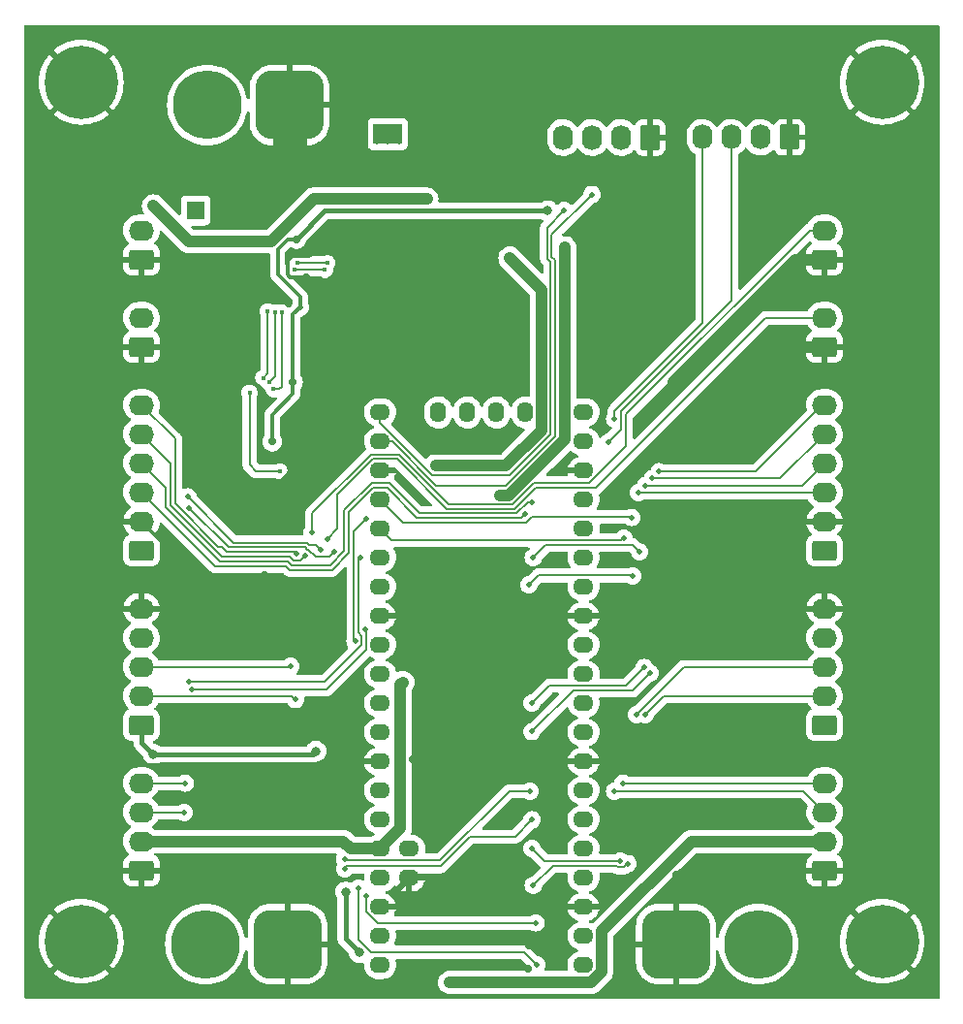
<source format=gbr>
%TF.GenerationSoftware,KiCad,Pcbnew,7.0.9-7.0.9~ubuntu22.04.1*%
%TF.CreationDate,2023-12-20T07:42:30+01:00*%
%TF.ProjectId,RobotMotorController,526f626f-744d-46f7-946f-72436f6e7472,rev?*%
%TF.SameCoordinates,Original*%
%TF.FileFunction,Copper,L2,Bot*%
%TF.FilePolarity,Positive*%
%FSLAX46Y46*%
G04 Gerber Fmt 4.6, Leading zero omitted, Abs format (unit mm)*
G04 Created by KiCad (PCBNEW 7.0.9-7.0.9~ubuntu22.04.1) date 2023-12-20 07:42:30*
%MOMM*%
%LPD*%
G01*
G04 APERTURE LIST*
G04 Aperture macros list*
%AMRoundRect*
0 Rectangle with rounded corners*
0 $1 Rounding radius*
0 $2 $3 $4 $5 $6 $7 $8 $9 X,Y pos of 4 corners*
0 Add a 4 corners polygon primitive as box body*
4,1,4,$2,$3,$4,$5,$6,$7,$8,$9,$2,$3,0*
0 Add four circle primitives for the rounded corners*
1,1,$1+$1,$2,$3*
1,1,$1+$1,$4,$5*
1,1,$1+$1,$6,$7*
1,1,$1+$1,$8,$9*
0 Add four rect primitives between the rounded corners*
20,1,$1+$1,$2,$3,$4,$5,0*
20,1,$1+$1,$4,$5,$6,$7,0*
20,1,$1+$1,$6,$7,$8,$9,0*
20,1,$1+$1,$8,$9,$2,$3,0*%
G04 Aperture macros list end*
%TA.AperFunction,ComponentPad*%
%ADD10O,1.800000X1.400000*%
%TD*%
%TA.AperFunction,ComponentPad*%
%ADD11O,1.400000X1.800000*%
%TD*%
%TA.AperFunction,ComponentPad*%
%ADD12C,0.800000*%
%TD*%
%TA.AperFunction,ComponentPad*%
%ADD13C,6.400000*%
%TD*%
%TA.AperFunction,ComponentPad*%
%ADD14RoundRect,0.250000X0.845000X-0.620000X0.845000X0.620000X-0.845000X0.620000X-0.845000X-0.620000X0*%
%TD*%
%TA.AperFunction,ComponentPad*%
%ADD15O,2.190000X1.740000*%
%TD*%
%TA.AperFunction,ComponentPad*%
%ADD16C,0.500000*%
%TD*%
%TA.AperFunction,SMDPad,CuDef*%
%ADD17R,2.500000X1.800000*%
%TD*%
%TA.AperFunction,ComponentPad*%
%ADD18R,1.600000X1.600000*%
%TD*%
%TA.AperFunction,ComponentPad*%
%ADD19C,1.600000*%
%TD*%
%TA.AperFunction,ComponentPad*%
%ADD20RoundRect,1.500000X1.500000X1.500000X-1.500000X1.500000X-1.500000X-1.500000X1.500000X-1.500000X0*%
%TD*%
%TA.AperFunction,ComponentPad*%
%ADD21C,6.000000*%
%TD*%
%TA.AperFunction,ComponentPad*%
%ADD22RoundRect,1.500000X-1.500000X-1.500000X1.500000X-1.500000X1.500000X1.500000X-1.500000X1.500000X0*%
%TD*%
%TA.AperFunction,ComponentPad*%
%ADD23RoundRect,0.250000X0.620000X0.845000X-0.620000X0.845000X-0.620000X-0.845000X0.620000X-0.845000X0*%
%TD*%
%TA.AperFunction,ComponentPad*%
%ADD24O,1.740000X2.190000*%
%TD*%
%TA.AperFunction,ViaPad*%
%ADD25C,0.500000*%
%TD*%
%TA.AperFunction,ViaPad*%
%ADD26C,0.400000*%
%TD*%
%TA.AperFunction,ViaPad*%
%ADD27C,0.800000*%
%TD*%
%TA.AperFunction,ViaPad*%
%ADD28C,0.700000*%
%TD*%
%TA.AperFunction,ViaPad*%
%ADD29C,1.500000*%
%TD*%
%TA.AperFunction,ViaPad*%
%ADD30C,1.000000*%
%TD*%
%TA.AperFunction,Conductor*%
%ADD31C,0.200000*%
%TD*%
%TA.AperFunction,Conductor*%
%ADD32C,1.000000*%
%TD*%
%TA.AperFunction,Conductor*%
%ADD33C,0.400000*%
%TD*%
%TA.AperFunction,Conductor*%
%ADD34C,0.300000*%
%TD*%
%TA.AperFunction,Conductor*%
%ADD35C,3.000000*%
%TD*%
%TA.AperFunction,Conductor*%
%ADD36C,0.600000*%
%TD*%
G04 APERTURE END LIST*
D10*
%TO.P,U1,1,GP0*%
%TO.N,E1_CHA*%
X8890000Y-2085000D03*
%TO.P,U1,2,GP1*%
%TO.N,E1_CHB*%
X8890000Y455000D03*
%TO.P,U1,3,GND*%
%TO.N,GND*%
X8890000Y2995000D03*
%TO.P,U1,4,GP2*%
%TO.N,E2_CHA*%
X8890000Y5535000D03*
%TO.P,U1,5,GP3*%
%TO.N,E2_CHB*%
X8890000Y8075000D03*
%TO.P,U1,6,GP4*%
%TO.N,MOT1_P*%
X8890000Y10615000D03*
%TO.P,U1,7,GP5*%
%TO.N,MOT1_N*%
X8890000Y13155000D03*
%TO.P,U1,8,GND*%
%TO.N,GND*%
X8890000Y15695000D03*
%TO.P,U1,9,GP6*%
%TO.N,MOT2_P*%
X8890000Y18235000D03*
%TO.P,U1,10,GP7*%
%TO.N,MOT2_N*%
X8890000Y20775000D03*
%TO.P,U1,11,GP8*%
%TO.N,UART1_TX*%
X8890000Y23315000D03*
%TO.P,U1,12,GP9*%
%TO.N,UART1_RX*%
X8890000Y25855000D03*
%TO.P,U1,13,GND*%
%TO.N,GND*%
X8890000Y28395000D03*
%TO.P,U1,14,GP10*%
%TO.N,MOT2_AUX*%
X8890000Y30935000D03*
%TO.P,U1,15,GP11*%
%TO.N,MOT2_EN*%
X8890000Y33475000D03*
%TO.P,U1,16,GP12*%
%TO.N,MOT1_AUX*%
X8890000Y36015000D03*
%TO.P,U1,17,GP13*%
%TO.N,MOT1_EN*%
X8890000Y38555000D03*
%TO.P,U1,18,GND*%
%TO.N,GND*%
X8890000Y41095000D03*
%TO.P,U1,19,GP14*%
%TO.N,unconnected-(U1-GP14-Pad19)*%
X8890000Y43635000D03*
%TO.P,U1,20,GP15*%
%TO.N,unconnected-(U1-GP15-Pad20)*%
X8890000Y46175000D03*
%TO.P,U1,21,GP16*%
%TO.N,UART0_TX*%
X-8890000Y46175000D03*
%TO.P,U1,22,GP17*%
%TO.N,UART0_RX*%
X-8890000Y43635000D03*
%TO.P,U1,23,GND*%
%TO.N,GND*%
X-8890000Y41095000D03*
%TO.P,U1,24,GP18*%
%TO.N,I2C1-SDA*%
X-8890000Y38555000D03*
%TO.P,U1,25,GP19*%
%TO.N,I2C1-SCL*%
X-8890000Y36015000D03*
%TO.P,U1,26,GP20*%
%TO.N,I2C0-SDA*%
X-8890000Y33475000D03*
%TO.P,U1,27,GP21*%
%TO.N,I2C0-SCL*%
X-8890000Y30935000D03*
%TO.P,U1,28,GND*%
%TO.N,GND*%
X-8890000Y28395000D03*
%TO.P,U1,29,GP22*%
%TO.N,I2C0-ALERT*%
X-8890000Y25855000D03*
%TO.P,U1,30,RUN*%
%TO.N,unconnected-(U1-RUN-Pad30)*%
X-8890000Y23315000D03*
%TO.P,U1,31,GP26*%
%TO.N,ADC_M1_CURRENT*%
X-8890000Y20775000D03*
%TO.P,U1,32,GP27*%
%TO.N,ADC_M2_CURRENT*%
X-8890000Y18235000D03*
%TO.P,U1,33,GND*%
%TO.N,GND*%
X-8890000Y15695000D03*
%TO.P,U1,34,GP28*%
%TO.N,ADC_M1_VOLTAGE*%
X-8890000Y13155000D03*
%TO.P,U1,35,GP29*%
%TO.N,ADC_M2_VOLTAGE*%
X-8890000Y10615000D03*
%TO.P,U1,36,3V3*%
%TO.N,+3V3*%
X-8890000Y8075000D03*
%TO.P,U1,37,GP23*%
%TO.N,unconnected-(U1-GP23-Pad37)*%
X-8890000Y5535000D03*
%TO.P,U1,38,GND*%
%TO.N,GND*%
X-8890000Y2995000D03*
%TO.P,U1,39,VIN*%
%TO.N,Net-(JP5-A)*%
X-8890000Y455000D03*
%TO.P,U1,40,VOUT*%
%TO.N,unconnected-(U1-VOUT-Pad40)*%
X-8890000Y-2085000D03*
D11*
%TO.P,U1,41,3V3*%
%TO.N,unconnected-(U1-3V3-Pad41)*%
X3810000Y46175000D03*
%TO.P,U1,42,SWDIO*%
%TO.N,unconnected-(U1-SWDIO-Pad42)*%
X1270000Y46175000D03*
%TO.P,U1,43,SWCLK*%
%TO.N,unconnected-(U1-SWCLK-Pad43)*%
X-1270000Y46175000D03*
%TO.P,U1,44,GND*%
%TO.N,unconnected-(U1-GND-Pad44)*%
X-3810000Y46175000D03*
D10*
%TO.P,U1,45,GND*%
%TO.N,GND*%
X-6350000Y5535000D03*
%TO.P,U1,46,VREF*%
%TO.N,unconnected-(U1-VREF-Pad46)*%
X-6350000Y8075000D03*
%TD*%
D12*
%TO.P,H1,1,1*%
%TO.N,GND*%
X32600000Y75000000D03*
X33302944Y76697056D03*
X33302944Y73302944D03*
X35000000Y77400000D03*
D13*
X35000000Y75000000D03*
D12*
X35000000Y72600000D03*
X36697056Y76697056D03*
X36697056Y73302944D03*
X37400000Y75000000D03*
%TD*%
%TO.P,H3,1,1*%
%TO.N,GND*%
X32600000Y0D03*
X33302944Y1697056D03*
X33302944Y-1697056D03*
X35000000Y2400000D03*
D13*
X35000000Y0D03*
D12*
X35000000Y-2400000D03*
X36697056Y1697056D03*
X36697056Y-1697056D03*
X37400000Y0D03*
%TD*%
D14*
%TO.P,M2,1,Pin_1*%
%TO.N,+5V*%
X29950000Y34110000D03*
D15*
%TO.P,M2,2,Pin_2*%
%TO.N,GND*%
X29950000Y36650000D03*
%TO.P,M2,3,Pin_3*%
%TO.N,AUX2*%
X29950000Y39190000D03*
%TO.P,M2,4,Pin_4*%
%TO.N,EN2*%
X29950000Y41730000D03*
%TO.P,M2,5,Pin_5*%
%TO.N,PWMB2*%
X29950000Y44270000D03*
%TO.P,M2,6,Pin_6*%
%TO.N,PWMA2*%
X29950000Y46810000D03*
%TD*%
D14*
%TO.P,J5,1,Pin_1*%
%TO.N,GND*%
X-29740000Y6170000D03*
D15*
%TO.P,J5,2,Pin_2*%
%TO.N,+3V3*%
X-29740000Y8710000D03*
%TO.P,J5,3,Pin_3*%
%TO.N,I2C0-SCL*%
X-29740000Y11250000D03*
%TO.P,J5,4,Pin_4*%
%TO.N,I2C0-SDA*%
X-29740000Y13790000D03*
%TD*%
D14*
%TO.P,P2,1,Pin_1*%
%TO.N,GND*%
X29950000Y51890000D03*
D15*
%TO.P,P2,2,Pin_2*%
%TO.N,/Analog/I2*%
X29950000Y54430000D03*
%TD*%
D14*
%TO.P,P1,1,Pin_1*%
%TO.N,GND*%
X-29740000Y51890000D03*
D15*
%TO.P,P1,2,Pin_2*%
%TO.N,/Analog/I1*%
X-29740000Y54430000D03*
%TD*%
D14*
%TO.P,E2,1,Pin_1*%
%TO.N,+5V*%
X29950000Y18870000D03*
D15*
%TO.P,E2,2,Pin_2*%
%TO.N,E2_CHA_OUT*%
X29950000Y21410000D03*
%TO.P,E2,3,Pin_3*%
%TO.N,E2_CHB_OUT*%
X29950000Y23950000D03*
%TO.P,E2,4,Pin_4*%
%TO.N,unconnected-(E2-Pin_4-Pad4)*%
X29950000Y26490000D03*
%TO.P,E2,5,Pin_5*%
%TO.N,GND*%
X29950000Y29030000D03*
%TD*%
D16*
%TO.P,U10,9,ILIM*%
%TO.N,Net-(R43-Pad1)*%
X-7205000Y71125000D03*
X-8205000Y71125000D03*
X-9205000Y71125000D03*
D17*
X-8205000Y70475000D03*
D16*
X-7205000Y69825000D03*
X-8205000Y69825000D03*
X-9205000Y69825000D03*
%TD*%
D18*
%TO.P,C20,1*%
%TO.N,Vdrive*%
X-25002651Y63800000D03*
D19*
%TO.P,C20,2*%
%TO.N,GND*%
X-20002651Y63800000D03*
%TD*%
D20*
%TO.P,J10,1,-*%
%TO.N,GND*%
X-16966000Y-254000D03*
D21*
%TO.P,J10,2,+*%
%TO.N,/PowerOut/Vout2*%
X-24166000Y-254000D03*
%TD*%
D14*
%TO.P,J3,1,Pin_1*%
%TO.N,GND*%
X29970000Y6170000D03*
D15*
%TO.P,J3,2,Pin_2*%
%TO.N,+3V3*%
X29970000Y8710000D03*
%TO.P,J3,3,Pin_3*%
%TO.N,I2C1-SCL*%
X29970000Y11250000D03*
%TO.P,J3,4,Pin_4*%
%TO.N,I2C1-SDA*%
X29970000Y13790000D03*
%TD*%
D14*
%TO.P,M1,1,Pin_1*%
%TO.N,+5V*%
X-29740000Y34110000D03*
D15*
%TO.P,M1,2,Pin_2*%
%TO.N,GND*%
X-29740000Y36650000D03*
%TO.P,M1,3,Pin_3*%
%TO.N,AUX1*%
X-29740000Y39190000D03*
%TO.P,M1,4,Pin_4*%
%TO.N,EN1*%
X-29740000Y41730000D03*
%TO.P,M1,5,Pin_5*%
%TO.N,PWMB1*%
X-29740000Y44270000D03*
%TO.P,M1,6,Pin_6*%
%TO.N,PWMA1*%
X-29740000Y46810000D03*
%TD*%
D14*
%TO.P,P3,1,Pin_1*%
%TO.N,GND*%
X-29740000Y59510000D03*
D15*
%TO.P,P3,2,Pin_2*%
%TO.N,/Analog/V1*%
X-29740000Y62050000D03*
%TD*%
D22*
%TO.P,J8,1,-*%
%TO.N,GND*%
X16966000Y-254000D03*
D21*
%TO.P,J8,2,+*%
%TO.N,/PowerOut/Vout1*%
X24166000Y-254000D03*
%TD*%
D23*
%TO.P,J4,1,Pin_1*%
%TO.N,GND*%
X26902000Y70198000D03*
D24*
%TO.P,J4,2,Pin_2*%
%TO.N,+3V3*%
X24362000Y70198000D03*
%TO.P,J4,3,Pin_3*%
%TO.N,UART1_RX*%
X21822000Y70198000D03*
%TO.P,J4,4,Pin_4*%
%TO.N,UART1_TX*%
X19282000Y70198000D03*
%TD*%
D12*
%TO.P,H2,1,1*%
%TO.N,GND*%
X-37400000Y75000000D03*
X-36697056Y76697056D03*
X-36697056Y73302944D03*
X-35000000Y77400000D03*
D13*
X-35000000Y75000000D03*
D12*
X-35000000Y72600000D03*
X-33302944Y76697056D03*
X-33302944Y73302944D03*
X-32600000Y75000000D03*
%TD*%
D14*
%TO.P,E1,1,Pin_1*%
%TO.N,+5V*%
X-29740000Y18870000D03*
D15*
%TO.P,E1,2,Pin_2*%
%TO.N,E1_CHA_OUT*%
X-29740000Y21410000D03*
%TO.P,E1,3,Pin_3*%
%TO.N,E1_CHB_OUT*%
X-29740000Y23950000D03*
%TO.P,E1,4,Pin_4*%
%TO.N,unconnected-(E1-Pin_4-Pad4)*%
X-29740000Y26490000D03*
%TO.P,E1,5,Pin_5*%
%TO.N,GND*%
X-29740000Y29030000D03*
%TD*%
D14*
%TO.P,P4,1,Pin_1*%
%TO.N,GND*%
X29950000Y59510000D03*
D15*
%TO.P,P4,2,Pin_2*%
%TO.N,/Analog/V2*%
X29950000Y62050000D03*
%TD*%
D23*
%TO.P,J9,1,Pin_1*%
%TO.N,GND*%
X14710000Y70178000D03*
D24*
%TO.P,J9,2,Pin_2*%
%TO.N,+3V3*%
X12170000Y70178000D03*
%TO.P,J9,3,Pin_3*%
%TO.N,UART0_RX*%
X9630000Y70178000D03*
%TO.P,J9,4,Pin_4*%
%TO.N,UART0_TX*%
X7090000Y70178000D03*
%TD*%
D20*
%TO.P,J1,1,-*%
%TO.N,GND*%
X-16800000Y73000000D03*
D21*
%TO.P,J1,2,+*%
%TO.N,Vdrive*%
X-24000000Y73000000D03*
%TD*%
D12*
%TO.P,H4,1,1*%
%TO.N,GND*%
X-37400000Y0D03*
X-36697056Y1697056D03*
X-36697056Y-1697056D03*
X-35000000Y2400000D03*
D13*
X-35000000Y0D03*
D12*
X-35000000Y-2400000D03*
X-33302944Y1697056D03*
X-33302944Y-1697056D03*
X-32600000Y0D03*
%TD*%
D25*
%TO.N,I2C0-SCL*%
X-10200000Y27200000D03*
X-26000000Y11250000D03*
D26*
X-18200000Y48200000D03*
X-17500000Y54900000D03*
D25*
X-25300000Y22000000D03*
D27*
%TO.N,+5V*%
X-11900000Y4300000D03*
X-28700000Y16300000D03*
X-28700000Y64200000D03*
X2449998Y59650002D03*
X-10700000Y-999998D03*
X-14500000Y16600000D03*
X-4000000Y41500000D03*
X-4800000Y64800000D03*
D28*
%TO.N,+3V3*%
X-16200000Y61300000D03*
X-16500000Y48800000D03*
D27*
X7249997Y60550003D03*
X-6900004Y22599998D03*
X1622777Y38950000D03*
X5770444Y63782526D03*
D28*
X-18323320Y43616381D03*
D27*
X-2799998Y-3600000D03*
D25*
X-15862531Y55370911D03*
%TO.N,AUX1*%
X3821090Y37345801D03*
%TO.N,PWMA1*%
X-11975735Y6324265D03*
X-16170824Y33800000D03*
X4400000Y10600000D03*
%TO.N,PWMB1*%
X4200000Y13100000D03*
X-12001470Y7198530D03*
X-15447673Y33635706D03*
%TO.N,EN1*%
X4406746Y38350554D03*
%TO.N,AUX2*%
X13700000Y39190000D03*
X13200000Y31900000D03*
X4100000Y31100000D03*
%TO.N,PWMA2*%
X4400000Y18300000D03*
X14700000Y23400000D03*
X15505592Y41000000D03*
%TO.N,PWMB2*%
X14200000Y23900000D03*
X14905586Y40400000D03*
X4400000Y20800000D03*
%TO.N,EN2*%
X13800000Y33978051D03*
X14300000Y39800000D03*
X4500000Y33500000D03*
D26*
%TO.N,I2C0-SDA*%
X-16400000Y58650000D03*
X-18100000Y54900000D03*
D25*
X-25599440Y22634785D03*
X-25900000Y13800000D03*
D26*
X-18600000Y48800000D03*
X-13700000Y58600000D03*
D25*
X-10600000Y33500000D03*
D28*
%TO.N,GND*%
X-19000000Y29200000D03*
D29*
X-9900000Y61300000D03*
D28*
X-15365826Y57950500D03*
D26*
X-11400000Y69000000D03*
D29*
X-5550013Y48950005D03*
D26*
X-2650000Y76700000D03*
X-10110000Y75000000D03*
D28*
X10800000Y60200000D03*
D29*
X-19000000Y39100000D03*
D28*
X-900000Y5600000D03*
D29*
X-9900000Y58800000D03*
D28*
X-3680000Y15580000D03*
X-31700000Y16300000D03*
X-11600000Y60000000D03*
D26*
X-2650000Y77500000D03*
D28*
X18500000Y29200000D03*
D26*
X-11400000Y70500000D03*
X-11400000Y73600000D03*
D28*
X4100000Y3300002D03*
X-29999993Y57400007D03*
D27*
X32000000Y31500000D03*
D28*
X-14400000Y48799996D03*
D26*
X-2650000Y77100000D03*
D28*
X-4100000Y12100000D03*
D26*
X-11400000Y72000000D03*
D28*
X-19400000Y56200000D03*
X-14800000Y60500000D03*
D26*
X-11400000Y67800000D03*
D28*
X-19000000Y15300000D03*
X4100004Y-400000D03*
D26*
X-10900000Y73600000D03*
D28*
X4099992Y6500000D03*
D26*
X-4100000Y75400000D03*
D28*
X-19000000Y32000000D03*
D30*
X-5300000Y75400000D03*
D26*
X-11400000Y68400000D03*
D29*
X-3300000Y48950000D03*
X-19000000Y37499996D03*
D28*
X-900000Y6499992D03*
X16965972Y5800000D03*
D26*
X-11400000Y69700000D03*
X-10110000Y74600000D03*
D27*
X16766726Y48833274D03*
D28*
X10200000Y48900000D03*
D27*
X18500000Y43700000D03*
D26*
X-11400000Y71300000D03*
D27*
X18600000Y31500000D03*
D28*
X4016999Y-2385000D03*
X-16965998Y6965998D03*
X-400000Y12000000D03*
X-6000000Y15900000D03*
D27*
X31644000Y16256000D03*
D28*
X-7442500Y4442500D03*
D26*
X-11400000Y72900000D03*
D27*
X16965970Y15765970D03*
D28*
X-27300000Y66100000D03*
D30*
X-12600000Y75400000D03*
D28*
X-2600000Y23368000D03*
D26*
X-4500000Y75400000D03*
D28*
X18500000Y36800004D03*
D25*
%TO.N,/Analog/I1*%
X-25579892Y37835583D03*
X-12900000Y34000000D03*
%TO.N,/Analog/I2*%
X-13499996Y35100000D03*
%TO.N,/Analog/V1*%
X-25700000Y38800000D03*
X-14100000Y34200000D03*
%TO.N,/Analog/V2*%
X-14829563Y35699998D03*
%TO.N,E1_CHA_OUT*%
X-10800002Y4600000D03*
X4805798Y-2068298D03*
X-16275002Y21100000D03*
%TO.N,E1_CHB_OUT*%
X4750004Y1600545D03*
X-16700000Y24000000D03*
X-10066426Y3952611D03*
%TO.N,E2_CHA_OUT*%
X14300000Y19800000D03*
X4500000Y4900000D03*
X12763606Y6778798D03*
%TO.N,E2_CHB_OUT*%
X4400000Y8099998D03*
X13500000Y19800000D03*
X12100000Y7000000D03*
%TO.N,UART1_TX*%
X11600000Y45600000D03*
%TO.N,UART1_RX*%
X11100000Y43600000D03*
%TO.N,UART0_TX*%
X7200000Y63800000D03*
%TO.N,UART0_RX*%
X9630000Y65200000D03*
D26*
%TO.N,Net-(U5-VBUS)*%
X-20300000Y47883000D03*
X-17670111Y41036532D03*
D25*
%TO.N,I2C1-SDA*%
X12300000Y13800000D03*
X13100000Y37000000D03*
%TO.N,I2C1-SCL*%
X12400000Y35200000D03*
X11600000Y13100000D03*
D26*
%TO.N,I2C0-ALERT*%
X-13500000Y59200000D03*
X-18700000Y55000000D03*
D25*
X-11074265Y26174265D03*
X-10065241Y36913695D03*
D26*
X-16100000Y59200000D03*
X-19100000Y49200000D03*
%TD*%
D31*
%TO.N,I2C0-SCL*%
X-10090000Y27090000D02*
X-10200000Y27200000D01*
X-29740000Y11250000D02*
X-26000000Y11250000D01*
X-10090000Y25440786D02*
X-10090000Y27090000D01*
X-13530786Y22000000D02*
X-10090000Y25440786D01*
X-17500000Y48428580D02*
X-17728580Y48200000D01*
X-25300000Y22000000D02*
X-13530786Y22000000D01*
X-17728580Y48200000D02*
X-18200000Y48200000D01*
X-17500000Y54900000D02*
X-17500000Y48428580D01*
D32*
%TO.N,+5V*%
X-4800000Y64800000D02*
X-14700000Y64800000D01*
X-4000000Y41500000D02*
X2100000Y41500000D01*
D33*
X-10700000Y-999998D02*
X-11900000Y200002D01*
X-11900000Y200002D02*
X-11900000Y4300000D01*
X-28700000Y16300000D02*
X-14800000Y16300000D01*
D32*
X-18400000Y61100000D02*
X-25600000Y61100000D01*
D33*
X-29740000Y18870000D02*
X-29740000Y17340000D01*
D32*
X5210000Y56890000D02*
X2449998Y59650002D01*
D33*
X-14800000Y16300000D02*
X-14500000Y16600000D01*
D32*
X-25600000Y61100000D02*
X-28700000Y64200000D01*
X5210000Y44610000D02*
X5210000Y56890000D01*
X-14700000Y64800000D02*
X-18400000Y61100000D01*
X2100000Y41500000D02*
X5210000Y44610000D01*
D33*
X-29740000Y17340000D02*
X-28700000Y16300000D01*
D34*
%TO.N,+3V3*%
X-17847919Y60449999D02*
X-16997918Y61300000D01*
D32*
X-12098726Y8710000D02*
X-29740000Y8710000D01*
X9554899Y-3600000D02*
X-2799998Y-3600000D01*
D34*
X-16500000Y54733442D02*
X-15862531Y55370911D01*
D32*
X-8890000Y8075000D02*
X-11463726Y8075000D01*
D34*
X-18323320Y45976680D02*
X-16500000Y47800000D01*
D32*
X-7100000Y22400002D02*
X-6900004Y22599998D01*
X10490000Y879637D02*
X10490000Y-2664899D01*
D33*
X5770444Y63782526D02*
X-13717474Y63782526D01*
D34*
X-18323320Y43616381D02*
X-18323320Y45976680D01*
X-15862531Y55370911D02*
X-15862531Y56262531D01*
X-17847919Y58247919D02*
X-17847919Y60449999D01*
D33*
X-13717474Y63782526D02*
X-16200000Y61300000D01*
D32*
X2378426Y38950000D02*
X7249997Y43821571D01*
X7249997Y43821571D02*
X7249997Y60550003D01*
X10490000Y-2664899D02*
X9554899Y-3600000D01*
X-7100000Y9865000D02*
X-7100000Y22400002D01*
X1622777Y38950000D02*
X2378426Y38950000D01*
X18320363Y8710000D02*
X10490000Y879637D01*
X-8890000Y8075000D02*
X-7100000Y9865000D01*
X29970000Y8710000D02*
X18320363Y8710000D01*
D34*
X-16500000Y48800000D02*
X-16500000Y54733442D01*
X-15862531Y56262531D02*
X-17847919Y58247919D01*
X-16997918Y61300000D02*
X-16200000Y61300000D01*
D32*
X-11463726Y8075000D02*
X-12098726Y8710000D01*
D34*
X-16500000Y47800000D02*
X-16500000Y48800000D01*
D31*
%TO.N,AUX1*%
X-11600000Y33900000D02*
X-11600000Y37459214D01*
X-11600000Y37459214D02*
X-9504214Y39555000D01*
X-16750723Y32400000D02*
X-13100000Y32400000D01*
X-5670786Y36950000D02*
X3425289Y36950000D01*
X-8275786Y39555000D02*
X-5670786Y36950000D01*
X-29740000Y39190000D02*
X-23286881Y32736881D01*
X-9504214Y39555000D02*
X-8275786Y39555000D01*
X-17087605Y32736881D02*
X-16750723Y32400000D01*
X3425289Y36950000D02*
X3821090Y37345801D01*
X-13100000Y32400000D02*
X-11600000Y33900000D01*
X-23286881Y32736881D02*
X-17087605Y32736881D01*
%TO.N,PWMA1*%
X-22745404Y34435410D02*
X-22309994Y34000000D01*
X-23028248Y34435410D02*
X-22745404Y34435410D01*
X4400000Y10600000D02*
X2900000Y9100000D01*
X-26800000Y38207162D02*
X-23028248Y34435410D01*
X-11765000Y6535000D02*
X-11975735Y6324265D01*
X-26800000Y43870000D02*
X-26800000Y38207162D01*
X2900000Y9100000D02*
X-1034314Y9100000D01*
X-1034314Y9100000D02*
X-3599314Y6535000D01*
X-16370824Y34000000D02*
X-16170824Y33800000D01*
X-3599314Y6535000D02*
X-11765000Y6535000D01*
X-22309994Y34000000D02*
X-16370824Y34000000D01*
X-29740000Y46810000D02*
X-26800000Y43870000D01*
%TO.N,PWMB1*%
X-15883379Y33200000D02*
X-15447673Y33635706D01*
X-11877940Y7075000D02*
X-12001470Y7198530D01*
X-27200000Y38041476D02*
X-22709995Y33551471D01*
X2400000Y13100000D02*
X-3625000Y7075000D01*
X-22709995Y33551471D02*
X-16770824Y33551471D01*
X-16419353Y33200000D02*
X-15883379Y33200000D01*
X-3625000Y7075000D02*
X-11877940Y7075000D01*
X-16770824Y33551471D02*
X-16419353Y33200000D01*
X-29740000Y44270000D02*
X-27200000Y41730000D01*
X4200000Y13100000D02*
X2400000Y13100000D01*
X-27200000Y41730000D02*
X-27200000Y38041476D01*
%TO.N,EN1*%
X3041169Y37350000D02*
X4041723Y38350554D01*
X-22861091Y33136881D02*
X-16921920Y33136881D01*
X-16585038Y32800000D02*
X-13265686Y32800000D01*
X-9624899Y40000000D02*
X-8100000Y40000000D01*
X-13265686Y32800000D02*
X-12020103Y34045583D01*
X-12020103Y34045583D02*
X-12020103Y37604796D01*
X-8100000Y40000000D02*
X-5450000Y37350000D01*
X-27600000Y39590000D02*
X-27600000Y37875790D01*
X4041723Y38350554D02*
X4406746Y38350554D01*
X-27600000Y37875790D02*
X-22861091Y33136881D01*
X-5450000Y37350000D02*
X3041169Y37350000D01*
X-12020103Y37604796D02*
X-9624899Y40000000D01*
X-29740000Y41730000D02*
X-27600000Y39590000D01*
X-16921920Y33136881D02*
X-16585038Y32800000D01*
%TO.N,AUX2*%
X13165000Y31935000D02*
X13200000Y31900000D01*
X29950000Y39190000D02*
X13700000Y39190000D01*
X4935000Y31935000D02*
X13165000Y31935000D01*
X4100000Y31100000D02*
X4935000Y31935000D01*
%TO.N,PWMA2*%
X4400000Y18300000D02*
X8000000Y21900000D01*
X29950000Y46810000D02*
X29725000Y46810000D01*
X13200000Y21900000D02*
X14700000Y23400000D01*
X8000000Y21900000D02*
X13200000Y21900000D01*
X29725000Y46810000D02*
X23915000Y41000000D01*
X23915000Y41000000D02*
X15505592Y41000000D01*
%TO.N,PWMB2*%
X26080000Y40400000D02*
X14905586Y40400000D01*
X4400000Y20800000D02*
X5900000Y22300000D01*
X12600000Y22300000D02*
X14200000Y23900000D01*
X5900000Y22300000D02*
X12600000Y22300000D01*
X29950000Y44270000D02*
X26080000Y40400000D01*
%TO.N,EN2*%
X13178051Y34600000D02*
X13800000Y33978051D01*
X5600000Y34600000D02*
X13178051Y34600000D01*
X4500000Y33500000D02*
X5600000Y34600000D01*
X29950000Y41730000D02*
X28020000Y39800000D01*
X28020000Y39800000D02*
X14300000Y39800000D01*
%TO.N,I2C0-SDA*%
X-10800000Y26951471D02*
X-10800000Y33300000D01*
X-13765215Y22634785D02*
X-10490000Y25910000D01*
X-10490000Y25910000D02*
X-10490000Y26641471D01*
X-10800000Y33300000D02*
X-10600000Y33500000D01*
X-18100000Y49300000D02*
X-18600000Y48800000D01*
X-18100000Y54900000D02*
X-18100000Y49300000D01*
X-25599440Y22634785D02*
X-13765215Y22634785D01*
X-29740000Y13790000D02*
X-25910000Y13790000D01*
X-25910000Y13790000D02*
X-25900000Y13800000D01*
X-13750000Y58650000D02*
X-16400000Y58650000D01*
X-13700000Y58600000D02*
X-13750000Y58650000D01*
X-10490000Y26641471D02*
X-10800000Y26951471D01*
D35*
%TO.N,GND*%
X-9900000Y58800000D02*
X-9900000Y61300000D01*
D34*
X-17000000Y59400000D02*
X-16600000Y59800000D01*
X-19100000Y15400000D02*
X-19000000Y15300000D01*
X31644000Y16256000D02*
X17456000Y16256000D01*
D33*
X-5680000Y15580000D02*
X-6000000Y15900000D01*
D35*
X-12600000Y49600000D02*
X-12600000Y56100000D01*
D33*
X-4100000Y12100000D02*
X-500000Y12100000D01*
D35*
X-20002651Y63800000D02*
X-18351325Y65451325D01*
D34*
X29950000Y29030000D02*
X18670000Y29030000D01*
D33*
X-3680000Y15580000D02*
X-5680000Y15580000D01*
D34*
X-11600000Y60000000D02*
X-12100000Y60500000D01*
X-29800000Y15400000D02*
X-27200000Y15400000D01*
D35*
X-12599999Y49600001D02*
X-11999998Y49000000D01*
D34*
X17335972Y6170000D02*
X16965972Y5800000D01*
D32*
X-14400000Y48799996D02*
X-13400004Y48799996D01*
D33*
X-8890000Y28395000D02*
X-4095000Y28395000D01*
D35*
X-11999998Y49000000D02*
X-5600008Y49000000D01*
D32*
X29950000Y51890000D02*
X26690000Y51890000D01*
D36*
X10800000Y49500000D02*
X10200000Y48900000D01*
D35*
X-18351325Y65451325D02*
X-16800000Y67002651D01*
X-18448930Y37499996D02*
X-15720111Y40228815D01*
D33*
X-4095000Y28395000D02*
X-2600000Y26900000D01*
D34*
X-17000000Y58201477D02*
X-17000000Y59400000D01*
D33*
X-500000Y12100000D02*
X-400000Y12000000D01*
D34*
X29970000Y6170000D02*
X17335972Y6170000D01*
D36*
X10800000Y60200000D02*
X10800000Y49500000D01*
D34*
X-30700000Y16300000D02*
X-29800000Y15400000D01*
X32000000Y31500000D02*
X18600000Y31500000D01*
X-16600000Y59800000D02*
X-15100000Y59800000D01*
D35*
X-19000000Y37499996D02*
X-18448930Y37499996D01*
D34*
X-29740000Y36650000D02*
X-25090000Y32000000D01*
D35*
X-15720111Y40228815D02*
X-15720111Y40525473D01*
D34*
X-17761996Y6170000D02*
X-16965998Y6965998D01*
X17456000Y16256000D02*
X16965970Y15765970D01*
X-25090000Y32000000D02*
X-19000000Y32000000D01*
X-15365826Y57950500D02*
X-16749023Y57950500D01*
X29950000Y36650000D02*
X18650004Y36650000D01*
X-19170000Y29030000D02*
X-19000000Y29200000D01*
X18670000Y29030000D02*
X18500000Y29200000D01*
D33*
X-16800000Y69000000D02*
X-11400000Y69000000D01*
D35*
X-15720111Y40525473D02*
X-12599999Y43645585D01*
D32*
X-11000000Y75400000D02*
X-12600000Y75400000D01*
D35*
X-16800000Y69000000D02*
X-16800000Y73000000D01*
D34*
X-31700000Y16300000D02*
X-30700000Y16300000D01*
D35*
X-12600000Y56100000D02*
X-9900000Y58800000D01*
D32*
X29950000Y59510000D02*
X27443452Y59510000D01*
D36*
X-7442500Y4442500D02*
X-6285000Y5600000D01*
D34*
X-16749023Y57950500D02*
X-17000000Y58201477D01*
D36*
X-29999993Y57400007D02*
X-20600007Y57400007D01*
D35*
X-12599999Y43645585D02*
X-12599999Y49600001D01*
X-16800000Y67002651D02*
X-16800000Y69000000D01*
D34*
X18650004Y36650000D02*
X18500000Y36800004D01*
X-29740000Y6170000D02*
X-17761996Y6170000D01*
D36*
X-899992Y6500000D02*
X-900000Y6499992D01*
X-20600007Y57400007D02*
X-19400000Y56200000D01*
D32*
X26690000Y51890000D02*
X18500000Y43700000D01*
D34*
X-27200000Y15400000D02*
X-19100000Y15400000D01*
X-15100000Y59800000D02*
X-14800000Y60100000D01*
D32*
X27443452Y59510000D02*
X16766726Y48833274D01*
D33*
X-27300000Y66100000D02*
X-19000000Y66100000D01*
D34*
X-29740000Y29030000D02*
X-19170000Y29030000D01*
X-14800000Y60100000D02*
X-14800000Y60500000D01*
D32*
X-5300000Y75400000D02*
X-11000000Y75400000D01*
D33*
X-19000000Y66100000D02*
X-18351325Y65451325D01*
D34*
X-12100000Y60500000D02*
X-14800000Y60500000D01*
D33*
X-2600000Y26900000D02*
X-2600000Y23368000D01*
D35*
X-5600008Y49000000D02*
X-5550013Y48950005D01*
D36*
X4099992Y6500000D02*
X-899992Y6500000D01*
D32*
X-13400004Y48799996D02*
X-12599999Y49600001D01*
D36*
X-6285000Y5600000D02*
X-900000Y5600000D01*
D31*
%TO.N,/Analog/I1*%
X-14543778Y33600000D02*
X-13300000Y33600000D01*
X-15143778Y34200000D02*
X-14543778Y33600000D01*
X-15243777Y34200000D02*
X-15143778Y34200000D01*
X-15443778Y34400000D02*
X-15243777Y34200000D01*
X-25579892Y37835583D02*
X-22144309Y34400000D01*
X-13300000Y33600000D02*
X-12900000Y34000000D01*
X-22144309Y34400000D02*
X-15443778Y34400000D01*
%TO.N,/Analog/I2*%
X-9504214Y42095000D02*
X-12600000Y38999214D01*
X9982411Y39600000D02*
X4725484Y39600000D01*
X29950000Y54430000D02*
X24812411Y54430000D01*
X-12600000Y38999214D02*
X-12600000Y35999996D01*
X24812411Y54430000D02*
X9982411Y39600000D01*
X2875483Y37750000D02*
X-3078427Y37750000D01*
X-12600000Y35999996D02*
X-13499996Y35100000D01*
X4725484Y39600000D02*
X2875483Y37750000D01*
X-7423427Y42095000D02*
X-9504214Y42095000D01*
X-3078427Y37750000D02*
X-7423427Y42095000D01*
%TO.N,/Analog/V1*%
X-15278092Y34800000D02*
X-15078092Y34600000D01*
X-21700000Y34800000D02*
X-15278092Y34800000D01*
X-25700000Y38800000D02*
X-21700000Y34800000D01*
X-15078092Y34600000D02*
X-14500000Y34600000D01*
X-14500000Y34600000D02*
X-14100000Y34200000D01*
%TO.N,/Analog/V2*%
X-14829563Y37370437D02*
X-14829563Y35699998D01*
X28655000Y62050000D02*
X12600000Y45995000D01*
X29950000Y62050000D02*
X28655000Y62050000D01*
X-2912742Y38150000D02*
X-7262742Y42500000D01*
X4559798Y40000000D02*
X2709798Y38150000D01*
X12600000Y43190786D02*
X9409214Y40000000D01*
X-9700000Y42500000D02*
X-14829563Y37370437D01*
X12600000Y45995000D02*
X12600000Y43190786D01*
X-7262742Y42500000D02*
X-9700000Y42500000D01*
X9409214Y40000000D02*
X4559798Y40000000D01*
X2709798Y38150000D02*
X-2912742Y38150000D01*
%TO.N,E1_CHA_OUT*%
X-10800002Y160663D02*
X-10800002Y4600000D01*
X-29740000Y21410000D02*
X-16585002Y21410000D01*
X3682500Y-945000D02*
X-9694339Y-945000D01*
X-9694339Y-945000D02*
X-10800002Y160663D01*
X4805798Y-2068298D02*
X3682500Y-945000D01*
X-16585002Y21410000D02*
X-16275002Y21100000D01*
%TO.N,E1_CHB_OUT*%
X-9109759Y1600545D02*
X-10090000Y2580786D01*
X-16750000Y23950000D02*
X-16700000Y24000000D01*
X-29740000Y23950000D02*
X-16750000Y23950000D01*
X4750004Y1600545D02*
X-9109759Y1600545D01*
X-10090000Y2580786D02*
X-10090000Y3929037D01*
X-10090000Y3929037D02*
X-10066426Y3952611D01*
%TO.N,E2_CHA_OUT*%
X12434808Y6450000D02*
X11872182Y6450000D01*
X15910000Y21410000D02*
X14300000Y19800000D01*
X29950000Y21410000D02*
X15910000Y21410000D01*
X6200000Y6600000D02*
X4500000Y4900000D01*
X12763606Y6778798D02*
X12434808Y6450000D01*
X11872182Y6450000D02*
X11722182Y6600000D01*
X11722182Y6600000D02*
X6200000Y6600000D01*
%TO.N,E2_CHB_OUT*%
X4400000Y8099998D02*
X5499998Y7000000D01*
X5499998Y7000000D02*
X12100000Y7000000D01*
X29950000Y23950000D02*
X17650000Y23950000D01*
X17650000Y23950000D02*
X13500000Y19800000D01*
%TO.N,UART1_TX*%
X19282000Y53982000D02*
X11600000Y46300000D01*
X11600000Y46300000D02*
X11600000Y45600000D01*
X19282000Y70198000D02*
X19282000Y53982000D01*
%TO.N,UART1_RX*%
X21822000Y55956314D02*
X12150000Y46284314D01*
X12150000Y46284314D02*
X12150000Y44650000D01*
X21822000Y70198000D02*
X21822000Y55956314D01*
X12150000Y44650000D02*
X11100000Y43600000D01*
%TO.N,UART0_TX*%
X-4331371Y40700000D02*
X2431370Y40700000D01*
X-8890000Y45258629D02*
X-4331371Y40700000D01*
X2431370Y40700000D02*
X6010000Y44278630D01*
X6010000Y44278630D02*
X6010000Y59292944D01*
X5700000Y59602945D02*
X5700000Y62300000D01*
X6010000Y59292944D02*
X5700000Y59602945D01*
X5700000Y62300000D02*
X7200000Y63800000D01*
X-8890000Y46175000D02*
X-8890000Y45258629D01*
%TO.N,UART0_RX*%
X6100000Y61670000D02*
X9630000Y65200000D01*
X2097056Y39800000D02*
X6410000Y44112943D01*
X6100000Y59768630D02*
X6100000Y61670000D01*
X-8890000Y43635000D02*
X-7832057Y43635000D01*
X6410000Y44112943D02*
X6410000Y59458630D01*
X-3997057Y39800000D02*
X2097056Y39800000D01*
X-7832057Y43635000D02*
X-3997057Y39800000D01*
X6410000Y59458630D02*
X6100000Y59768630D01*
%TO.N,Net-(U5-VBUS)*%
X-20300000Y47883000D02*
X-20300000Y41600000D01*
X-20300000Y41600000D02*
X-19736532Y41036532D01*
X-19736532Y41036532D02*
X-17670111Y41036532D01*
%TO.N,I2C1-SDA*%
X29970000Y13790000D02*
X12310000Y13790000D01*
X-8890000Y38555000D02*
X-6885000Y36550000D01*
X4374525Y37050707D02*
X13049293Y37050707D01*
X3873818Y36550000D02*
X4374525Y37050707D01*
X12310000Y13790000D02*
X12300000Y13800000D01*
X13049293Y37050707D02*
X13100000Y37000000D01*
X-6885000Y36550000D02*
X3873818Y36550000D01*
%TO.N,I2C1-SCL*%
X28120000Y13100000D02*
X11600000Y13100000D01*
X-7875004Y35000004D02*
X12200004Y35000004D01*
X12200004Y35000004D02*
X12400000Y35200000D01*
X-8890000Y36015000D02*
X-7875004Y35000004D01*
X29970000Y11250000D02*
X28120000Y13100000D01*
%TO.N,I2C0-ALERT*%
X-11074265Y26174265D02*
X-11200000Y26300000D01*
X-18700000Y55000000D02*
X-18700000Y49600000D01*
X-16100000Y59200000D02*
X-13500000Y59200000D01*
X-18700000Y49600000D02*
X-19100000Y49200000D01*
X-11200000Y26300000D02*
X-11200000Y35778936D01*
X-11200000Y35778936D02*
X-10065241Y36913695D01*
%TD*%
%TA.AperFunction,Conductor*%
%TO.N,GND*%
G36*
X4129780Y34371819D02*
G01*
X4175535Y34319015D01*
X4185479Y34249857D01*
X4156454Y34186301D01*
X4128713Y34162510D01*
X4024091Y34096772D01*
X3903228Y33975909D01*
X3812291Y33831184D01*
X3755837Y33669850D01*
X3755836Y33669845D01*
X3736701Y33500004D01*
X3736701Y33499997D01*
X3755836Y33330156D01*
X3755837Y33330151D01*
X3799631Y33204996D01*
X3812291Y33168817D01*
X3903229Y33024091D01*
X4024091Y32903229D01*
X4168817Y32812291D01*
X4330150Y32755838D01*
X4330155Y32755837D01*
X4499996Y32736701D01*
X4500000Y32736701D01*
X4500004Y32736701D01*
X4669844Y32755837D01*
X4669847Y32755838D01*
X4669850Y32755838D01*
X4831183Y32812291D01*
X4975909Y32903229D01*
X5096771Y33024091D01*
X5187709Y33168817D01*
X5244162Y33330150D01*
X5246092Y33347283D01*
X5273154Y33411695D01*
X5281621Y33421074D01*
X5815729Y33955181D01*
X5877052Y33988666D01*
X5903410Y33991500D01*
X7412817Y33991500D01*
X7479856Y33971815D01*
X7525611Y33919011D01*
X7535555Y33849853D01*
X7533708Y33839908D01*
X7487596Y33637881D01*
X7487596Y33637875D01*
X7481405Y33500004D01*
X7477837Y33420562D01*
X7507037Y33204996D01*
X7507038Y33204993D01*
X7574259Y32998108D01*
X7677339Y32806553D01*
X7677341Y32806550D01*
X7717783Y32755837D01*
X7726575Y32744813D01*
X7752983Y32680126D01*
X7740228Y32611431D01*
X7692357Y32560537D01*
X7629628Y32543500D01*
X4978945Y32543500D01*
X4970846Y32544031D01*
X4935000Y32548750D01*
X4934996Y32548750D01*
X4898307Y32543920D01*
X4898292Y32543918D01*
X4895117Y32543500D01*
X4895115Y32543500D01*
X4776150Y32527838D01*
X4776149Y32527838D01*
X4628124Y32466524D01*
X4626426Y32465389D01*
X4624894Y32464045D01*
X4534890Y32394983D01*
X4534884Y32394979D01*
X4532928Y32393477D01*
X4532925Y32393475D01*
X4517683Y32381779D01*
X4501010Y32368985D01*
X4478996Y32340297D01*
X4473645Y32334195D01*
X4021082Y31881633D01*
X3959759Y31848148D01*
X3947288Y31846094D01*
X3930154Y31844164D01*
X3768817Y31787710D01*
X3624091Y31696772D01*
X3503228Y31575909D01*
X3412291Y31431184D01*
X3355837Y31269850D01*
X3355836Y31269845D01*
X3336701Y31100004D01*
X3336701Y31099997D01*
X3355836Y30930156D01*
X3355837Y30930151D01*
X3412291Y30768817D01*
X3477526Y30664996D01*
X3503229Y30624091D01*
X3624091Y30503229D01*
X3768817Y30412291D01*
X3916575Y30360588D01*
X3930150Y30355838D01*
X3930155Y30355837D01*
X4099996Y30336701D01*
X4100000Y30336701D01*
X4100004Y30336701D01*
X4269844Y30355837D01*
X4269847Y30355838D01*
X4269850Y30355838D01*
X4431183Y30412291D01*
X4575909Y30503229D01*
X4696771Y30624091D01*
X4787709Y30768817D01*
X4844162Y30930150D01*
X4846092Y30947283D01*
X4873154Y31011695D01*
X4881611Y31021064D01*
X5150731Y31290184D01*
X5212053Y31323666D01*
X5238411Y31326500D01*
X7384287Y31326500D01*
X7451326Y31306815D01*
X7497081Y31254011D01*
X7507025Y31184853D01*
X7505178Y31174907D01*
X7488081Y31100000D01*
X7487596Y31097877D01*
X7477837Y30880562D01*
X7507037Y30664996D01*
X7507038Y30664993D01*
X7574259Y30458108D01*
X7677339Y30266553D01*
X7677341Y30266550D01*
X7812969Y30096478D01*
X7812971Y30096477D01*
X7812972Y30096475D01*
X7884026Y30034396D01*
X7976786Y29953354D01*
X7976787Y29953353D01*
X7976790Y29953351D01*
X8163532Y29841778D01*
X8328187Y29779982D01*
X8339828Y29775613D01*
X8395676Y29733628D01*
X8419959Y29668113D01*
X8404968Y29599871D01*
X8355461Y29550567D01*
X8330191Y29540254D01*
X8254657Y29518764D01*
X8254651Y29518761D01*
X8055574Y29419632D01*
X7878099Y29285609D01*
X7728278Y29121262D01*
X7611202Y28932180D01*
X7611201Y28932178D01*
X7530864Y28724805D01*
X7515948Y28645000D01*
X8456314Y28645000D01*
X8430507Y28604844D01*
X8390000Y28466889D01*
X8390000Y28323111D01*
X8430507Y28185156D01*
X8456314Y28145000D01*
X7515948Y28145000D01*
X7530864Y28065196D01*
X7611201Y27857823D01*
X7611202Y27857821D01*
X7728278Y27668739D01*
X7878099Y27504392D01*
X8055574Y27370369D01*
X8254651Y27271240D01*
X8254650Y27271240D01*
X8333457Y27248818D01*
X8392551Y27211539D01*
X8422109Y27148230D01*
X8412748Y27078990D01*
X8367438Y27025803D01*
X8332514Y27010020D01*
X8263653Y26991016D01*
X8263643Y26991012D01*
X8067659Y26896632D01*
X8067649Y26896626D01*
X7891672Y26768771D01*
X7891664Y26768765D01*
X7741338Y26611536D01*
X7621498Y26429984D01*
X7621495Y26429978D01*
X7536004Y26229965D01*
X7536000Y26229952D01*
X7487596Y26017881D01*
X7487596Y26017877D01*
X7477837Y25800562D01*
X7507037Y25584996D01*
X7507038Y25584993D01*
X7574259Y25378108D01*
X7677339Y25186553D01*
X7677341Y25186550D01*
X7812969Y25016478D01*
X7976786Y24873354D01*
X7976787Y24873353D01*
X7976790Y24873351D01*
X8163532Y24761778D01*
X8325811Y24700874D01*
X8381659Y24658889D01*
X8405942Y24593375D01*
X8390951Y24525132D01*
X8341445Y24475828D01*
X8315230Y24465250D01*
X8263654Y24451016D01*
X8263643Y24451012D01*
X8067659Y24356632D01*
X8067649Y24356626D01*
X7891672Y24228771D01*
X7891664Y24228765D01*
X7741338Y24071536D01*
X7621498Y23889984D01*
X7621495Y23889978D01*
X7536004Y23689965D01*
X7536000Y23689952D01*
X7487596Y23477881D01*
X7487596Y23477877D01*
X7477837Y23260562D01*
X7506475Y23049142D01*
X7495968Y22980070D01*
X7449784Y22927641D01*
X7383598Y22908500D01*
X5943945Y22908500D01*
X5935846Y22909031D01*
X5900000Y22913750D01*
X5899996Y22913750D01*
X5863307Y22908920D01*
X5863292Y22908918D01*
X5860117Y22908500D01*
X5860115Y22908500D01*
X5741150Y22892838D01*
X5741149Y22892838D01*
X5593124Y22831524D01*
X5591426Y22830389D01*
X5589894Y22829045D01*
X5499890Y22759983D01*
X5499884Y22759979D01*
X5497928Y22758477D01*
X5497925Y22758475D01*
X5478906Y22743881D01*
X5466010Y22733985D01*
X5443996Y22705297D01*
X5438645Y22699195D01*
X4321082Y21581633D01*
X4259759Y21548148D01*
X4247288Y21546094D01*
X4230154Y21544164D01*
X4068817Y21487710D01*
X3924091Y21396772D01*
X3803228Y21275909D01*
X3712291Y21131184D01*
X3655837Y20969850D01*
X3655836Y20969845D01*
X3636701Y20800004D01*
X3636701Y20799997D01*
X3655836Y20630156D01*
X3655837Y20630151D01*
X3712291Y20468817D01*
X3800236Y20328853D01*
X3803229Y20324091D01*
X3924091Y20203229D01*
X4068817Y20112291D01*
X4230150Y20055838D01*
X4230155Y20055837D01*
X4399996Y20036701D01*
X4400000Y20036701D01*
X4400004Y20036701D01*
X4569844Y20055837D01*
X4569847Y20055838D01*
X4569850Y20055838D01*
X4731183Y20112291D01*
X4875909Y20203229D01*
X4996771Y20324091D01*
X5087709Y20468817D01*
X5144162Y20630150D01*
X5146092Y20647283D01*
X5173154Y20711695D01*
X5181621Y20721074D01*
X6115730Y21655181D01*
X6177053Y21688666D01*
X6203411Y21691500D01*
X6631589Y21691500D01*
X6698628Y21671815D01*
X6744383Y21619011D01*
X6754327Y21549853D01*
X6725302Y21486297D01*
X6719270Y21479819D01*
X4321082Y19081633D01*
X4259759Y19048148D01*
X4247288Y19046094D01*
X4230154Y19044164D01*
X4068817Y18987710D01*
X3924091Y18896772D01*
X3803228Y18775909D01*
X3712291Y18631184D01*
X3655837Y18469850D01*
X3655836Y18469845D01*
X3636701Y18300004D01*
X3636701Y18299997D01*
X3655836Y18130156D01*
X3655837Y18130151D01*
X3712291Y17968817D01*
X3780638Y17860043D01*
X3803229Y17824091D01*
X3924091Y17703229D01*
X4068817Y17612291D01*
X4199537Y17566550D01*
X4230150Y17555838D01*
X4230155Y17555837D01*
X4399996Y17536701D01*
X4400000Y17536701D01*
X4400004Y17536701D01*
X4569844Y17555837D01*
X4569847Y17555838D01*
X4569850Y17555838D01*
X4731183Y17612291D01*
X4875909Y17703229D01*
X4996771Y17824091D01*
X5087709Y17968817D01*
X5144162Y18130150D01*
X5146092Y18147283D01*
X5173154Y18211695D01*
X5181621Y18221074D01*
X7353781Y20393234D01*
X7415102Y20426717D01*
X7484794Y20421733D01*
X7540727Y20379861D01*
X7559391Y20343869D01*
X7574259Y20298108D01*
X7677339Y20106553D01*
X7677341Y20106550D01*
X7812969Y19936478D01*
X7976786Y19793354D01*
X7976787Y19793353D01*
X7976790Y19793351D01*
X8163532Y19681778D01*
X8325811Y19620874D01*
X8381659Y19578889D01*
X8405942Y19513375D01*
X8390951Y19445132D01*
X8341445Y19395828D01*
X8315230Y19385250D01*
X8263654Y19371016D01*
X8263643Y19371012D01*
X8067659Y19276632D01*
X8067649Y19276626D01*
X7891672Y19148771D01*
X7891664Y19148765D01*
X7741338Y18991536D01*
X7621498Y18809984D01*
X7621495Y18809978D01*
X7536004Y18609965D01*
X7536000Y18609952D01*
X7487596Y18397881D01*
X7487596Y18397877D01*
X7477837Y18180562D01*
X7507037Y17964996D01*
X7507038Y17964993D01*
X7574259Y17758108D01*
X7677339Y17566553D01*
X7677341Y17566550D01*
X7812969Y17396478D01*
X7812971Y17396477D01*
X7812972Y17396475D01*
X7884026Y17334396D01*
X7976786Y17253354D01*
X7976787Y17253353D01*
X7976790Y17253351D01*
X8163532Y17141778D01*
X8328187Y17079982D01*
X8339828Y17075613D01*
X8395676Y17033628D01*
X8419959Y16968113D01*
X8404968Y16899871D01*
X8355461Y16850567D01*
X8330191Y16840254D01*
X8254657Y16818764D01*
X8254651Y16818761D01*
X8055574Y16719632D01*
X7878099Y16585609D01*
X7728278Y16421262D01*
X7611202Y16232180D01*
X7611201Y16232178D01*
X7530864Y16024805D01*
X7515948Y15945000D01*
X8456314Y15945000D01*
X8430507Y15904844D01*
X8390000Y15766889D01*
X8390000Y15623111D01*
X8430507Y15485156D01*
X8456314Y15445000D01*
X7515948Y15445000D01*
X7530864Y15365196D01*
X7611201Y15157823D01*
X7611202Y15157821D01*
X7728278Y14968739D01*
X7878099Y14804392D01*
X8055574Y14670369D01*
X8254651Y14571240D01*
X8254650Y14571240D01*
X8333457Y14548818D01*
X8392551Y14511539D01*
X8422109Y14448230D01*
X8412748Y14378990D01*
X8367438Y14325803D01*
X8332514Y14310020D01*
X8263653Y14291016D01*
X8263643Y14291012D01*
X8067659Y14196632D01*
X8067649Y14196626D01*
X7891672Y14068771D01*
X7891664Y14068765D01*
X7741338Y13911536D01*
X7621498Y13729984D01*
X7621495Y13729978D01*
X7536004Y13529965D01*
X7536000Y13529952D01*
X7487596Y13317881D01*
X7487596Y13317877D01*
X7477837Y13100562D01*
X7507037Y12884996D01*
X7507038Y12884993D01*
X7574259Y12678108D01*
X7677339Y12486553D01*
X7677341Y12486550D01*
X7812969Y12316478D01*
X7976786Y12173354D01*
X7976787Y12173353D01*
X7976790Y12173351D01*
X8163532Y12061778D01*
X8325811Y12000874D01*
X8381659Y11958889D01*
X8405942Y11893375D01*
X8390951Y11825132D01*
X8341445Y11775828D01*
X8315230Y11765250D01*
X8263654Y11751016D01*
X8263643Y11751012D01*
X8067659Y11656632D01*
X8067649Y11656626D01*
X7891672Y11528771D01*
X7891664Y11528765D01*
X7741338Y11371536D01*
X7621498Y11189984D01*
X7621495Y11189978D01*
X7536004Y10989965D01*
X7536000Y10989952D01*
X7487596Y10777881D01*
X7487596Y10777875D01*
X7477915Y10562291D01*
X7477837Y10560562D01*
X7507037Y10344996D01*
X7507038Y10344993D01*
X7574259Y10138108D01*
X7677339Y9946553D01*
X7677341Y9946550D01*
X7812969Y9776478D01*
X7812971Y9776477D01*
X7812972Y9776475D01*
X7884026Y9714396D01*
X7976786Y9633354D01*
X7976787Y9633353D01*
X7976790Y9633351D01*
X8163532Y9521778D01*
X8325811Y9460874D01*
X8381659Y9418889D01*
X8405942Y9353375D01*
X8390951Y9285132D01*
X8341445Y9235828D01*
X8315230Y9225250D01*
X8263654Y9211016D01*
X8263643Y9211012D01*
X8067659Y9116632D01*
X8067649Y9116626D01*
X7891672Y8988771D01*
X7891664Y8988765D01*
X7741338Y8831536D01*
X7621498Y8649984D01*
X7621495Y8649978D01*
X7536004Y8449965D01*
X7536000Y8449952D01*
X7487596Y8237881D01*
X7487596Y8237877D01*
X7477837Y8020562D01*
X7507037Y7804996D01*
X7507038Y7804993D01*
X7518142Y7770818D01*
X7520137Y7700977D01*
X7484057Y7641144D01*
X7421356Y7610316D01*
X7400211Y7608500D01*
X5803409Y7608500D01*
X5736370Y7628185D01*
X5715728Y7644819D01*
X5181631Y8178916D01*
X5148146Y8240239D01*
X5146093Y8252708D01*
X5144162Y8269848D01*
X5087709Y8431181D01*
X4996771Y8575907D01*
X4875909Y8696769D01*
X4875908Y8696770D01*
X4731183Y8787707D01*
X4569849Y8844161D01*
X4569844Y8844162D01*
X4400004Y8863297D01*
X4399996Y8863297D01*
X4230155Y8844162D01*
X4230150Y8844161D01*
X4068816Y8787707D01*
X3924091Y8696770D01*
X3803228Y8575907D01*
X3712291Y8431182D01*
X3655837Y8269848D01*
X3655836Y8269843D01*
X3636701Y8100002D01*
X3636701Y8099995D01*
X3655836Y7930154D01*
X3655837Y7930149D01*
X3712291Y7768815D01*
X3797252Y7633600D01*
X3803229Y7624089D01*
X3924091Y7503227D01*
X4068817Y7412289D01*
X4230150Y7355836D01*
X4247280Y7353907D01*
X4311694Y7326843D01*
X4321082Y7318367D01*
X5038653Y6600796D01*
X5043994Y6594706D01*
X5066011Y6566013D01*
X5077319Y6557336D01*
X5089325Y6548123D01*
X5130526Y6491694D01*
X5134679Y6421948D01*
X5101517Y6362068D01*
X4421082Y5681633D01*
X4359759Y5648148D01*
X4347288Y5646094D01*
X4330154Y5644164D01*
X4168817Y5587710D01*
X4024091Y5496772D01*
X3903228Y5375909D01*
X3812291Y5231184D01*
X3755837Y5069850D01*
X3755836Y5069845D01*
X3736701Y4900004D01*
X3736701Y4899997D01*
X3755836Y4730156D01*
X3755837Y4730151D01*
X3812291Y4568817D01*
X3892114Y4441779D01*
X3903229Y4424091D01*
X4024091Y4303229D01*
X4168817Y4212291D01*
X4265492Y4178463D01*
X4330150Y4155838D01*
X4330155Y4155837D01*
X4499996Y4136701D01*
X4500000Y4136701D01*
X4500004Y4136701D01*
X4669844Y4155837D01*
X4669847Y4155838D01*
X4669850Y4155838D01*
X4831183Y4212291D01*
X4975909Y4303229D01*
X5096771Y4424091D01*
X5187709Y4568817D01*
X5244162Y4730150D01*
X5246092Y4747283D01*
X5273154Y4811695D01*
X5281621Y4821074D01*
X6415730Y5955181D01*
X6477053Y5988666D01*
X6503411Y5991500D01*
X7399123Y5991500D01*
X7466162Y5971815D01*
X7511917Y5919011D01*
X7521861Y5849853D01*
X7520016Y5839919D01*
X7507448Y5784853D01*
X7487596Y5697878D01*
X7487596Y5697875D01*
X7478711Y5500014D01*
X7477837Y5480562D01*
X7507037Y5264996D01*
X7507038Y5264993D01*
X7574259Y5058108D01*
X7677339Y4866553D01*
X7677341Y4866550D01*
X7812969Y4696478D01*
X7976786Y4553354D01*
X7976787Y4553353D01*
X7976790Y4553351D01*
X8163532Y4441778D01*
X8328187Y4379982D01*
X8339828Y4375613D01*
X8395676Y4333628D01*
X8419959Y4268113D01*
X8404968Y4199871D01*
X8355461Y4150567D01*
X8330191Y4140254D01*
X8254657Y4118764D01*
X8254651Y4118761D01*
X8055574Y4019632D01*
X7878099Y3885609D01*
X7728278Y3721262D01*
X7611202Y3532180D01*
X7611201Y3532178D01*
X7530864Y3324805D01*
X7515948Y3245000D01*
X8395148Y3245000D01*
X8346441Y3107953D01*
X8336123Y2957114D01*
X8366884Y2809085D01*
X8400090Y2745000D01*
X7515948Y2745000D01*
X7530864Y2665196D01*
X7611201Y2457823D01*
X7611202Y2457821D01*
X7728278Y2268739D01*
X7878099Y2104392D01*
X8055574Y1970369D01*
X8254651Y1871240D01*
X8254650Y1871240D01*
X8333457Y1848818D01*
X8392551Y1811539D01*
X8422109Y1748230D01*
X8412748Y1678990D01*
X8367438Y1625803D01*
X8332514Y1610020D01*
X8263653Y1591016D01*
X8263643Y1591012D01*
X8067659Y1496632D01*
X8067649Y1496626D01*
X7891672Y1368771D01*
X7891664Y1368765D01*
X7741338Y1211536D01*
X7621498Y1029984D01*
X7621495Y1029978D01*
X7536004Y829965D01*
X7536000Y829952D01*
X7487596Y617881D01*
X7487596Y617877D01*
X7477837Y400562D01*
X7507037Y184996D01*
X7507038Y184993D01*
X7574259Y-21892D01*
X7677339Y-213447D01*
X7677341Y-213450D01*
X7812969Y-383522D01*
X7976786Y-526646D01*
X7976787Y-526647D01*
X7976790Y-526649D01*
X8163532Y-638222D01*
X8325811Y-699126D01*
X8381659Y-741111D01*
X8405942Y-806625D01*
X8390951Y-874868D01*
X8341445Y-924172D01*
X8315230Y-934750D01*
X8263654Y-948984D01*
X8263643Y-948988D01*
X8067659Y-1043368D01*
X8067649Y-1043374D01*
X7891672Y-1171229D01*
X7891664Y-1171235D01*
X7741338Y-1328464D01*
X7621498Y-1510016D01*
X7621495Y-1510022D01*
X7536004Y-1710035D01*
X7536000Y-1710048D01*
X7487596Y-1922119D01*
X7487596Y-1922125D01*
X7481032Y-2068301D01*
X7477837Y-2139438D01*
X7498694Y-2293413D01*
X7507037Y-2355006D01*
X7531139Y-2429181D01*
X7533134Y-2499023D01*
X7497054Y-2558856D01*
X7434353Y-2589684D01*
X7413208Y-2591500D01*
X5597215Y-2591500D01*
X5530176Y-2571815D01*
X5484421Y-2519011D01*
X5474477Y-2449853D01*
X5490642Y-2405828D01*
X5490487Y-2405754D01*
X5491256Y-2404155D01*
X5492222Y-2401527D01*
X5493506Y-2399483D01*
X5509069Y-2355007D01*
X5549960Y-2238148D01*
X5552032Y-2219760D01*
X5569097Y-2068301D01*
X5569097Y-2068294D01*
X5549961Y-1898453D01*
X5549960Y-1898448D01*
X5543519Y-1880041D01*
X5493507Y-1737115D01*
X5402569Y-1592389D01*
X5281707Y-1471527D01*
X5281706Y-1471526D01*
X5136980Y-1380588D01*
X4975642Y-1324134D01*
X4958509Y-1322204D01*
X4894096Y-1295136D01*
X4884714Y-1286665D01*
X4143854Y-545805D01*
X4138501Y-539702D01*
X4128485Y-526649D01*
X4116487Y-511013D01*
X4116485Y-511011D01*
X4116484Y-511010D01*
X4084575Y-486526D01*
X4084574Y-486525D01*
X4084572Y-486523D01*
X4039228Y-451729D01*
X3989377Y-413476D01*
X3989373Y-413474D01*
X3841350Y-352161D01*
X3821957Y-349608D01*
X3720204Y-336212D01*
X3720178Y-336210D01*
X3682501Y-331250D01*
X3682499Y-331250D01*
X3672027Y-332628D01*
X3646651Y-335969D01*
X3638554Y-336500D01*
X-7533989Y-336500D01*
X-7601028Y-316815D01*
X-7646783Y-264011D01*
X-7656727Y-194853D01*
X-7637476Y-144189D01*
X-7621499Y-119985D01*
X-7536002Y80043D01*
X-7487596Y292123D01*
X-7477837Y509438D01*
X-7507037Y725004D01*
X-7541064Y829729D01*
X-7543059Y899567D01*
X-7506979Y959400D01*
X-7444278Y990229D01*
X-7423133Y992045D01*
X4257037Y992045D01*
X4323008Y973040D01*
X4418821Y912836D01*
X4580154Y856383D01*
X4580159Y856382D01*
X4750000Y837246D01*
X4750004Y837246D01*
X4750008Y837246D01*
X4919848Y856382D01*
X4919851Y856383D01*
X4919854Y856383D01*
X5081187Y912836D01*
X5225913Y1003774D01*
X5346775Y1124636D01*
X5437713Y1269362D01*
X5494166Y1430695D01*
X5494291Y1431805D01*
X5513303Y1600542D01*
X5513303Y1600549D01*
X5494167Y1770390D01*
X5494166Y1770395D01*
X5470008Y1839435D01*
X5437713Y1931728D01*
X5346775Y2076454D01*
X5225913Y2197316D01*
X5225912Y2197317D01*
X5081187Y2288254D01*
X4919853Y2344708D01*
X4919848Y2344709D01*
X4750008Y2363844D01*
X4750000Y2363844D01*
X4580159Y2344709D01*
X4580154Y2344708D01*
X4418820Y2288254D01*
X4387763Y2268739D01*
X4324090Y2228730D01*
X4323009Y2228051D01*
X4257037Y2209045D01*
X-7542615Y2209045D01*
X-7609654Y2228730D01*
X-7655409Y2281534D01*
X-7665353Y2350692D01*
X-7648042Y2398323D01*
X-7611203Y2457821D01*
X-7611202Y2457823D01*
X-7530865Y2665196D01*
X-7515948Y2745000D01*
X-8456314Y2745000D01*
X-8430507Y2785156D01*
X-8390000Y2923111D01*
X-8390000Y3066889D01*
X-8430507Y3204844D01*
X-8456314Y3245000D01*
X-7515948Y3245000D01*
X-7530865Y3324805D01*
X-7611202Y3532178D01*
X-7611203Y3532180D01*
X-7728279Y3721262D01*
X-7878100Y3885609D01*
X-8055575Y4019632D01*
X-8254652Y4118761D01*
X-8254658Y4118764D01*
X-8333459Y4141184D01*
X-8392552Y4178463D01*
X-8422110Y4241772D01*
X-8412748Y4311012D01*
X-8367438Y4364199D01*
X-8332518Y4379981D01*
X-8263647Y4398987D01*
X-8067656Y4493371D01*
X-7891667Y4621234D01*
X-7741337Y4778467D01*
X-7720015Y4810770D01*
X-7666656Y4855874D01*
X-7597381Y4864971D01*
X-7534185Y4835171D01*
X-7515557Y4813031D01*
X-7515179Y4813316D01*
X-7511723Y4808740D01*
X-7361901Y4644392D01*
X-7184426Y4510369D01*
X-6985351Y4411241D01*
X-6771440Y4350379D01*
X-6605477Y4335000D01*
X-6600000Y4335000D01*
X-6600000Y5099499D01*
X-6492315Y5050320D01*
X-6385763Y5035000D01*
X-6314237Y5035000D01*
X-6207685Y5050320D01*
X-6100000Y5099499D01*
X-6100000Y4335000D01*
X-6094523Y4335000D01*
X-5928561Y4350379D01*
X-5714650Y4411241D01*
X-5515575Y4510369D01*
X-5338100Y4644392D01*
X-5188279Y4808739D01*
X-5071203Y4997821D01*
X-5071202Y4997823D01*
X-4990865Y5205196D01*
X-4975948Y5285000D01*
X-5916314Y5285000D01*
X-5890507Y5325156D01*
X-5850000Y5463111D01*
X-5850000Y5606889D01*
X-5890507Y5744844D01*
X-5916314Y5785000D01*
X-4975947Y5785000D01*
X-4974215Y5787086D01*
X-4967928Y5849231D01*
X-4924431Y5903909D01*
X-4858277Y5926391D01*
X-4853071Y5926500D01*
X-3643260Y5926500D01*
X-3635163Y5925970D01*
X-3609787Y5922629D01*
X-3599315Y5921250D01*
X-3599314Y5921250D01*
X-3599313Y5921250D01*
X-3563468Y5925969D01*
X-3561353Y5926248D01*
X-3561340Y5926249D01*
X-3559433Y5926500D01*
X-3559429Y5926500D01*
X-3478312Y5937180D01*
X-3459857Y5939609D01*
X-3440463Y5942162D01*
X-3292438Y6003476D01*
X-3197242Y6076523D01*
X-3197241Y6076525D01*
X-3189150Y6082733D01*
X-3189148Y6082736D01*
X-3165327Y6101013D01*
X-3143304Y6129714D01*
X-3137974Y6135792D01*
X-818584Y8455181D01*
X-757261Y8488666D01*
X-730903Y8491500D01*
X2856054Y8491500D01*
X2864151Y8490970D01*
X2881648Y8488666D01*
X2899999Y8486250D01*
X2900000Y8486250D01*
X2900001Y8486250D01*
X2935846Y8490969D01*
X2937961Y8491248D01*
X2937974Y8491249D01*
X2939881Y8491500D01*
X2939885Y8491500D01*
X3021002Y8502180D01*
X3039457Y8504609D01*
X3058851Y8507162D01*
X3206876Y8568476D01*
X3302072Y8641523D01*
X3302073Y8641525D01*
X3310164Y8647733D01*
X3310171Y8647739D01*
X3333983Y8666010D01*
X3333982Y8666010D01*
X3333987Y8666013D01*
X3356010Y8694715D01*
X3361338Y8700791D01*
X4478918Y9818371D01*
X4540239Y9851854D01*
X4552703Y9853907D01*
X4569850Y9855838D01*
X4731183Y9912291D01*
X4875909Y10003229D01*
X4996771Y10124091D01*
X5087709Y10268817D01*
X5144162Y10430150D01*
X5144163Y10430156D01*
X5163299Y10599997D01*
X5163299Y10600004D01*
X5144163Y10769845D01*
X5144162Y10769850D01*
X5141352Y10777881D01*
X5087709Y10931183D01*
X4996771Y11075909D01*
X4875909Y11196771D01*
X4875908Y11196772D01*
X4731183Y11287709D01*
X4569849Y11344163D01*
X4569844Y11344164D01*
X4400004Y11363299D01*
X4399996Y11363299D01*
X4230155Y11344164D01*
X4230150Y11344163D01*
X4068816Y11287709D01*
X3924091Y11196772D01*
X3803228Y11075909D01*
X3712290Y10931183D01*
X3655836Y10769846D01*
X3653906Y10752712D01*
X3626837Y10688299D01*
X3618367Y10678918D01*
X2684270Y9744819D01*
X2622947Y9711334D01*
X2596589Y9708500D01*
X168411Y9708500D01*
X101372Y9728185D01*
X55617Y9780989D01*
X45673Y9850147D01*
X74698Y9913703D01*
X80730Y9920181D01*
X2615730Y12455181D01*
X2677053Y12488666D01*
X2703411Y12491500D01*
X3707033Y12491500D01*
X3773004Y12472495D01*
X3868817Y12412291D01*
X4030150Y12355838D01*
X4030155Y12355837D01*
X4199996Y12336701D01*
X4200000Y12336701D01*
X4200004Y12336701D01*
X4369844Y12355837D01*
X4369847Y12355838D01*
X4369850Y12355838D01*
X4531183Y12412291D01*
X4675909Y12503229D01*
X4796771Y12624091D01*
X4887709Y12768817D01*
X4944162Y12930150D01*
X4951144Y12992120D01*
X4963299Y13099997D01*
X4963299Y13100004D01*
X4944163Y13269845D01*
X4944162Y13269850D01*
X4927357Y13317875D01*
X4887709Y13431183D01*
X4796771Y13575909D01*
X4675909Y13696771D01*
X4675908Y13696772D01*
X4531183Y13787709D01*
X4369849Y13844163D01*
X4369844Y13844164D01*
X4200004Y13863299D01*
X4199996Y13863299D01*
X4030155Y13844164D01*
X4030150Y13844163D01*
X3868816Y13787709D01*
X3790319Y13738386D01*
X3776949Y13729984D01*
X3773005Y13727506D01*
X3707033Y13708500D01*
X2443953Y13708500D01*
X2435854Y13709031D01*
X2413873Y13711925D01*
X2400001Y13713751D01*
X2399999Y13713751D01*
X2241150Y13692839D01*
X2241145Y13692837D01*
X2093128Y13631527D01*
X2093123Y13631524D01*
X2020645Y13575909D01*
X1997929Y13558478D01*
X1997925Y13558475D01*
X1979762Y13544539D01*
X1966010Y13533985D01*
X1943996Y13505297D01*
X1938644Y13499195D01*
X-960552Y10599997D01*
X-3840730Y7719819D01*
X-3902053Y7686334D01*
X-3928411Y7683500D01*
X-4844287Y7683500D01*
X-4911326Y7703185D01*
X-4957081Y7755989D01*
X-4967025Y7825147D01*
X-4965178Y7835093D01*
X-4947596Y7912123D01*
X-4937837Y8129438D01*
X-4967037Y8345004D01*
X-5034259Y8551891D01*
X-5047183Y8575907D01*
X-5095669Y8666010D01*
X-5137341Y8743450D01*
X-5207585Y8831533D01*
X-5272970Y8913523D01*
X-5436787Y9056647D01*
X-5436790Y9056649D01*
X-5623532Y9168222D01*
X-5699969Y9196910D01*
X-5827196Y9244659D01*
X-6041229Y9283500D01*
X-6041233Y9283500D01*
X-6060410Y9283500D01*
X-6127449Y9303185D01*
X-6173204Y9355989D01*
X-6183148Y9425147D01*
X-6169768Y9465954D01*
X-6163759Y9477196D01*
X-6106092Y9667299D01*
X-6091500Y9815453D01*
X-6086620Y9865000D01*
X-6091201Y9911515D01*
X-6091500Y9917596D01*
X-6091500Y21951088D01*
X-6071815Y22018127D01*
X-6063357Y22029749D01*
X-6057409Y22036995D01*
X-5963763Y22212194D01*
X-5906095Y22402297D01*
X-5886624Y22599998D01*
X-5906095Y22797699D01*
X-5963763Y22987801D01*
X-5989509Y23035969D01*
X-6057408Y23163000D01*
X-6057411Y23163003D01*
X-6183436Y23316567D01*
X-6337000Y23442592D01*
X-6337003Y23442595D01*
X-6512200Y23536239D01*
X-6702301Y23593907D01*
X-6900004Y23613378D01*
X-7097708Y23593907D01*
X-7287811Y23536239D01*
X-7330482Y23513431D01*
X-7398885Y23499190D01*
X-7464128Y23524191D01*
X-7505498Y23580497D01*
X-7506864Y23584472D01*
X-7541137Y23689952D01*
X-7574259Y23791891D01*
X-7594848Y23830151D01*
X-7677340Y23983448D01*
X-7677342Y23983451D01*
X-7690543Y24000004D01*
X-7747585Y24071533D01*
X-7812970Y24153523D01*
X-7831658Y24169850D01*
X-7899092Y24228766D01*
X-7976787Y24296647D01*
X-7976790Y24296649D01*
X-8163532Y24408222D01*
X-8253829Y24442111D01*
X-8325812Y24469127D01*
X-8381660Y24511113D01*
X-8405943Y24576627D01*
X-8390951Y24644869D01*
X-8341445Y24694173D01*
X-8315235Y24704750D01*
X-8263647Y24718987D01*
X-8067656Y24813371D01*
X-8056570Y24821425D01*
X-7891673Y24941230D01*
X-7891667Y24941234D01*
X-7741337Y25098467D01*
X-7621499Y25280015D01*
X-7536002Y25480043D01*
X-7487596Y25692123D01*
X-7477837Y25909438D01*
X-7507037Y26125004D01*
X-7574259Y26331891D01*
X-7596104Y26372485D01*
X-7677340Y26523448D01*
X-7677342Y26523451D01*
X-7812970Y26693523D01*
X-7976787Y26836647D01*
X-7976790Y26836649D01*
X-8163532Y26948222D01*
X-8229266Y26972893D01*
X-8339829Y27014388D01*
X-8395677Y27056374D01*
X-8419960Y27121888D01*
X-8404968Y27190130D01*
X-8355462Y27239435D01*
X-8330190Y27249748D01*
X-8254653Y27271239D01*
X-8254652Y27271240D01*
X-8055575Y27370369D01*
X-7878100Y27504392D01*
X-7728279Y27668739D01*
X-7611203Y27857821D01*
X-7611202Y27857823D01*
X-7530865Y28065196D01*
X-7515948Y28145000D01*
X-8456314Y28145000D01*
X-8430507Y28185156D01*
X-8390000Y28323111D01*
X-8390000Y28466889D01*
X-8430507Y28604844D01*
X-8456314Y28645000D01*
X-7515948Y28645000D01*
X-7530865Y28724805D01*
X-7611202Y28932178D01*
X-7611203Y28932180D01*
X-7728279Y29121262D01*
X-7878100Y29285609D01*
X-8055575Y29419632D01*
X-8254652Y29518761D01*
X-8254658Y29518764D01*
X-8333459Y29541184D01*
X-8392552Y29578463D01*
X-8422110Y29641772D01*
X-8412748Y29711012D01*
X-8367438Y29764199D01*
X-8332518Y29779981D01*
X-8263647Y29798987D01*
X-8067656Y29893371D01*
X-7891667Y30021234D01*
X-7741337Y30178467D01*
X-7621499Y30360015D01*
X-7536002Y30560043D01*
X-7487596Y30772123D01*
X-7477837Y30989438D01*
X-7507037Y31205004D01*
X-7574259Y31411891D01*
X-7677341Y31603450D01*
X-7770496Y31720262D01*
X-7812970Y31773523D01*
X-7833273Y31791261D01*
X-7893822Y31844162D01*
X-7976787Y31916647D01*
X-7976790Y31916649D01*
X-8163532Y32028222D01*
X-8274449Y32069850D01*
X-8325812Y32089127D01*
X-8381660Y32131113D01*
X-8405943Y32196627D01*
X-8390951Y32264869D01*
X-8341445Y32314173D01*
X-8315235Y32324750D01*
X-8263647Y32338987D01*
X-8067656Y32433371D01*
X-8025436Y32464045D01*
X-7908850Y32548750D01*
X-7891667Y32561234D01*
X-7741337Y32718467D01*
X-7621499Y32900015D01*
X-7536002Y33100043D01*
X-7487596Y33312123D01*
X-7477837Y33529438D01*
X-7507037Y33745004D01*
X-7574259Y33951891D01*
X-7584981Y33971815D01*
X-7677340Y34143448D01*
X-7677342Y34143451D01*
X-7678840Y34145329D01*
X-7714617Y34190192D01*
X-7741024Y34254878D01*
X-7728268Y34323573D01*
X-7680398Y34374467D01*
X-7617669Y34391504D01*
X4062741Y34391504D01*
X4129780Y34371819D01*
G37*
%TD.AperFunction*%
%TA.AperFunction,Conductor*%
G36*
X-7518299Y41325315D02*
G01*
X-7497657Y41308681D01*
X-4359156Y38170181D01*
X-4325671Y38108858D01*
X-4330655Y38039166D01*
X-4372527Y37983233D01*
X-4437991Y37958816D01*
X-4446837Y37958500D01*
X-5146590Y37958500D01*
X-5213629Y37978185D01*
X-5234271Y37994819D01*
X-7612905Y40373454D01*
X-7646390Y40434777D01*
X-7641406Y40504469D01*
X-7630649Y40526416D01*
X-7611203Y40557822D01*
X-7611202Y40557823D01*
X-7530865Y40765196D01*
X-7515948Y40845000D01*
X-8456314Y40845000D01*
X-8430507Y40885156D01*
X-8390000Y41023111D01*
X-8390000Y41166889D01*
X-8430507Y41304844D01*
X-8456314Y41345000D01*
X-7585338Y41345000D01*
X-7518299Y41325315D01*
G37*
%TD.AperFunction*%
%TA.AperFunction,Conductor*%
G36*
X7775642Y42818471D02*
G01*
X7813892Y42795672D01*
X7890409Y42728820D01*
X7976786Y42653354D01*
X7976787Y42653353D01*
X7976790Y42653351D01*
X8163532Y42541778D01*
X8328187Y42479982D01*
X8339828Y42475613D01*
X8395676Y42433628D01*
X8419959Y42368113D01*
X8404968Y42299871D01*
X8355461Y42250567D01*
X8330191Y42240254D01*
X8254657Y42218764D01*
X8254651Y42218761D01*
X8055574Y42119632D01*
X7878099Y41985609D01*
X7728278Y41821262D01*
X7611202Y41632180D01*
X7611201Y41632178D01*
X7530864Y41424805D01*
X7515948Y41345000D01*
X8456314Y41345000D01*
X8430507Y41304844D01*
X8390000Y41166889D01*
X8390000Y41023111D01*
X8430507Y40885156D01*
X8456314Y40845000D01*
X7515948Y40845000D01*
X7531918Y40759562D01*
X7530453Y40759289D01*
X7529924Y40696562D01*
X7491655Y40638105D01*
X7427856Y40609618D01*
X7411246Y40608500D01*
X5762522Y40608500D01*
X5695483Y40628185D01*
X5649728Y40680989D01*
X5639784Y40750147D01*
X5668809Y40813703D01*
X5674841Y40820181D01*
X6163341Y41308681D01*
X7644630Y42789972D01*
X7705951Y42823455D01*
X7775642Y42818471D01*
G37*
%TD.AperFunction*%
%TA.AperFunction,Conductor*%
G36*
X-33143580Y-1502867D02*
G01*
X-33205399Y-1461561D01*
X-33278320Y-1447056D01*
X-33327568Y-1447056D01*
X-33400489Y-1461561D01*
X-33483184Y-1516816D01*
X-33538439Y-1599511D01*
X-33557842Y-1697056D01*
X-33538439Y-1794601D01*
X-33497133Y-1856420D01*
X-34055820Y-1297733D01*
X-33865130Y-1134870D01*
X-33702267Y-944180D01*
X-33143580Y-1502867D01*
G37*
%TD.AperFunction*%
%TA.AperFunction,Conductor*%
G36*
X-36134870Y-1134870D02*
G01*
X-35944181Y-1297733D01*
X-36502865Y-1856416D01*
X-36461561Y-1794601D01*
X-36442158Y-1697056D01*
X-36461561Y-1599511D01*
X-36516816Y-1516816D01*
X-36599511Y-1461561D01*
X-36672432Y-1447056D01*
X-36721680Y-1447056D01*
X-36794601Y-1461561D01*
X-36856423Y-1502868D01*
X-36297734Y-944180D01*
X-36134870Y-1134870D01*
G37*
%TD.AperFunction*%
%TA.AperFunction,Conductor*%
G36*
X-35944181Y1297734D02*
G01*
X-36134870Y1134870D01*
X-36297734Y944182D01*
X-36856418Y1502866D01*
X-36794601Y1461561D01*
X-36721680Y1447056D01*
X-36672432Y1447056D01*
X-36599511Y1461561D01*
X-36516816Y1516816D01*
X-36461561Y1599511D01*
X-36442158Y1697056D01*
X-36461561Y1794601D01*
X-36502867Y1856419D01*
X-35944181Y1297734D01*
G37*
%TD.AperFunction*%
%TA.AperFunction,Conductor*%
G36*
X-33538439Y1794601D02*
G01*
X-33557842Y1697056D01*
X-33538439Y1599511D01*
X-33483184Y1516816D01*
X-33400489Y1461561D01*
X-33327568Y1447056D01*
X-33278320Y1447056D01*
X-33205399Y1461561D01*
X-33143585Y1502865D01*
X-33702268Y944182D01*
X-33865130Y1134870D01*
X-34055820Y1297734D01*
X-33497133Y1856422D01*
X-33538439Y1794601D01*
G37*
%TD.AperFunction*%
%TA.AperFunction,Conductor*%
G36*
X36856420Y-1502867D02*
G01*
X36794601Y-1461561D01*
X36721680Y-1447056D01*
X36672432Y-1447056D01*
X36599511Y-1461561D01*
X36516816Y-1516816D01*
X36461561Y-1599511D01*
X36442158Y-1697056D01*
X36461561Y-1794601D01*
X36502867Y-1856420D01*
X35944180Y-1297733D01*
X36134870Y-1134870D01*
X36297733Y-944180D01*
X36856420Y-1502867D01*
G37*
%TD.AperFunction*%
%TA.AperFunction,Conductor*%
G36*
X33865130Y-1134870D02*
G01*
X34055819Y-1297733D01*
X33497135Y-1856416D01*
X33538439Y-1794601D01*
X33557842Y-1697056D01*
X33538439Y-1599511D01*
X33483184Y-1516816D01*
X33400489Y-1461561D01*
X33327568Y-1447056D01*
X33278320Y-1447056D01*
X33205399Y-1461561D01*
X33143577Y-1502868D01*
X33702266Y-944180D01*
X33865130Y-1134870D01*
G37*
%TD.AperFunction*%
%TA.AperFunction,Conductor*%
G36*
X34055819Y1297734D02*
G01*
X33865130Y1134870D01*
X33702266Y944182D01*
X33143582Y1502866D01*
X33205399Y1461561D01*
X33278320Y1447056D01*
X33327568Y1447056D01*
X33400489Y1461561D01*
X33483184Y1516816D01*
X33538439Y1599511D01*
X33557842Y1697056D01*
X33538439Y1794601D01*
X33497133Y1856419D01*
X34055819Y1297734D01*
G37*
%TD.AperFunction*%
%TA.AperFunction,Conductor*%
G36*
X36461561Y1794601D02*
G01*
X36442158Y1697056D01*
X36461561Y1599511D01*
X36516816Y1516816D01*
X36599511Y1461561D01*
X36672432Y1447056D01*
X36721680Y1447056D01*
X36794601Y1461561D01*
X36856415Y1502865D01*
X36297732Y944182D01*
X36134870Y1134870D01*
X35944180Y1297734D01*
X36502867Y1856422D01*
X36461561Y1794601D01*
G37*
%TD.AperFunction*%
%TA.AperFunction,Conductor*%
G36*
X-33143580Y73497133D02*
G01*
X-33205399Y73538439D01*
X-33278320Y73552944D01*
X-33327568Y73552944D01*
X-33400489Y73538439D01*
X-33483184Y73483184D01*
X-33538439Y73400489D01*
X-33557842Y73302944D01*
X-33538439Y73205399D01*
X-33497133Y73143580D01*
X-34055820Y73702267D01*
X-33865130Y73865130D01*
X-33702267Y74055820D01*
X-33143580Y73497133D01*
G37*
%TD.AperFunction*%
%TA.AperFunction,Conductor*%
G36*
X-36134870Y73865130D02*
G01*
X-35944181Y73702267D01*
X-36502865Y73143584D01*
X-36461561Y73205399D01*
X-36442158Y73302944D01*
X-36461561Y73400489D01*
X-36516816Y73483184D01*
X-36599511Y73538439D01*
X-36672432Y73552944D01*
X-36721680Y73552944D01*
X-36794601Y73538439D01*
X-36856423Y73497132D01*
X-36297734Y74055820D01*
X-36134870Y73865130D01*
G37*
%TD.AperFunction*%
%TA.AperFunction,Conductor*%
G36*
X-35944181Y76297734D02*
G01*
X-36134870Y76134870D01*
X-36297734Y75944182D01*
X-36856418Y76502866D01*
X-36794601Y76461561D01*
X-36721680Y76447056D01*
X-36672432Y76447056D01*
X-36599511Y76461561D01*
X-36516816Y76516816D01*
X-36461561Y76599511D01*
X-36442158Y76697056D01*
X-36461561Y76794601D01*
X-36502867Y76856419D01*
X-35944181Y76297734D01*
G37*
%TD.AperFunction*%
%TA.AperFunction,Conductor*%
G36*
X-33538439Y76794601D02*
G01*
X-33557842Y76697056D01*
X-33538439Y76599511D01*
X-33483184Y76516816D01*
X-33400489Y76461561D01*
X-33327568Y76447056D01*
X-33278320Y76447056D01*
X-33205399Y76461561D01*
X-33143585Y76502865D01*
X-33702268Y75944182D01*
X-33865130Y76134870D01*
X-34055820Y76297734D01*
X-33497133Y76856422D01*
X-33538439Y76794601D01*
G37*
%TD.AperFunction*%
%TA.AperFunction,Conductor*%
G36*
X36856420Y73497133D02*
G01*
X36794601Y73538439D01*
X36721680Y73552944D01*
X36672432Y73552944D01*
X36599511Y73538439D01*
X36516816Y73483184D01*
X36461561Y73400489D01*
X36442158Y73302944D01*
X36461561Y73205399D01*
X36502867Y73143580D01*
X35944180Y73702267D01*
X36134870Y73865130D01*
X36297733Y74055820D01*
X36856420Y73497133D01*
G37*
%TD.AperFunction*%
%TA.AperFunction,Conductor*%
G36*
X33865130Y73865130D02*
G01*
X34055819Y73702267D01*
X33497135Y73143584D01*
X33538439Y73205399D01*
X33557842Y73302944D01*
X33538439Y73400489D01*
X33483184Y73483184D01*
X33400489Y73538439D01*
X33327568Y73552944D01*
X33278320Y73552944D01*
X33205399Y73538439D01*
X33143577Y73497132D01*
X33702266Y74055820D01*
X33865130Y73865130D01*
G37*
%TD.AperFunction*%
%TA.AperFunction,Conductor*%
G36*
X34055819Y76297734D02*
G01*
X33865130Y76134870D01*
X33702266Y75944182D01*
X33143582Y76502866D01*
X33205399Y76461561D01*
X33278320Y76447056D01*
X33327568Y76447056D01*
X33400489Y76461561D01*
X33483184Y76516816D01*
X33538439Y76599511D01*
X33557842Y76697056D01*
X33538439Y76794601D01*
X33497133Y76856419D01*
X34055819Y76297734D01*
G37*
%TD.AperFunction*%
%TA.AperFunction,Conductor*%
G36*
X36461561Y76794601D02*
G01*
X36442158Y76697056D01*
X36461561Y76599511D01*
X36516816Y76516816D01*
X36599511Y76461561D01*
X36672432Y76447056D01*
X36721680Y76447056D01*
X36794601Y76461561D01*
X36856415Y76502865D01*
X36297732Y75944182D01*
X36134870Y76134870D01*
X35944180Y76297734D01*
X36502867Y76856422D01*
X36461561Y76794601D01*
G37*
%TD.AperFunction*%
%TA.AperFunction,Conductor*%
G36*
X39942539Y79979815D02*
G01*
X39988294Y79927011D01*
X39999500Y79875500D01*
X39999500Y-4875500D01*
X39979815Y-4942539D01*
X39927011Y-4988294D01*
X39875500Y-4999500D01*
X-39875500Y-4999500D01*
X-39942539Y-4979815D01*
X-39988294Y-4927011D01*
X-39999500Y-4875500D01*
X-39999500Y0D01*
X-38705078Y0D01*
X-38684781Y-387287D01*
X-38624114Y-770323D01*
X-38624113Y-770330D01*
X-38523738Y-1144936D01*
X-38384756Y-1506994D01*
X-38208690Y-1852543D01*
X-37997469Y-2177793D01*
X-37788905Y-2435350D01*
X-37788904Y-2435350D01*
X-36891244Y-1537689D01*
X-36932551Y-1599511D01*
X-36951954Y-1697056D01*
X-36932551Y-1794601D01*
X-36877296Y-1877296D01*
X-36794601Y-1932551D01*
X-36721680Y-1947056D01*
X-36672432Y-1947056D01*
X-36599511Y-1932551D01*
X-36537696Y-1891247D01*
X-37435352Y-2788903D01*
X-37435351Y-2788904D01*
X-37177794Y-2997468D01*
X-36852544Y-3208689D01*
X-36506995Y-3384755D01*
X-36144937Y-3523737D01*
X-35770331Y-3624112D01*
X-35770324Y-3624113D01*
X-35387288Y-3684780D01*
X-35000001Y-3705078D01*
X-34999999Y-3705078D01*
X-34612713Y-3684780D01*
X-34229677Y-3624113D01*
X-34229670Y-3624112D01*
X-33855064Y-3523737D01*
X-33493006Y-3384755D01*
X-33147457Y-3208689D01*
X-32822217Y-2997476D01*
X-32822215Y-2997475D01*
X-32564651Y-2788902D01*
X-33462309Y-1891244D01*
X-33400489Y-1932551D01*
X-33327568Y-1947056D01*
X-33278320Y-1947056D01*
X-33205399Y-1932551D01*
X-33122704Y-1877296D01*
X-33067449Y-1794601D01*
X-33048046Y-1697056D01*
X-33067449Y-1599511D01*
X-33108756Y-1537691D01*
X-32211098Y-2435349D01*
X-32002525Y-2177785D01*
X-32002524Y-2177783D01*
X-31791311Y-1852543D01*
X-31615245Y-1506994D01*
X-31476263Y-1144936D01*
X-31375888Y-770330D01*
X-31375887Y-770323D01*
X-31315220Y-387287D01*
X-31308234Y-254000D01*
X-27679315Y-254000D01*
X-27660069Y-621242D01*
X-27619640Y-876500D01*
X-27602541Y-984459D01*
X-27513344Y-1317347D01*
X-27507359Y-1339681D01*
X-27375572Y-1682997D01*
X-27208618Y-2010662D01*
X-27008334Y-2319073D01*
X-26803667Y-2571815D01*
X-26776902Y-2604867D01*
X-26516867Y-2864902D01*
X-26493984Y-2883432D01*
X-26231074Y-3096333D01*
X-25922663Y-3296617D01*
X-25922658Y-3296620D01*
X-25594994Y-3463573D01*
X-25251674Y-3595361D01*
X-24896459Y-3690541D01*
X-24533241Y-3748069D01*
X-24186312Y-3766250D01*
X-24166001Y-3767315D01*
X-24166000Y-3767315D01*
X-24165999Y-3767315D01*
X-24146753Y-3766306D01*
X-23798759Y-3748069D01*
X-23435541Y-3690541D01*
X-23080326Y-3595361D01*
X-22737006Y-3463573D01*
X-22409342Y-3296620D01*
X-22100925Y-3096332D01*
X-21815133Y-2864902D01*
X-21555098Y-2604867D01*
X-21323668Y-2319075D01*
X-21123380Y-2010658D01*
X-20956427Y-1682994D01*
X-20824639Y-1339674D01*
X-20729459Y-984459D01*
X-20712473Y-877212D01*
X-20682544Y-814078D01*
X-20623232Y-777147D01*
X-20553370Y-778145D01*
X-20495137Y-816755D01*
X-20467023Y-880718D01*
X-20466000Y-896611D01*
X-20466000Y-1825434D01*
X-20450700Y-2039362D01*
X-20389891Y-2318895D01*
X-20289909Y-2586958D01*
X-20152809Y-2838038D01*
X-20152808Y-2838039D01*
X-19981361Y-3067065D01*
X-19981351Y-3067077D01*
X-19779078Y-3269350D01*
X-19779066Y-3269360D01*
X-19550040Y-3440807D01*
X-19550039Y-3440808D01*
X-19298958Y-3577908D01*
X-19298959Y-3577908D01*
X-19030896Y-3677890D01*
X-18751363Y-3738699D01*
X-18537434Y-3754000D01*
X-17216000Y-3754000D01*
X-17216000Y-2490634D01*
X-17116620Y-2504000D01*
X-16890772Y-2504000D01*
X-16716000Y-2492300D01*
X-16716000Y-3754000D01*
X-15394566Y-3754000D01*
X-15180638Y-3738699D01*
X-14901105Y-3677890D01*
X-14633042Y-3577908D01*
X-14381962Y-3440808D01*
X-14381961Y-3440807D01*
X-14152935Y-3269360D01*
X-14152923Y-3269350D01*
X-13950650Y-3067077D01*
X-13950640Y-3067065D01*
X-13779193Y-2838039D01*
X-13779192Y-2838038D01*
X-13642092Y-2586958D01*
X-13542110Y-2318895D01*
X-13481301Y-2039362D01*
X-13466000Y-1825434D01*
X-13466000Y-504000D01*
X-14726385Y-504000D01*
X-14722289Y-479719D01*
X-14712223Y-178648D01*
X-14729793Y-4000D01*
X-13466000Y-4000D01*
X-13466000Y1317434D01*
X-13481301Y1531363D01*
X-13542110Y1810896D01*
X-13642092Y2078959D01*
X-13779192Y2330039D01*
X-13779193Y2330040D01*
X-13950640Y2559066D01*
X-13950650Y2559078D01*
X-14152923Y2761351D01*
X-14152935Y2761361D01*
X-14381961Y2932808D01*
X-14381962Y2932809D01*
X-14633043Y3069909D01*
X-14633042Y3069909D01*
X-14901105Y3169891D01*
X-15180638Y3230700D01*
X-15394566Y3246000D01*
X-16716000Y3246000D01*
X-16716000Y1982635D01*
X-16815380Y1996000D01*
X-17041228Y1996000D01*
X-17216000Y1984301D01*
X-17216000Y3246000D01*
X-18537434Y3246000D01*
X-18751363Y3230700D01*
X-19030896Y3169891D01*
X-19298959Y3069909D01*
X-19550039Y2932809D01*
X-19550040Y2932808D01*
X-19779066Y2761361D01*
X-19779078Y2761351D01*
X-19981351Y2559078D01*
X-19981361Y2559066D01*
X-20152808Y2330040D01*
X-20152809Y2330039D01*
X-20289909Y2078959D01*
X-20389891Y1810896D01*
X-20450700Y1531363D01*
X-20466000Y1317434D01*
X-20466000Y388612D01*
X-20485685Y321573D01*
X-20538489Y275818D01*
X-20607647Y265874D01*
X-20671203Y294899D01*
X-20708977Y353677D01*
X-20712473Y369214D01*
X-20719019Y410541D01*
X-20729459Y476459D01*
X-20824639Y831674D01*
X-20956427Y1174994D01*
X-21123380Y1502657D01*
X-21142022Y1531363D01*
X-21323667Y1811074D01*
X-21461202Y1980915D01*
X-21555098Y2096867D01*
X-21815133Y2356902D01*
X-21912009Y2435351D01*
X-22100927Y2588334D01*
X-22409338Y2788618D01*
X-22737003Y2955572D01*
X-23080319Y3087359D01*
X-23080326Y3087361D01*
X-23435541Y3182541D01*
X-23435545Y3182542D01*
X-23435546Y3182542D01*
X-23798758Y3240069D01*
X-24165999Y3259315D01*
X-24166001Y3259315D01*
X-24533243Y3240069D01*
X-24896454Y3182542D01*
X-24896456Y3182542D01*
X-25251682Y3087359D01*
X-25594998Y2955572D01*
X-25922662Y2788618D01*
X-26231074Y2588334D01*
X-26516863Y2356906D01*
X-26516871Y2356899D01*
X-26776899Y2096871D01*
X-26776906Y2096863D01*
X-27008334Y1811074D01*
X-27208618Y1502662D01*
X-27375572Y1174998D01*
X-27507359Y831682D01*
X-27602542Y476456D01*
X-27602542Y476454D01*
X-27660069Y113243D01*
X-27679315Y-253999D01*
X-27679315Y-254000D01*
X-31308234Y-254000D01*
X-31294922Y0D01*
X-31294922Y1D01*
X-31315220Y387288D01*
X-31375887Y770324D01*
X-31375888Y770331D01*
X-31476263Y1144937D01*
X-31615245Y1506995D01*
X-31791311Y1852544D01*
X-32002532Y2177794D01*
X-32211096Y2435351D01*
X-32211097Y2435352D01*
X-33108753Y1537697D01*
X-33067449Y1599511D01*
X-33048046Y1697056D01*
X-33067449Y1794601D01*
X-33122704Y1877296D01*
X-33205399Y1932551D01*
X-33278320Y1947056D01*
X-33327568Y1947056D01*
X-33400489Y1932551D01*
X-33462310Y1891245D01*
X-32564650Y2788904D01*
X-32564650Y2788905D01*
X-32822207Y2997469D01*
X-33147457Y3208690D01*
X-33493006Y3384756D01*
X-33855064Y3523738D01*
X-34229670Y3624113D01*
X-34229677Y3624114D01*
X-34612713Y3684781D01*
X-34999999Y3705078D01*
X-35000001Y3705078D01*
X-35387288Y3684781D01*
X-35770324Y3624114D01*
X-35770331Y3624113D01*
X-36144937Y3523738D01*
X-36506995Y3384756D01*
X-36852544Y3208690D01*
X-37177794Y2997469D01*
X-37435352Y2788905D01*
X-37435352Y2788904D01*
X-36537694Y1891246D01*
X-36599511Y1932551D01*
X-36672432Y1947056D01*
X-36721680Y1947056D01*
X-36794601Y1932551D01*
X-36877296Y1877296D01*
X-36932551Y1794601D01*
X-36951954Y1697056D01*
X-36932551Y1599511D01*
X-36891247Y1537695D01*
X-37788904Y2435352D01*
X-37788905Y2435352D01*
X-37997469Y2177794D01*
X-38208690Y1852544D01*
X-38384756Y1506995D01*
X-38523738Y1144937D01*
X-38624113Y770331D01*
X-38624114Y770324D01*
X-38684781Y387288D01*
X-38705078Y1D01*
X-38705078Y0D01*
X-39999500Y0D01*
X-39999500Y8768717D01*
X-31347237Y8768717D01*
X-31337279Y8534277D01*
X-31337279Y8534273D01*
X-31287841Y8304884D01*
X-31287841Y8304883D01*
X-31200351Y8087154D01*
X-31077318Y7887336D01*
X-30965329Y7760092D01*
X-30922286Y7711185D01*
X-30884346Y7680551D01*
X-30844553Y7623120D01*
X-30842126Y7553292D01*
X-30877837Y7493238D01*
X-30898641Y7479228D01*
X-30897975Y7478149D01*
X-31053346Y7382316D01*
X-31177316Y7258346D01*
X-31269357Y7109125D01*
X-31269359Y7109120D01*
X-31324506Y6942698D01*
X-31324507Y6942691D01*
X-31335000Y6839987D01*
X-31335000Y6420000D01*
X-30280470Y6420000D01*
X-30319685Y6325326D01*
X-30340134Y6170000D01*
X-30319685Y6014674D01*
X-30280470Y5920000D01*
X-31334999Y5920000D01*
X-31334999Y5500014D01*
X-31324506Y5397303D01*
X-31269359Y5230881D01*
X-31269357Y5230876D01*
X-31177316Y5081655D01*
X-31053346Y4957685D01*
X-30904125Y4865644D01*
X-30904120Y4865642D01*
X-30737698Y4810495D01*
X-30737691Y4810494D01*
X-30634981Y4800001D01*
X-29990001Y4800001D01*
X-29990000Y4800002D01*
X-29990000Y5629531D01*
X-29895326Y5590315D01*
X-29778997Y5575000D01*
X-29701003Y5575000D01*
X-29584674Y5590315D01*
X-29490000Y5629531D01*
X-29490000Y4800001D01*
X-28845028Y4800001D01*
X-28845014Y4800002D01*
X-28742303Y4810495D01*
X-28575881Y4865642D01*
X-28575876Y4865644D01*
X-28426655Y4957685D01*
X-28302685Y5081655D01*
X-28210644Y5230876D01*
X-28210642Y5230881D01*
X-28155495Y5397303D01*
X-28155494Y5397310D01*
X-28145001Y5500014D01*
X-28145000Y5500027D01*
X-28145000Y5920000D01*
X-29199530Y5920000D01*
X-29160315Y6014674D01*
X-29139866Y6170000D01*
X-29160315Y6325326D01*
X-29199530Y6420000D01*
X-28145001Y6420000D01*
X-28145001Y6839972D01*
X-28145002Y6839987D01*
X-28155495Y6942698D01*
X-28210642Y7109120D01*
X-28210644Y7109125D01*
X-28302685Y7258346D01*
X-28426655Y7382316D01*
X-28571993Y7471961D01*
X-28618717Y7523909D01*
X-28629940Y7592872D01*
X-28602096Y7656954D01*
X-28544028Y7695810D01*
X-28506896Y7701500D01*
X-12803796Y7701500D01*
X-12736757Y7681815D01*
X-12691002Y7629011D01*
X-12681058Y7559853D01*
X-12688119Y7536720D01*
X-12686879Y7536286D01*
X-12745633Y7368380D01*
X-12745634Y7368375D01*
X-12764769Y7198534D01*
X-12764769Y7198527D01*
X-12745634Y7028686D01*
X-12745633Y7028681D01*
X-12689179Y6867347D01*
X-12651192Y6806891D01*
X-12632192Y6739655D01*
X-12651192Y6674948D01*
X-12663446Y6655447D01*
X-12719896Y6494123D01*
X-12719899Y6494110D01*
X-12739034Y6324269D01*
X-12739034Y6324262D01*
X-12719899Y6154421D01*
X-12719898Y6154416D01*
X-12663444Y5993082D01*
X-12576060Y5854011D01*
X-12572506Y5848356D01*
X-12451644Y5727494D01*
X-12306918Y5636556D01*
X-12145585Y5580103D01*
X-12145580Y5580102D01*
X-11975739Y5560966D01*
X-11975735Y5560966D01*
X-11975731Y5560966D01*
X-11805891Y5580102D01*
X-11805888Y5580103D01*
X-11805885Y5580103D01*
X-11644552Y5636556D01*
X-11499826Y5727494D01*
X-11378964Y5848356D01*
X-11366324Y5868474D01*
X-11313992Y5914762D01*
X-11261331Y5926500D01*
X-10395713Y5926500D01*
X-10328674Y5906815D01*
X-10282919Y5854011D01*
X-10272975Y5784853D01*
X-10274822Y5774907D01*
X-10292404Y5697878D01*
X-10292404Y5697875D01*
X-10302163Y5480566D01*
X-10302163Y5480563D01*
X-10293518Y5416737D01*
X-10304026Y5347662D01*
X-10350211Y5295234D01*
X-10417410Y5276098D01*
X-10461886Y5286440D01*
X-10462246Y5285409D01*
X-10630153Y5344163D01*
X-10630158Y5344164D01*
X-10799998Y5363299D01*
X-10800006Y5363299D01*
X-10969847Y5344164D01*
X-10969852Y5344163D01*
X-11131186Y5287709D01*
X-11275908Y5196774D01*
X-11340305Y5132377D01*
X-11401629Y5098893D01*
X-11471320Y5103878D01*
X-11478420Y5106779D01*
X-11617711Y5168794D01*
X-11617714Y5168795D01*
X-11804513Y5208500D01*
X-11995487Y5208500D01*
X-12182286Y5168795D01*
X-12356754Y5091117D01*
X-12511255Y4978865D01*
X-12639041Y4836943D01*
X-12734527Y4671557D01*
X-12734530Y4671550D01*
X-12792424Y4493369D01*
X-12793542Y4489928D01*
X-12813504Y4300000D01*
X-12793542Y4110072D01*
X-12793541Y4110069D01*
X-12734530Y3928451D01*
X-12734527Y3928444D01*
X-12639041Y3763057D01*
X-12635222Y3757801D01*
X-12636637Y3756773D01*
X-12610120Y3701520D01*
X-12608500Y3681539D01*
X-12608500Y223293D01*
X-12608613Y219548D01*
X-12612402Y156909D01*
X-12604401Y113243D01*
X-12601093Y95192D01*
X-12600530Y91491D01*
X-12592966Y29206D01*
X-12592965Y29201D01*
X-12589284Y19492D01*
X-12583262Y-2108D01*
X-12581389Y-12329D01*
X-12555635Y-69553D01*
X-12554202Y-73013D01*
X-12531956Y-131670D01*
X-12531954Y-131673D01*
X-12526059Y-140214D01*
X-12515034Y-159761D01*
X-12510775Y-169225D01*
X-12472084Y-218609D01*
X-12469864Y-221626D01*
X-12434217Y-273269D01*
X-12434216Y-273270D01*
X-12434215Y-273271D01*
X-12387228Y-314898D01*
X-12384536Y-317432D01*
X-12002842Y-699126D01*
X-11634164Y-1067804D01*
X-11600679Y-1129127D01*
X-11598525Y-1142516D01*
X-11593542Y-1189926D01*
X-11593541Y-1189928D01*
X-11593541Y-1189930D01*
X-11534530Y-1371547D01*
X-11534527Y-1371554D01*
X-11439040Y-1536942D01*
X-11311253Y-1678864D01*
X-11156752Y-1791116D01*
X-10982288Y-1868792D01*
X-10795487Y-1908498D01*
X-10604514Y-1908498D01*
X-10604513Y-1908498D01*
X-10445626Y-1874725D01*
X-10375963Y-1880041D01*
X-10320229Y-1922177D01*
X-10296123Y-1987757D01*
X-10295973Y-2001577D01*
X-10302164Y-2139433D01*
X-10296969Y-2177783D01*
X-10272963Y-2355004D01*
X-10272962Y-2355006D01*
X-10272962Y-2355007D01*
X-10205741Y-2561892D01*
X-10102661Y-2753447D01*
X-10102659Y-2753450D01*
X-9967031Y-2923522D01*
X-9803214Y-3066646D01*
X-9803213Y-3066647D01*
X-9803210Y-3066649D01*
X-9616468Y-3178222D01*
X-9412805Y-3254658D01*
X-9198771Y-3293500D01*
X-9198767Y-3293500D01*
X-8635730Y-3293500D01*
X-8635724Y-3293500D01*
X-8483421Y-3279792D01*
X-8473341Y-3278885D01*
X-8263659Y-3221017D01*
X-8263654Y-3221014D01*
X-8263647Y-3221013D01*
X-8067656Y-3126629D01*
X-8025955Y-3096332D01*
X-7891673Y-2998770D01*
X-7891667Y-2998766D01*
X-7741337Y-2841533D01*
X-7621499Y-2659985D01*
X-7536002Y-2459957D01*
X-7487596Y-2247877D01*
X-7477837Y-2030562D01*
X-7507037Y-1814996D01*
X-7539262Y-1715818D01*
X-7541257Y-1645977D01*
X-7505177Y-1586144D01*
X-7442476Y-1555316D01*
X-7421331Y-1553500D01*
X3379089Y-1553500D01*
X3446128Y-1573185D01*
X3466770Y-1589819D01*
X4024165Y-2147214D01*
X4057650Y-2208537D01*
X4059704Y-2221009D01*
X4061634Y-2238142D01*
X4118089Y-2399482D01*
X4119374Y-2401527D01*
X4119801Y-2403038D01*
X4121109Y-2405754D01*
X4120633Y-2405983D01*
X4138375Y-2468764D01*
X4118008Y-2535599D01*
X4064740Y-2580814D01*
X4014381Y-2591500D01*
X-2849545Y-2591500D01*
X-2886115Y-2595101D01*
X-2997698Y-2606091D01*
X-3187807Y-2663760D01*
X-3362997Y-2757401D01*
X-3363004Y-2757405D01*
X-3516567Y-2883431D01*
X-3642593Y-3036994D01*
X-3642597Y-3037001D01*
X-3736238Y-3212191D01*
X-3793907Y-3402300D01*
X-3813378Y-3600000D01*
X-3793907Y-3797699D01*
X-3736238Y-3987808D01*
X-3642597Y-4162998D01*
X-3642593Y-4163005D01*
X-3516567Y-4316568D01*
X-3363004Y-4442594D01*
X-3362997Y-4442598D01*
X-3187807Y-4536239D01*
X-3187805Y-4536239D01*
X-3187802Y-4536241D01*
X-2997699Y-4593908D01*
X-2997700Y-4593908D01*
X-2960661Y-4597556D01*
X-2849545Y-4608500D01*
X9502301Y-4608500D01*
X9508381Y-4608799D01*
X9522410Y-4610180D01*
X9554899Y-4613380D01*
X9752600Y-4593909D01*
X9942703Y-4536241D01*
X9994603Y-4508500D01*
X10117903Y-4442595D01*
X10271467Y-4316568D01*
X10301137Y-4280413D01*
X10305187Y-4275944D01*
X11165934Y-3415198D01*
X11170424Y-3411128D01*
X11206568Y-3381467D01*
X11332595Y-3227903D01*
X11386727Y-3126629D01*
X11426242Y-3052702D01*
X11483909Y-2862599D01*
X11503381Y-2664899D01*
X11498799Y-2618373D01*
X11498500Y-2612292D01*
X11498500Y-1825434D01*
X13466000Y-1825434D01*
X13481300Y-2039362D01*
X13542109Y-2318895D01*
X13642091Y-2586958D01*
X13779191Y-2838038D01*
X13779192Y-2838039D01*
X13950639Y-3067065D01*
X13950649Y-3067077D01*
X14152922Y-3269350D01*
X14152934Y-3269360D01*
X14381960Y-3440807D01*
X14381961Y-3440808D01*
X14633042Y-3577908D01*
X14633041Y-3577908D01*
X14901104Y-3677890D01*
X15180637Y-3738699D01*
X15394566Y-3754000D01*
X16716000Y-3754000D01*
X16716000Y-2490634D01*
X16815380Y-2504000D01*
X17041228Y-2504000D01*
X17216000Y-2492300D01*
X17216000Y-3754000D01*
X18537434Y-3754000D01*
X18751362Y-3738699D01*
X19030895Y-3677890D01*
X19298958Y-3577908D01*
X19550038Y-3440808D01*
X19550039Y-3440807D01*
X19779065Y-3269360D01*
X19779077Y-3269350D01*
X19981350Y-3067077D01*
X19981360Y-3067065D01*
X20152807Y-2838039D01*
X20152808Y-2838038D01*
X20289908Y-2586958D01*
X20389890Y-2318895D01*
X20450699Y-2039362D01*
X20466000Y-1825434D01*
X20466000Y-896611D01*
X20485685Y-829572D01*
X20538489Y-783817D01*
X20607647Y-773873D01*
X20671203Y-802898D01*
X20708977Y-861676D01*
X20712472Y-877211D01*
X20729459Y-984459D01*
X20818656Y-1317347D01*
X20824641Y-1339681D01*
X20956428Y-1682997D01*
X21123382Y-2010662D01*
X21323666Y-2319073D01*
X21528333Y-2571815D01*
X21555098Y-2604867D01*
X21815133Y-2864902D01*
X21838016Y-2883432D01*
X22100926Y-3096333D01*
X22409337Y-3296617D01*
X22409342Y-3296620D01*
X22737006Y-3463573D01*
X23080326Y-3595361D01*
X23435541Y-3690541D01*
X23798759Y-3748069D01*
X24145688Y-3766250D01*
X24165999Y-3767315D01*
X24166000Y-3767315D01*
X24166001Y-3767315D01*
X24185247Y-3766306D01*
X24533241Y-3748069D01*
X24896459Y-3690541D01*
X25251674Y-3595361D01*
X25594994Y-3463573D01*
X25922658Y-3296620D01*
X26231075Y-3096332D01*
X26516867Y-2864902D01*
X26776902Y-2604867D01*
X27008332Y-2319075D01*
X27208620Y-2010658D01*
X27375573Y-1682994D01*
X27507361Y-1339674D01*
X27602541Y-984459D01*
X27660069Y-621241D01*
X27679315Y-254000D01*
X27666004Y0D01*
X31294922Y0D01*
X31315219Y-387287D01*
X31375886Y-770323D01*
X31375887Y-770330D01*
X31476262Y-1144936D01*
X31615244Y-1506994D01*
X31791310Y-1852543D01*
X32002531Y-2177793D01*
X32211095Y-2435350D01*
X32211096Y-2435350D01*
X33108756Y-1537689D01*
X33067449Y-1599511D01*
X33048046Y-1697056D01*
X33067449Y-1794601D01*
X33122704Y-1877296D01*
X33205399Y-1932551D01*
X33278320Y-1947056D01*
X33327568Y-1947056D01*
X33400489Y-1932551D01*
X33462304Y-1891247D01*
X32564648Y-2788903D01*
X32564649Y-2788904D01*
X32822206Y-2997468D01*
X33147456Y-3208689D01*
X33493005Y-3384755D01*
X33855063Y-3523737D01*
X34229669Y-3624112D01*
X34229676Y-3624113D01*
X34612712Y-3684780D01*
X34999999Y-3705078D01*
X35000001Y-3705078D01*
X35387287Y-3684780D01*
X35770323Y-3624113D01*
X35770330Y-3624112D01*
X36144936Y-3523737D01*
X36506994Y-3384755D01*
X36852543Y-3208689D01*
X37177783Y-2997476D01*
X37177785Y-2997475D01*
X37435349Y-2788902D01*
X36537691Y-1891244D01*
X36599511Y-1932551D01*
X36672432Y-1947056D01*
X36721680Y-1947056D01*
X36794601Y-1932551D01*
X36877296Y-1877296D01*
X36932551Y-1794601D01*
X36951954Y-1697056D01*
X36932551Y-1599511D01*
X36891244Y-1537691D01*
X37788902Y-2435349D01*
X37997475Y-2177785D01*
X37997476Y-2177783D01*
X38208689Y-1852543D01*
X38384755Y-1506994D01*
X38523737Y-1144936D01*
X38624112Y-770330D01*
X38624113Y-770323D01*
X38684780Y-387287D01*
X38705078Y0D01*
X38705078Y1D01*
X38684780Y387288D01*
X38624113Y770324D01*
X38624112Y770331D01*
X38523737Y1144937D01*
X38384755Y1506995D01*
X38208689Y1852544D01*
X37997468Y2177794D01*
X37788904Y2435351D01*
X37788903Y2435352D01*
X36891247Y1537697D01*
X36932551Y1599511D01*
X36951954Y1697056D01*
X36932551Y1794601D01*
X36877296Y1877296D01*
X36794601Y1932551D01*
X36721680Y1947056D01*
X36672432Y1947056D01*
X36599511Y1932551D01*
X36537690Y1891245D01*
X37435350Y2788904D01*
X37435350Y2788905D01*
X37177793Y2997469D01*
X36852543Y3208690D01*
X36506994Y3384756D01*
X36144936Y3523738D01*
X35770330Y3624113D01*
X35770323Y3624114D01*
X35387287Y3684781D01*
X35000001Y3705078D01*
X34999999Y3705078D01*
X34612712Y3684781D01*
X34229676Y3624114D01*
X34229669Y3624113D01*
X33855063Y3523738D01*
X33493005Y3384756D01*
X33147456Y3208690D01*
X32822206Y2997469D01*
X32564648Y2788905D01*
X32564648Y2788904D01*
X33462306Y1891246D01*
X33400489Y1932551D01*
X33327568Y1947056D01*
X33278320Y1947056D01*
X33205399Y1932551D01*
X33122704Y1877296D01*
X33067449Y1794601D01*
X33048046Y1697056D01*
X33067449Y1599511D01*
X33108753Y1537695D01*
X32211096Y2435352D01*
X32211095Y2435352D01*
X32002531Y2177794D01*
X31791310Y1852544D01*
X31615244Y1506995D01*
X31476262Y1144937D01*
X31375887Y770331D01*
X31375886Y770324D01*
X31315219Y387288D01*
X31294922Y1D01*
X31294922Y0D01*
X27666004Y0D01*
X27660069Y113241D01*
X27602541Y476459D01*
X27507361Y831674D01*
X27375573Y1174994D01*
X27208620Y1502657D01*
X27189978Y1531363D01*
X27008333Y1811074D01*
X26870798Y1980915D01*
X26776902Y2096867D01*
X26516867Y2356902D01*
X26419991Y2435351D01*
X26231073Y2588334D01*
X25922662Y2788618D01*
X25594997Y2955572D01*
X25251681Y3087359D01*
X25251674Y3087361D01*
X24896459Y3182541D01*
X24896455Y3182542D01*
X24896454Y3182542D01*
X24533242Y3240069D01*
X24166001Y3259315D01*
X24165999Y3259315D01*
X23798757Y3240069D01*
X23435546Y3182542D01*
X23435544Y3182542D01*
X23080318Y3087359D01*
X22737002Y2955572D01*
X22409338Y2788618D01*
X22100926Y2588334D01*
X21815137Y2356906D01*
X21815129Y2356899D01*
X21555101Y2096871D01*
X21555094Y2096863D01*
X21323666Y1811074D01*
X21123382Y1502662D01*
X20956428Y1174998D01*
X20824641Y831682D01*
X20729458Y476456D01*
X20729458Y476454D01*
X20712473Y369214D01*
X20682544Y306079D01*
X20623232Y269148D01*
X20553370Y270146D01*
X20495137Y308756D01*
X20467023Y372720D01*
X20466000Y388612D01*
X20466000Y1317434D01*
X20450699Y1531363D01*
X20389890Y1810896D01*
X20289908Y2078959D01*
X20152808Y2330039D01*
X20152807Y2330040D01*
X19981360Y2559066D01*
X19981350Y2559078D01*
X19779077Y2761351D01*
X19779065Y2761361D01*
X19550039Y2932808D01*
X19550038Y2932809D01*
X19298957Y3069909D01*
X19298958Y3069909D01*
X19030895Y3169891D01*
X18751362Y3230700D01*
X18537434Y3246000D01*
X17216000Y3246000D01*
X17216000Y1982635D01*
X17116620Y1996000D01*
X16890772Y1996000D01*
X16716000Y1984301D01*
X16716000Y3246000D01*
X15394566Y3246000D01*
X15180637Y3230700D01*
X14901104Y3169891D01*
X14633041Y3069909D01*
X14381961Y2932809D01*
X14381960Y2932808D01*
X14152934Y2761361D01*
X14152922Y2761351D01*
X13950649Y2559078D01*
X13950639Y2559066D01*
X13779192Y2330040D01*
X13779191Y2330039D01*
X13642091Y2078959D01*
X13542109Y1810896D01*
X13481300Y1531363D01*
X13466000Y1317434D01*
X13466000Y-4000D01*
X14726385Y-4000D01*
X14722289Y-28281D01*
X14712223Y-329352D01*
X14729793Y-504000D01*
X13466000Y-504000D01*
X13466000Y-1825434D01*
X11498500Y-1825434D01*
X11498500Y410541D01*
X11518185Y477580D01*
X11534819Y498222D01*
X18701779Y7665181D01*
X18763102Y7698666D01*
X18789460Y7701500D01*
X28736896Y7701500D01*
X28803935Y7681815D01*
X28849690Y7629011D01*
X28859634Y7559853D01*
X28830609Y7496297D01*
X28801993Y7471961D01*
X28656654Y7382316D01*
X28532684Y7258346D01*
X28440643Y7109125D01*
X28440641Y7109120D01*
X28385494Y6942698D01*
X28385493Y6942691D01*
X28375000Y6839987D01*
X28375000Y6420000D01*
X29429530Y6420000D01*
X29390315Y6325326D01*
X29369866Y6170000D01*
X29390315Y6014674D01*
X29429530Y5920000D01*
X28375001Y5920000D01*
X28375001Y5500014D01*
X28385494Y5397303D01*
X28440641Y5230881D01*
X28440643Y5230876D01*
X28532684Y5081655D01*
X28656654Y4957685D01*
X28805875Y4865644D01*
X28805880Y4865642D01*
X28972302Y4810495D01*
X28972309Y4810494D01*
X29075019Y4800001D01*
X29719999Y4800001D01*
X29720000Y4800002D01*
X29720000Y5629531D01*
X29814674Y5590315D01*
X29931003Y5575000D01*
X30008997Y5575000D01*
X30125326Y5590315D01*
X30220000Y5629531D01*
X30220000Y4800001D01*
X30864972Y4800001D01*
X30864986Y4800002D01*
X30967697Y4810495D01*
X31134119Y4865642D01*
X31134124Y4865644D01*
X31283345Y4957685D01*
X31407315Y5081655D01*
X31499356Y5230876D01*
X31499358Y5230881D01*
X31554505Y5397303D01*
X31554506Y5397310D01*
X31564999Y5500014D01*
X31565000Y5500027D01*
X31565000Y5920000D01*
X30510470Y5920000D01*
X30549685Y6014674D01*
X30570134Y6170000D01*
X30549685Y6325326D01*
X30510470Y6420000D01*
X31564999Y6420000D01*
X31564999Y6839972D01*
X31564998Y6839987D01*
X31554505Y6942698D01*
X31499358Y7109120D01*
X31499356Y7109125D01*
X31407315Y7258346D01*
X31283345Y7382316D01*
X31127975Y7478149D01*
X31129500Y7480623D01*
X31086984Y7518088D01*
X31067857Y7585288D01*
X31088099Y7652162D01*
X31106044Y7673770D01*
X31233543Y7795967D01*
X31373077Y7984629D01*
X31478720Y8194159D01*
X31547432Y8418529D01*
X31577237Y8651283D01*
X31576611Y8666010D01*
X31567278Y8885724D01*
X31567278Y8885728D01*
X31556623Y8935165D01*
X31517841Y9115116D01*
X31430349Y9332850D01*
X31307317Y9532665D01*
X31152286Y9708815D01*
X31152285Y9708816D01*
X31152281Y9708820D01*
X30969722Y9856226D01*
X30969716Y9856230D01*
X30940142Y9872751D01*
X30891216Y9922631D01*
X30877023Y9991044D01*
X30902070Y10056269D01*
X30931176Y10083738D01*
X31064132Y10173600D01*
X31233543Y10335967D01*
X31373077Y10524629D01*
X31478720Y10734159D01*
X31547432Y10958529D01*
X31577237Y11191283D01*
X31567278Y11425727D01*
X31517841Y11655116D01*
X31430349Y11872850D01*
X31307317Y12072665D01*
X31152286Y12248815D01*
X31152285Y12248816D01*
X31152281Y12248820D01*
X30969722Y12396226D01*
X30969716Y12396230D01*
X30940142Y12412751D01*
X30891216Y12462631D01*
X30877023Y12531044D01*
X30902070Y12596269D01*
X30931176Y12623738D01*
X31064132Y12713600D01*
X31233543Y12875967D01*
X31373077Y13064629D01*
X31478720Y13274159D01*
X31547432Y13498529D01*
X31577237Y13731283D01*
X31567278Y13965727D01*
X31566389Y13969850D01*
X31556623Y14015165D01*
X31517841Y14195116D01*
X31430349Y14412850D01*
X31307317Y14612665D01*
X31152286Y14788815D01*
X31152285Y14788816D01*
X31152281Y14788820D01*
X30969722Y14936226D01*
X30969716Y14936231D01*
X30764862Y15050669D01*
X30543611Y15128842D01*
X30543601Y15128845D01*
X30312337Y15168500D01*
X30312328Y15168500D01*
X29686442Y15168500D01*
X29686437Y15168500D01*
X29511194Y15153586D01*
X29284106Y15094457D01*
X29070287Y14997805D01*
X29070279Y14997800D01*
X28875877Y14866408D01*
X28875868Y14866400D01*
X28706456Y14704033D01*
X28706455Y14704032D01*
X28566927Y14515378D01*
X28566924Y14515373D01*
X28566923Y14515371D01*
X28542371Y14466674D01*
X28494612Y14415675D01*
X28431648Y14398500D01*
X12808881Y14398500D01*
X12742908Y14417507D01*
X12631187Y14487707D01*
X12631181Y14487710D01*
X12469857Y14544161D01*
X12469844Y14544164D01*
X12300004Y14563299D01*
X12299996Y14563299D01*
X12130155Y14544164D01*
X12130150Y14544163D01*
X11968816Y14487709D01*
X11824091Y14396772D01*
X11703228Y14275909D01*
X11612290Y14131183D01*
X11555836Y13969846D01*
X11554181Y13955152D01*
X11527112Y13890739D01*
X11469517Y13851185D01*
X11444848Y13845819D01*
X11430154Y13844164D01*
X11268817Y13787710D01*
X11124091Y13696772D01*
X11003228Y13575909D01*
X10912291Y13431184D01*
X10855837Y13269850D01*
X10855836Y13269845D01*
X10836701Y13100004D01*
X10836701Y13099997D01*
X10855836Y12930156D01*
X10855837Y12930151D01*
X10912291Y12768817D01*
X10990863Y12643770D01*
X11003229Y12624091D01*
X11124091Y12503229D01*
X11268817Y12412291D01*
X11430150Y12355838D01*
X11430155Y12355837D01*
X11599996Y12336701D01*
X11600000Y12336701D01*
X11600004Y12336701D01*
X11769844Y12355837D01*
X11769847Y12355838D01*
X11769850Y12355838D01*
X11931183Y12412291D01*
X12026995Y12472495D01*
X12092967Y12491500D01*
X27816589Y12491500D01*
X27883628Y12471815D01*
X27904270Y12455181D01*
X28442215Y11917236D01*
X28475700Y11855913D01*
X28470716Y11786221D01*
X28465258Y11773732D01*
X28461282Y11765847D01*
X28461280Y11765842D01*
X28461280Y11765841D01*
X28427834Y11656626D01*
X28392567Y11541468D01*
X28362763Y11308717D01*
X28372721Y11074277D01*
X28372721Y11074273D01*
X28422159Y10844884D01*
X28422159Y10844883D01*
X28509649Y10627154D01*
X28509651Y10627150D01*
X28512518Y10622494D01*
X28632682Y10427336D01*
X28787714Y10251185D01*
X28787718Y10251181D01*
X28970277Y10103775D01*
X28970283Y10103770D01*
X28999856Y10087250D01*
X29048782Y10037370D01*
X29062975Y9968957D01*
X29037928Y9903731D01*
X29008820Y9876261D01*
X28875873Y9786404D01*
X28875868Y9786400D01*
X28840994Y9752976D01*
X28778974Y9720801D01*
X28755195Y9718500D01*
X18372969Y9718500D01*
X18366888Y9718799D01*
X18320363Y9723381D01*
X18122664Y9703910D01*
X17932557Y9646241D01*
X17851006Y9602651D01*
X17757355Y9552593D01*
X17603794Y9426568D01*
X17574142Y9390438D01*
X17570054Y9385928D01*
X9814076Y1629949D01*
X9809567Y1625862D01*
X9773431Y1596205D01*
X9762577Y1582979D01*
X9704829Y1543647D01*
X9634984Y1541780D01*
X9621821Y1546641D01*
X9621681Y1546265D01*
X9616470Y1548221D01*
X9616468Y1548222D01*
X9538973Y1577307D01*
X9440171Y1614388D01*
X9384323Y1656374D01*
X9360040Y1721888D01*
X9375032Y1790130D01*
X9424538Y1839435D01*
X9449810Y1849748D01*
X9525347Y1871239D01*
X9525348Y1871240D01*
X9724425Y1970369D01*
X9901900Y2104392D01*
X10051721Y2268739D01*
X10168797Y2457821D01*
X10168798Y2457823D01*
X10249135Y2665196D01*
X10264052Y2745000D01*
X9384852Y2745000D01*
X9433559Y2882047D01*
X9443877Y3032886D01*
X9413116Y3180915D01*
X9379910Y3245000D01*
X10264052Y3245000D01*
X10249135Y3324805D01*
X10168798Y3532178D01*
X10168797Y3532180D01*
X10051721Y3721262D01*
X9901900Y3885609D01*
X9724425Y4019632D01*
X9525348Y4118761D01*
X9525342Y4118764D01*
X9446541Y4141184D01*
X9387448Y4178463D01*
X9357890Y4241772D01*
X9367252Y4311012D01*
X9412562Y4364199D01*
X9447482Y4379981D01*
X9516353Y4398987D01*
X9712344Y4493371D01*
X9888333Y4621234D01*
X10038663Y4778467D01*
X10158501Y4960015D01*
X10243998Y5160043D01*
X10292404Y5372123D01*
X10302163Y5589438D01*
X10272963Y5805004D01*
X10265106Y5829183D01*
X10263111Y5899022D01*
X10299191Y5958855D01*
X10361892Y5989684D01*
X10383038Y5991500D01*
X11428047Y5991500D01*
X11495086Y5971815D01*
X11503533Y5965876D01*
X11512683Y5958855D01*
X11565306Y5918476D01*
X11565308Y5918476D01*
X11565310Y5918474D01*
X11612272Y5899022D01*
X11713331Y5857162D01*
X11728846Y5855120D01*
X11732724Y5854609D01*
X11768850Y5849853D01*
X11832297Y5841500D01*
X11832298Y5841500D01*
X11834311Y5841235D01*
X11834330Y5841234D01*
X11872182Y5836250D01*
X11872183Y5836250D01*
X11882654Y5837629D01*
X11908030Y5840970D01*
X11916128Y5841500D01*
X12390862Y5841500D01*
X12398959Y5840970D01*
X12424335Y5837629D01*
X12434807Y5836250D01*
X12434808Y5836250D01*
X12434809Y5836250D01*
X12470654Y5840969D01*
X12472769Y5841248D01*
X12472782Y5841249D01*
X12474689Y5841500D01*
X12474693Y5841500D01*
X12555810Y5852180D01*
X12574265Y5854609D01*
X12593659Y5857162D01*
X12624491Y5869933D01*
X12741684Y5918476D01*
X12836880Y5991523D01*
X12836882Y5991526D01*
X12858767Y6008319D01*
X12920373Y6033163D01*
X12933456Y6034636D01*
X13094789Y6091089D01*
X13239515Y6182027D01*
X13360377Y6302889D01*
X13451315Y6447615D01*
X13507768Y6608948D01*
X13513007Y6655448D01*
X13526905Y6778795D01*
X13526905Y6778802D01*
X13507769Y6948643D01*
X13507768Y6948648D01*
X13451315Y7109981D01*
X13360377Y7254707D01*
X13239515Y7375569D01*
X13239514Y7375570D01*
X13094789Y7466507D01*
X12933455Y7522961D01*
X12933450Y7522962D01*
X12763610Y7542097D01*
X12763603Y7542097D01*
X12703392Y7535313D01*
X12634570Y7547368D01*
X12601828Y7570852D01*
X12575908Y7596772D01*
X12431183Y7687709D01*
X12269849Y7744163D01*
X12269844Y7744164D01*
X12100004Y7763299D01*
X12099996Y7763299D01*
X11930155Y7744164D01*
X11930150Y7744163D01*
X11768816Y7687709D01*
X11712244Y7652162D01*
X11674086Y7628185D01*
X11673005Y7627506D01*
X11607033Y7608500D01*
X10378595Y7608500D01*
X10311556Y7628185D01*
X10265801Y7680989D01*
X10255857Y7750147D01*
X10257704Y7760092D01*
X10286746Y7887335D01*
X10292404Y7912123D01*
X10302163Y8129438D01*
X10272963Y8345004D01*
X10205741Y8551891D01*
X10192817Y8575907D01*
X10144331Y8666010D01*
X10102659Y8743450D01*
X10032415Y8831533D01*
X9967030Y8913523D01*
X9803213Y9056647D01*
X9803210Y9056649D01*
X9616468Y9168222D01*
X9526171Y9202111D01*
X9454188Y9229127D01*
X9398340Y9271113D01*
X9374057Y9336627D01*
X9389049Y9404869D01*
X9438555Y9454173D01*
X9464765Y9464750D01*
X9516353Y9478987D01*
X9712344Y9573371D01*
X9888333Y9701234D01*
X9930005Y9744819D01*
X10038661Y9858465D01*
X10038660Y9858465D01*
X10038663Y9858467D01*
X10158501Y10040015D01*
X10243998Y10240043D01*
X10292404Y10452123D01*
X10302163Y10669438D01*
X10272963Y10885004D01*
X10205741Y11091891D01*
X10102659Y11283450D01*
X10032415Y11371533D01*
X9967030Y11453523D01*
X9803213Y11596647D01*
X9803210Y11596649D01*
X9616468Y11708222D01*
X9526171Y11742111D01*
X9454188Y11769127D01*
X9398340Y11811113D01*
X9374057Y11876627D01*
X9389049Y11944869D01*
X9438555Y11994173D01*
X9464765Y12004750D01*
X9516353Y12018987D01*
X9712344Y12113371D01*
X9888333Y12241234D01*
X10038663Y12398467D01*
X10158501Y12580015D01*
X10243998Y12780043D01*
X10292404Y12992123D01*
X10302163Y13209438D01*
X10272963Y13425004D01*
X10205741Y13631891D01*
X10102659Y13823450D01*
X10032415Y13911533D01*
X9967030Y13993523D01*
X9803213Y14136647D01*
X9803210Y14136649D01*
X9616468Y14248222D01*
X9542696Y14275909D01*
X9440171Y14314388D01*
X9384323Y14356374D01*
X9360040Y14421888D01*
X9375032Y14490130D01*
X9424538Y14539435D01*
X9449810Y14549748D01*
X9525347Y14571239D01*
X9525348Y14571240D01*
X9724425Y14670369D01*
X9901900Y14804392D01*
X10051721Y14968739D01*
X10168797Y15157821D01*
X10168798Y15157823D01*
X10249135Y15365196D01*
X10264052Y15445000D01*
X9323686Y15445000D01*
X9349493Y15485156D01*
X9390000Y15623111D01*
X9390000Y15766889D01*
X9349493Y15904844D01*
X9323686Y15945000D01*
X10264052Y15945000D01*
X10249135Y16024805D01*
X10168798Y16232178D01*
X10168797Y16232180D01*
X10051721Y16421262D01*
X9901900Y16585609D01*
X9724425Y16719632D01*
X9525348Y16818761D01*
X9525342Y16818764D01*
X9446541Y16841184D01*
X9387448Y16878463D01*
X9357890Y16941772D01*
X9367252Y17011012D01*
X9412562Y17064199D01*
X9447482Y17079981D01*
X9516353Y17098987D01*
X9712344Y17193371D01*
X9733168Y17208500D01*
X9830018Y17278866D01*
X9888333Y17321234D01*
X10038663Y17478467D01*
X10158501Y17660015D01*
X10243998Y17860043D01*
X10292404Y18072123D01*
X10302163Y18289438D01*
X10272963Y18505004D01*
X10205741Y18711891D01*
X10102659Y18903450D01*
X10032415Y18991533D01*
X9967030Y19073523D01*
X9957747Y19081633D01*
X9880908Y19148766D01*
X9803213Y19216647D01*
X9702815Y19276632D01*
X9616468Y19328222D01*
X9526171Y19362111D01*
X9454188Y19389127D01*
X9398340Y19431113D01*
X9374057Y19496627D01*
X9389049Y19564869D01*
X9438555Y19614173D01*
X9464765Y19624750D01*
X9516353Y19638987D01*
X9712344Y19733371D01*
X9804047Y19799997D01*
X12736701Y19799997D01*
X12755836Y19630156D01*
X12755837Y19630151D01*
X12812291Y19468817D01*
X12873745Y19371013D01*
X12903229Y19324091D01*
X13024091Y19203229D01*
X13168817Y19112291D01*
X13330144Y19055840D01*
X13330150Y19055838D01*
X13330155Y19055837D01*
X13499996Y19036701D01*
X13500000Y19036701D01*
X13500004Y19036701D01*
X13669844Y19055837D01*
X13669846Y19055838D01*
X13669850Y19055838D01*
X13669853Y19055840D01*
X13669857Y19055840D01*
X13732942Y19077916D01*
X13831183Y19112291D01*
X13834022Y19114076D01*
X13836118Y19114668D01*
X13837463Y19115315D01*
X13837576Y19115080D01*
X13901258Y19133079D01*
X13962440Y19115114D01*
X13962537Y19115315D01*
X13963759Y19114727D01*
X13965977Y19114076D01*
X13968817Y19112291D01*
X14017937Y19095104D01*
X14130142Y19055840D01*
X14130148Y19055839D01*
X14130150Y19055838D01*
X14130151Y19055838D01*
X14130155Y19055837D01*
X14299996Y19036701D01*
X14300000Y19036701D01*
X14300004Y19036701D01*
X14469844Y19055837D01*
X14469847Y19055838D01*
X14469850Y19055838D01*
X14631183Y19112291D01*
X14775909Y19203229D01*
X14896771Y19324091D01*
X14987709Y19468817D01*
X15044162Y19630150D01*
X15046092Y19647283D01*
X15073154Y19711695D01*
X15081621Y19721074D01*
X16125730Y20765181D01*
X16187053Y20798666D01*
X16213411Y20801500D01*
X28411544Y20801500D01*
X28478583Y20781815D01*
X28517133Y20742515D01*
X28612681Y20587337D01*
X28767713Y20411186D01*
X28767714Y20411185D01*
X28798554Y20386283D01*
X28838347Y20328853D01*
X28840774Y20259026D01*
X28805064Y20198971D01*
X28785752Y20184269D01*
X28631351Y20089033D01*
X28631347Y20089030D01*
X28505971Y19963654D01*
X28412886Y19812741D01*
X28412884Y19812736D01*
X28357113Y19644428D01*
X28346500Y19540553D01*
X28346500Y18199463D01*
X28346501Y18199447D01*
X28357113Y18095573D01*
X28399115Y17968818D01*
X28412885Y17927262D01*
X28505970Y17776348D01*
X28631348Y17650970D01*
X28782262Y17557885D01*
X28950574Y17502113D01*
X29054455Y17491500D01*
X30845544Y17491501D01*
X30949426Y17502113D01*
X31117738Y17557885D01*
X31268652Y17650970D01*
X31394030Y17776348D01*
X31487115Y17927262D01*
X31542887Y18095574D01*
X31553500Y18199455D01*
X31553499Y19540544D01*
X31542887Y19644426D01*
X31487115Y19812738D01*
X31394030Y19963652D01*
X31268652Y20089030D01*
X31268648Y20089033D01*
X31113213Y20184907D01*
X31066488Y20236855D01*
X31055267Y20305817D01*
X31083110Y20369899D01*
X31092496Y20379954D01*
X31213543Y20495967D01*
X31353077Y20684629D01*
X31458720Y20894159D01*
X31527432Y21118529D01*
X31557237Y21351283D01*
X31547278Y21585727D01*
X31497841Y21815116D01*
X31410349Y22032850D01*
X31287317Y22232665D01*
X31132286Y22408815D01*
X31132285Y22408816D01*
X31132281Y22408820D01*
X30949722Y22556226D01*
X30949716Y22556230D01*
X30920142Y22572751D01*
X30871216Y22622631D01*
X30857023Y22691044D01*
X30882070Y22756269D01*
X30911176Y22783738D01*
X31044132Y22873600D01*
X31213543Y23035967D01*
X31353077Y23224629D01*
X31458720Y23434159D01*
X31527432Y23658529D01*
X31557237Y23891283D01*
X31547278Y24125727D01*
X31497841Y24355116D01*
X31410349Y24572850D01*
X31287317Y24772665D01*
X31132286Y24948815D01*
X31132285Y24948816D01*
X31132281Y24948820D01*
X30949722Y25096226D01*
X30949716Y25096230D01*
X30920142Y25112751D01*
X30871216Y25162631D01*
X30857023Y25231044D01*
X30882070Y25296269D01*
X30911176Y25323738D01*
X31044132Y25413600D01*
X31213543Y25575967D01*
X31353077Y25764629D01*
X31458720Y25974159D01*
X31527432Y26198529D01*
X31557237Y26431283D01*
X31547278Y26665727D01*
X31497841Y26895116D01*
X31410349Y27112850D01*
X31287317Y27312665D01*
X31132286Y27488815D01*
X31132285Y27488816D01*
X31132281Y27488820D01*
X30949722Y27636226D01*
X30949711Y27636233D01*
X30911831Y27657395D01*
X30862905Y27707275D01*
X30848713Y27775688D01*
X30873761Y27840914D01*
X30902870Y27868384D01*
X31038772Y27960237D01*
X31207139Y28121604D01*
X31207140Y28121605D01*
X31345810Y28309098D01*
X31450803Y28517339D01*
X31519093Y28740330D01*
X31524173Y28780000D01*
X30490470Y28780000D01*
X30529685Y28874674D01*
X30550134Y29030000D01*
X30529685Y29185326D01*
X30490470Y29280000D01*
X31522576Y29280000D01*
X31522575Y29280001D01*
X31489683Y29432620D01*
X31489683Y29432621D01*
X31402732Y29649006D01*
X31280458Y29847593D01*
X31126382Y30022657D01*
X31126378Y30022661D01*
X30944945Y30169158D01*
X30944939Y30169162D01*
X30741346Y30282896D01*
X30521461Y30360586D01*
X30521453Y30360588D01*
X30291612Y30400000D01*
X30200000Y30400000D01*
X30200000Y29570470D01*
X30105326Y29609685D01*
X29988997Y29625000D01*
X29911003Y29625000D01*
X29794674Y29609685D01*
X29700000Y29570470D01*
X29700000Y30400000D01*
X29666799Y30400000D01*
X29492636Y30385178D01*
X29266948Y30326413D01*
X29054447Y30230357D01*
X29054439Y30230352D01*
X28861228Y30099765D01*
X28692860Y29938397D01*
X28692859Y29938396D01*
X28554189Y29750903D01*
X28449196Y29542662D01*
X28380906Y29319671D01*
X28375826Y29280001D01*
X28375827Y29280000D01*
X29409530Y29280000D01*
X29370315Y29185326D01*
X29349866Y29030000D01*
X29370315Y28874674D01*
X29409530Y28780000D01*
X28377424Y28780000D01*
X28410316Y28627381D01*
X28410316Y28627380D01*
X28497267Y28410995D01*
X28619541Y28212408D01*
X28773617Y28037344D01*
X28773621Y28037340D01*
X28955054Y27890843D01*
X28955060Y27890838D01*
X28987742Y27872582D01*
X29036669Y27822703D01*
X29050863Y27754290D01*
X29025817Y27689064D01*
X28996707Y27661592D01*
X28855878Y27566408D01*
X28855868Y27566400D01*
X28686456Y27404033D01*
X28686455Y27404032D01*
X28546925Y27215376D01*
X28441283Y27005847D01*
X28441280Y27005841D01*
X28372567Y26781468D01*
X28342763Y26548717D01*
X28352721Y26314277D01*
X28352721Y26314273D01*
X28402159Y26084884D01*
X28402159Y26084883D01*
X28472658Y25909438D01*
X28489651Y25867150D01*
X28504471Y25843081D01*
X28612682Y25667336D01*
X28767714Y25491185D01*
X28767718Y25491181D01*
X28950277Y25343775D01*
X28950283Y25343770D01*
X28979856Y25327250D01*
X29028782Y25277370D01*
X29042975Y25208957D01*
X29017928Y25143731D01*
X28988820Y25116261D01*
X28855873Y25026404D01*
X28855868Y25026400D01*
X28686456Y24864033D01*
X28686455Y24864032D01*
X28546927Y24675378D01*
X28546924Y24675373D01*
X28546923Y24675371D01*
X28531188Y24644162D01*
X28522371Y24626674D01*
X28474612Y24575675D01*
X28411648Y24558500D01*
X17693945Y24558500D01*
X17685846Y24559031D01*
X17650000Y24563750D01*
X17649996Y24563750D01*
X17613307Y24558920D01*
X17613292Y24558918D01*
X17610117Y24558500D01*
X17610115Y24558500D01*
X17491150Y24542838D01*
X17491146Y24542837D01*
X17343129Y24481527D01*
X17343124Y24481524D01*
X17322686Y24465841D01*
X17249890Y24409983D01*
X17249884Y24409979D01*
X17247928Y24408477D01*
X17247925Y24408475D01*
X17228906Y24393881D01*
X17216010Y24383985D01*
X17193996Y24355297D01*
X17188645Y24349195D01*
X13421082Y20581633D01*
X13359759Y20548148D01*
X13347288Y20546094D01*
X13330154Y20544164D01*
X13168817Y20487710D01*
X13024091Y20396772D01*
X12903228Y20275909D01*
X12812291Y20131184D01*
X12755837Y19969850D01*
X12755836Y19969845D01*
X12736701Y19800004D01*
X12736701Y19799997D01*
X9804047Y19799997D01*
X9888333Y19861234D01*
X10038663Y20018467D01*
X10158501Y20200015D01*
X10243998Y20400043D01*
X10292404Y20612123D01*
X10302163Y20829438D01*
X10272963Y21045004D01*
X10245612Y21129182D01*
X10243617Y21199023D01*
X10279697Y21258856D01*
X10342398Y21289684D01*
X10363543Y21291500D01*
X13156054Y21291500D01*
X13164151Y21290970D01*
X13189527Y21287629D01*
X13199999Y21286250D01*
X13200000Y21286250D01*
X13200001Y21286250D01*
X13235846Y21290969D01*
X13237961Y21291248D01*
X13237974Y21291249D01*
X13239881Y21291500D01*
X13239885Y21291500D01*
X13321002Y21302180D01*
X13339457Y21304609D01*
X13358851Y21307162D01*
X13395733Y21322439D01*
X13506876Y21368476D01*
X13602072Y21441523D01*
X13602073Y21441525D01*
X13610164Y21447733D01*
X13610171Y21447739D01*
X13633983Y21466010D01*
X13633982Y21466010D01*
X13633987Y21466013D01*
X13656010Y21494715D01*
X13661338Y21500791D01*
X14778918Y22618371D01*
X14840239Y22651854D01*
X14852703Y22653907D01*
X14869850Y22655838D01*
X15031183Y22712291D01*
X15175909Y22803229D01*
X15296771Y22924091D01*
X15387709Y23068817D01*
X15444162Y23230150D01*
X15444163Y23230156D01*
X15463299Y23399997D01*
X15463299Y23400004D01*
X15444163Y23569845D01*
X15444162Y23569850D01*
X15440436Y23580497D01*
X15387709Y23731183D01*
X15296771Y23875909D01*
X15175909Y23996771D01*
X15175908Y23996772D01*
X15133106Y24023666D01*
X15031183Y24087709D01*
X14981262Y24105178D01*
X14924487Y24145899D01*
X14905176Y24181265D01*
X14887710Y24231182D01*
X14796771Y24375909D01*
X14675908Y24496772D01*
X14531183Y24587709D01*
X14369849Y24644163D01*
X14369844Y24644164D01*
X14200004Y24663299D01*
X14199996Y24663299D01*
X14030155Y24644164D01*
X14030150Y24644163D01*
X13868816Y24587709D01*
X13724091Y24496772D01*
X13603228Y24375909D01*
X13512290Y24231183D01*
X13455836Y24069846D01*
X13453906Y24052712D01*
X13426837Y23988299D01*
X13418367Y23978918D01*
X12384270Y22944819D01*
X12322947Y22911334D01*
X12296589Y22908500D01*
X10392290Y22908500D01*
X10325251Y22928185D01*
X10279496Y22980989D01*
X10269552Y23050147D01*
X10271399Y23060092D01*
X10286746Y23127335D01*
X10292404Y23152123D01*
X10302163Y23369438D01*
X10272963Y23585004D01*
X10205741Y23791891D01*
X10185152Y23830151D01*
X10102660Y23983448D01*
X10102658Y23983451D01*
X10089457Y24000004D01*
X10032415Y24071533D01*
X9967030Y24153523D01*
X9948342Y24169850D01*
X9880908Y24228766D01*
X9803213Y24296647D01*
X9803210Y24296649D01*
X9616468Y24408222D01*
X9526171Y24442111D01*
X9454188Y24469127D01*
X9398340Y24511113D01*
X9374057Y24576627D01*
X9389049Y24644869D01*
X9438555Y24694173D01*
X9464765Y24704750D01*
X9516353Y24718987D01*
X9712344Y24813371D01*
X9723430Y24821425D01*
X9888327Y24941230D01*
X9888333Y24941234D01*
X10038663Y25098467D01*
X10158501Y25280015D01*
X10243998Y25480043D01*
X10292404Y25692123D01*
X10302163Y25909438D01*
X10272963Y26125004D01*
X10205741Y26331891D01*
X10183896Y26372485D01*
X10102660Y26523448D01*
X10102658Y26523451D01*
X9967030Y26693523D01*
X9803213Y26836647D01*
X9803210Y26836649D01*
X9616468Y26948222D01*
X9550734Y26972893D01*
X9440171Y27014388D01*
X9384323Y27056374D01*
X9360040Y27121888D01*
X9375032Y27190130D01*
X9424538Y27239435D01*
X9449810Y27249748D01*
X9525347Y27271239D01*
X9525348Y27271240D01*
X9724425Y27370369D01*
X9901900Y27504392D01*
X10051721Y27668739D01*
X10168797Y27857821D01*
X10168798Y27857823D01*
X10249135Y28065196D01*
X10264052Y28145000D01*
X9323686Y28145000D01*
X9349493Y28185156D01*
X9390000Y28323111D01*
X9390000Y28466889D01*
X9349493Y28604844D01*
X9323686Y28645000D01*
X10264052Y28645000D01*
X10249135Y28724805D01*
X10168798Y28932178D01*
X10168797Y28932180D01*
X10051721Y29121262D01*
X9901900Y29285609D01*
X9724425Y29419632D01*
X9525348Y29518761D01*
X9525342Y29518764D01*
X9446541Y29541184D01*
X9387448Y29578463D01*
X9357890Y29641772D01*
X9367252Y29711012D01*
X9412562Y29764199D01*
X9447482Y29779981D01*
X9516353Y29798987D01*
X9712344Y29893371D01*
X9888333Y30021234D01*
X10038663Y30178467D01*
X10158501Y30360015D01*
X10243998Y30560043D01*
X10292404Y30772123D01*
X10302163Y30989438D01*
X10275556Y31185859D01*
X10286064Y31254930D01*
X10332248Y31307359D01*
X10398434Y31326500D01*
X12651520Y31326500D01*
X12718187Y31306925D01*
X12718194Y31306934D01*
X12718229Y31306912D01*
X12718559Y31306815D01*
X12719798Y31305926D01*
X12777213Y31269850D01*
X12868817Y31212291D01*
X13030150Y31155838D01*
X13030155Y31155837D01*
X13199996Y31136701D01*
X13200000Y31136701D01*
X13200004Y31136701D01*
X13369844Y31155837D01*
X13369847Y31155838D01*
X13369850Y31155838D01*
X13531183Y31212291D01*
X13675909Y31303229D01*
X13796771Y31424091D01*
X13887709Y31568817D01*
X13944162Y31730150D01*
X13951015Y31790969D01*
X13963299Y31900000D01*
X13963299Y31900004D01*
X13944163Y32069845D01*
X13944162Y32069850D01*
X13923867Y32127850D01*
X13887709Y32231183D01*
X13796771Y32375909D01*
X13675909Y32496771D01*
X13675908Y32496772D01*
X13531183Y32587709D01*
X13369849Y32644163D01*
X13369844Y32644164D01*
X13200004Y32663299D01*
X13199996Y32663299D01*
X13030155Y32644164D01*
X13030150Y32644163D01*
X12868814Y32587709D01*
X12828708Y32562507D01*
X12762735Y32543500D01*
X10153599Y32543500D01*
X10086560Y32563185D01*
X10040805Y32615989D01*
X10030861Y32685147D01*
X10050112Y32735811D01*
X10091087Y32797887D01*
X10158501Y32900015D01*
X10243998Y33100043D01*
X10292404Y33312123D01*
X10302163Y33529438D01*
X10272963Y33745004D01*
X10245612Y33829182D01*
X10243617Y33899023D01*
X10279697Y33958856D01*
X10342398Y33989684D01*
X10363543Y33991500D01*
X12874640Y33991500D01*
X12941679Y33971815D01*
X12962321Y33955181D01*
X13018367Y33899135D01*
X13051852Y33837812D01*
X13053906Y33825340D01*
X13055836Y33808207D01*
X13112290Y33646869D01*
X13186078Y33529438D01*
X13203229Y33502142D01*
X13324091Y33381280D01*
X13468817Y33290342D01*
X13630150Y33233889D01*
X13630155Y33233888D01*
X13799996Y33214752D01*
X13800000Y33214752D01*
X13800004Y33214752D01*
X13969844Y33233888D01*
X13969847Y33233889D01*
X13969850Y33233889D01*
X14131183Y33290342D01*
X14275909Y33381280D01*
X14396771Y33502142D01*
X14487709Y33646868D01*
X14544162Y33808201D01*
X14546526Y33829182D01*
X14563299Y33978048D01*
X14563299Y33978055D01*
X14544163Y34147896D01*
X14544162Y34147901D01*
X14530725Y34186301D01*
X14487709Y34309234D01*
X14396771Y34453960D01*
X14275909Y34574822D01*
X14275908Y34574823D01*
X14131182Y34665761D01*
X13969844Y34722215D01*
X13952711Y34724145D01*
X13888298Y34751213D01*
X13878916Y34759684D01*
X13639405Y34999195D01*
X13634052Y35005298D01*
X13631267Y35008927D01*
X13612038Y35033987D01*
X13612036Y35033989D01*
X13612035Y35033990D01*
X13587604Y35052736D01*
X13580125Y35058475D01*
X13580123Y35058477D01*
X13511878Y35110844D01*
X13484928Y35131524D01*
X13484924Y35131526D01*
X13336901Y35192839D01*
X13336902Y35192839D01*
X13317507Y35195392D01*
X13257678Y35203269D01*
X13193781Y35231536D01*
X13155310Y35289860D01*
X13150644Y35312316D01*
X13144162Y35369850D01*
X13087709Y35531183D01*
X12996771Y35675909D01*
X12875909Y35796771D01*
X12875908Y35796772D01*
X12731183Y35887709D01*
X12569849Y35944163D01*
X12569844Y35944164D01*
X12400004Y35963299D01*
X12399996Y35963299D01*
X12230155Y35944164D01*
X12230150Y35944163D01*
X12068816Y35887709D01*
X11924091Y35796772D01*
X11803229Y35675910D01*
X11797338Y35666533D01*
X11745004Y35620242D01*
X11692343Y35608504D01*
X10392290Y35608504D01*
X10325251Y35628189D01*
X10279496Y35680993D01*
X10269552Y35750151D01*
X10271396Y35760083D01*
X10292404Y35852123D01*
X10302163Y36069438D01*
X10272963Y36285004D01*
X10272961Y36285009D01*
X10272961Y36285013D01*
X10271723Y36290439D01*
X10274328Y36291034D01*
X10272600Y36349617D01*
X10308624Y36409483D01*
X10371296Y36440371D01*
X10392556Y36442207D01*
X12533751Y36442207D01*
X12600790Y36422522D01*
X12621431Y36405889D01*
X12624091Y36403229D01*
X12768817Y36312291D01*
X12930150Y36255838D01*
X12930155Y36255837D01*
X13099996Y36236701D01*
X13100000Y36236701D01*
X13100004Y36236701D01*
X13269844Y36255837D01*
X13269847Y36255838D01*
X13269850Y36255838D01*
X13431183Y36312291D01*
X13575909Y36403229D01*
X13696771Y36524091D01*
X13787709Y36668817D01*
X13844162Y36830150D01*
X13844163Y36830156D01*
X13863299Y36999997D01*
X13863299Y37000004D01*
X13844163Y37169845D01*
X13844162Y37169850D01*
X13823225Y37229685D01*
X13787709Y37331183D01*
X13696771Y37475909D01*
X13575909Y37596771D01*
X13575908Y37596772D01*
X13431183Y37687709D01*
X13269849Y37744163D01*
X13269844Y37744164D01*
X13100004Y37763299D01*
X13099996Y37763299D01*
X12930155Y37744164D01*
X12930142Y37744161D01*
X12768817Y37687710D01*
X12753704Y37678213D01*
X12687733Y37659207D01*
X10177168Y37659207D01*
X10110129Y37678892D01*
X10064374Y37731696D01*
X10054430Y37800854D01*
X10073681Y37851518D01*
X10077498Y37857300D01*
X10158501Y37980015D01*
X10243998Y38180043D01*
X10292404Y38392123D01*
X10302163Y38609438D01*
X10272963Y38825004D01*
X10239956Y38926586D01*
X10237961Y38996423D01*
X10274041Y39056256D01*
X10283245Y39063000D01*
X10282839Y39063529D01*
X10289284Y39068476D01*
X10289287Y39068476D01*
X10384483Y39141523D01*
X10384484Y39141525D01*
X10392575Y39147733D01*
X10392577Y39147736D01*
X10416398Y39166013D01*
X10434802Y39189997D01*
X12936701Y39189997D01*
X12955836Y39020156D01*
X12955837Y39020151D01*
X13012291Y38858817D01*
X13058746Y38784884D01*
X13103229Y38714091D01*
X13224091Y38593229D01*
X13368817Y38502291D01*
X13530150Y38445838D01*
X13530155Y38445837D01*
X13699996Y38426701D01*
X13700000Y38426701D01*
X13700004Y38426701D01*
X13869844Y38445837D01*
X13869847Y38445838D01*
X13869850Y38445838D01*
X14031183Y38502291D01*
X14126995Y38562495D01*
X14192967Y38581500D01*
X28411544Y38581500D01*
X28478583Y38561815D01*
X28517133Y38522515D01*
X28612681Y38367337D01*
X28767714Y38191185D01*
X28767718Y38191181D01*
X28950277Y38043775D01*
X28950283Y38043770D01*
X28988167Y38022607D01*
X29037094Y37972727D01*
X29051286Y37904314D01*
X29026238Y37839088D01*
X28997130Y37811618D01*
X28861228Y37719765D01*
X28692860Y37558397D01*
X28692859Y37558396D01*
X28554189Y37370903D01*
X28449196Y37162662D01*
X28380906Y36939671D01*
X28375826Y36900001D01*
X28375827Y36900000D01*
X29409530Y36900000D01*
X29370315Y36805326D01*
X29349866Y36650000D01*
X29370315Y36494674D01*
X29409530Y36400000D01*
X28377424Y36400000D01*
X28410316Y36247381D01*
X28410316Y36247380D01*
X28497267Y36030995D01*
X28619541Y35832408D01*
X28773616Y35657345D01*
X28806818Y35630536D01*
X28846610Y35573105D01*
X28849037Y35503278D01*
X28813326Y35443223D01*
X28788173Y35426288D01*
X28788409Y35425906D01*
X28782263Y35422116D01*
X28782262Y35422115D01*
X28680015Y35359049D01*
X28631346Y35329029D01*
X28505971Y35203654D01*
X28412886Y35052741D01*
X28412884Y35052736D01*
X28357113Y34884428D01*
X28346500Y34780553D01*
X28346500Y33439463D01*
X28346501Y33439447D01*
X28357113Y33335573D01*
X28372101Y33290343D01*
X28412885Y33167262D01*
X28505970Y33016348D01*
X28631348Y32890970D01*
X28782262Y32797885D01*
X28950574Y32742113D01*
X29054455Y32731500D01*
X30845544Y32731501D01*
X30949426Y32742113D01*
X31117738Y32797885D01*
X31268652Y32890970D01*
X31394030Y33016348D01*
X31487115Y33167262D01*
X31542887Y33335574D01*
X31553500Y33439455D01*
X31553499Y34780544D01*
X31542887Y34884426D01*
X31487115Y35052738D01*
X31394030Y35203652D01*
X31268652Y35329030D01*
X31117738Y35422115D01*
X31117736Y35422116D01*
X31111591Y35425906D01*
X31112252Y35426978D01*
X31065377Y35468246D01*
X31046221Y35535438D01*
X31066433Y35602321D01*
X31084417Y35623985D01*
X31207139Y35741605D01*
X31207140Y35741605D01*
X31345810Y35929098D01*
X31450803Y36137339D01*
X31519093Y36360330D01*
X31524173Y36400000D01*
X30490470Y36400000D01*
X30529685Y36494674D01*
X30550134Y36650000D01*
X30529685Y36805326D01*
X30490470Y36900000D01*
X31522576Y36900000D01*
X31522575Y36900001D01*
X31489683Y37052620D01*
X31489683Y37052621D01*
X31402732Y37269006D01*
X31280458Y37467593D01*
X31126382Y37642657D01*
X31126378Y37642661D01*
X30944945Y37789158D01*
X30944939Y37789163D01*
X30912256Y37807420D01*
X30863329Y37857300D01*
X30849137Y37925713D01*
X30874185Y37990939D01*
X30903293Y38018409D01*
X31044122Y38113593D01*
X31044123Y38113595D01*
X31044132Y38113600D01*
X31213543Y38275967D01*
X31353077Y38464629D01*
X31458720Y38674159D01*
X31527432Y38898529D01*
X31557237Y39131283D01*
X31554692Y39191184D01*
X31547278Y39365724D01*
X31547278Y39365728D01*
X31522333Y39481471D01*
X31497841Y39595116D01*
X31410349Y39812850D01*
X31287317Y40012665D01*
X31132286Y40188815D01*
X31132285Y40188816D01*
X31132281Y40188820D01*
X30949722Y40336226D01*
X30949716Y40336230D01*
X30920142Y40352751D01*
X30871216Y40402631D01*
X30857023Y40471044D01*
X30882070Y40536269D01*
X30911176Y40563738D01*
X31044132Y40653600D01*
X31213543Y40815967D01*
X31353077Y41004629D01*
X31458720Y41214159D01*
X31527432Y41438529D01*
X31557237Y41671283D01*
X31547278Y41905727D01*
X31497841Y42135116D01*
X31410349Y42352850D01*
X31287317Y42552665D01*
X31132286Y42728815D01*
X31132285Y42728816D01*
X31132281Y42728820D01*
X30949722Y42876226D01*
X30949716Y42876230D01*
X30920142Y42892751D01*
X30871216Y42942631D01*
X30857023Y43011044D01*
X30882070Y43076269D01*
X30911176Y43103738D01*
X31044132Y43193600D01*
X31213543Y43355967D01*
X31353077Y43544629D01*
X31458720Y43754159D01*
X31527432Y43978529D01*
X31557237Y44211283D01*
X31557051Y44215650D01*
X31551592Y44344164D01*
X31547278Y44445727D01*
X31497841Y44675116D01*
X31410349Y44892850D01*
X31287317Y45092665D01*
X31132286Y45268815D01*
X31132284Y45268817D01*
X31132281Y45268820D01*
X30949722Y45416226D01*
X30949716Y45416230D01*
X30920142Y45432751D01*
X30871216Y45482631D01*
X30857023Y45551044D01*
X30882070Y45616269D01*
X30911176Y45643738D01*
X31044132Y45733600D01*
X31213543Y45895967D01*
X31353077Y46084629D01*
X31458720Y46294159D01*
X31527432Y46518529D01*
X31557237Y46751283D01*
X31556931Y46758475D01*
X31547278Y46985724D01*
X31547278Y46985728D01*
X31525190Y47088214D01*
X31497841Y47215116D01*
X31410349Y47432850D01*
X31287317Y47632665D01*
X31132286Y47808815D01*
X31132285Y47808816D01*
X31132281Y47808820D01*
X30949722Y47956226D01*
X30949716Y47956231D01*
X30744862Y48070669D01*
X30523611Y48148842D01*
X30523601Y48148845D01*
X30292337Y48188500D01*
X30292328Y48188500D01*
X29666442Y48188500D01*
X29666437Y48188500D01*
X29491194Y48173586D01*
X29264106Y48114457D01*
X29050287Y48017805D01*
X29050279Y48017800D01*
X28855877Y47886408D01*
X28855868Y47886400D01*
X28686456Y47724033D01*
X28686455Y47724032D01*
X28546925Y47535376D01*
X28441283Y47325847D01*
X28441280Y47325841D01*
X28372567Y47101468D01*
X28342763Y46868717D01*
X28352721Y46634277D01*
X28352721Y46634273D01*
X28398064Y46423884D01*
X28392945Y46354202D01*
X28364528Y46310079D01*
X23699270Y41644819D01*
X23637947Y41611334D01*
X23611589Y41608500D01*
X15998559Y41608500D01*
X15932587Y41627506D01*
X15925148Y41632180D01*
X15836775Y41687709D01*
X15790624Y41703858D01*
X15675441Y41744163D01*
X15675436Y41744164D01*
X15505596Y41763299D01*
X15505588Y41763299D01*
X15335747Y41744164D01*
X15335742Y41744163D01*
X15174408Y41687709D01*
X15029683Y41596772D01*
X14908820Y41475909D01*
X14817883Y41331185D01*
X14783599Y41233207D01*
X14776935Y41214159D01*
X14774495Y41207187D01*
X14733773Y41150411D01*
X14698407Y41131100D01*
X14574403Y41087710D01*
X14429677Y40996772D01*
X14308814Y40875909D01*
X14217875Y40731181D01*
X14175266Y40609412D01*
X14134545Y40552636D01*
X14099180Y40533325D01*
X13968815Y40487709D01*
X13824091Y40396772D01*
X13703228Y40275909D01*
X13612291Y40131185D01*
X13564915Y39995790D01*
X13524193Y39939014D01*
X13488828Y39919704D01*
X13368819Y39877711D01*
X13224091Y39786772D01*
X13103228Y39665909D01*
X13012291Y39521184D01*
X12955837Y39359850D01*
X12955836Y39359845D01*
X12936701Y39190004D01*
X12936701Y39189997D01*
X10434802Y39189997D01*
X10438421Y39194714D01*
X10443751Y39200792D01*
X25028141Y53785181D01*
X25089464Y53818666D01*
X25115822Y53821500D01*
X28411544Y53821500D01*
X28478583Y53801815D01*
X28517133Y53762515D01*
X28612681Y53607337D01*
X28612682Y53607336D01*
X28612683Y53607335D01*
X28767714Y53431185D01*
X28805654Y53400551D01*
X28845447Y53343120D01*
X28847874Y53273292D01*
X28812163Y53213238D01*
X28791359Y53199228D01*
X28792025Y53198149D01*
X28636654Y53102316D01*
X28512684Y52978346D01*
X28420643Y52829125D01*
X28420641Y52829120D01*
X28365494Y52662698D01*
X28365493Y52662691D01*
X28355000Y52559987D01*
X28355000Y52140000D01*
X29409530Y52140000D01*
X29370315Y52045326D01*
X29349866Y51890000D01*
X29370315Y51734674D01*
X29409530Y51640000D01*
X28355001Y51640000D01*
X28355001Y51220014D01*
X28365494Y51117303D01*
X28420641Y50950881D01*
X28420643Y50950876D01*
X28512684Y50801655D01*
X28636654Y50677685D01*
X28785875Y50585644D01*
X28785880Y50585642D01*
X28952302Y50530495D01*
X28952309Y50530494D01*
X29055019Y50520001D01*
X29699999Y50520001D01*
X29700000Y50520002D01*
X29700000Y51349531D01*
X29794674Y51310315D01*
X29911003Y51295000D01*
X29988997Y51295000D01*
X30105326Y51310315D01*
X30200000Y51349531D01*
X30200000Y50520001D01*
X30844972Y50520001D01*
X30844986Y50520002D01*
X30947697Y50530495D01*
X31114119Y50585642D01*
X31114124Y50585644D01*
X31263345Y50677685D01*
X31387315Y50801655D01*
X31479356Y50950876D01*
X31479358Y50950881D01*
X31534505Y51117303D01*
X31534506Y51117310D01*
X31544999Y51220014D01*
X31545000Y51220027D01*
X31545000Y51640000D01*
X30490470Y51640000D01*
X30529685Y51734674D01*
X30550134Y51890000D01*
X30529685Y52045326D01*
X30490470Y52140000D01*
X31544999Y52140000D01*
X31544999Y52559972D01*
X31544998Y52559987D01*
X31534505Y52662698D01*
X31479358Y52829120D01*
X31479356Y52829125D01*
X31387315Y52978346D01*
X31263345Y53102316D01*
X31107975Y53198149D01*
X31109500Y53200623D01*
X31066984Y53238088D01*
X31047857Y53305288D01*
X31068099Y53372162D01*
X31086044Y53393770D01*
X31213543Y53515967D01*
X31353077Y53704629D01*
X31458720Y53914159D01*
X31527432Y54138529D01*
X31557237Y54371283D01*
X31547278Y54605727D01*
X31497841Y54835116D01*
X31410349Y55052850D01*
X31287317Y55252665D01*
X31132286Y55428815D01*
X31132285Y55428816D01*
X31132281Y55428820D01*
X30949722Y55576226D01*
X30949716Y55576231D01*
X30744862Y55690669D01*
X30523611Y55768842D01*
X30523601Y55768845D01*
X30292337Y55808500D01*
X30292328Y55808500D01*
X29666442Y55808500D01*
X29666437Y55808500D01*
X29491194Y55793586D01*
X29264106Y55734457D01*
X29050287Y55637805D01*
X29050279Y55637800D01*
X28855877Y55506408D01*
X28855868Y55506400D01*
X28686456Y55344033D01*
X28686455Y55344032D01*
X28546927Y55155378D01*
X28522371Y55106674D01*
X28474612Y55055675D01*
X28411648Y55038500D01*
X24856357Y55038500D01*
X24848259Y55039031D01*
X24822883Y55042372D01*
X24812412Y55043750D01*
X24812410Y55043750D01*
X24774900Y55038812D01*
X24774871Y55038810D01*
X24672953Y55025392D01*
X24653559Y55022839D01*
X24505537Y54961526D01*
X24449699Y54918680D01*
X24410339Y54888477D01*
X24410336Y54888475D01*
X24406281Y54885363D01*
X24378421Y54863985D01*
X24356407Y54835297D01*
X24351056Y54829195D01*
X13420181Y43898320D01*
X13358858Y43864835D01*
X13289166Y43869819D01*
X13233233Y43911691D01*
X13208816Y43977155D01*
X13208500Y43986001D01*
X13208500Y45691590D01*
X13228185Y45758629D01*
X13244814Y45779266D01*
X28556777Y61091230D01*
X28618098Y61124713D01*
X28687790Y61119729D01*
X28737538Y61085471D01*
X28767714Y61051185D01*
X28805654Y61020551D01*
X28845447Y60963120D01*
X28847874Y60893292D01*
X28812163Y60833238D01*
X28791359Y60819228D01*
X28792025Y60818149D01*
X28636654Y60722316D01*
X28512684Y60598346D01*
X28420643Y60449125D01*
X28420641Y60449120D01*
X28365494Y60282698D01*
X28365493Y60282691D01*
X28355000Y60179987D01*
X28355000Y59760000D01*
X29409530Y59760000D01*
X29370315Y59665326D01*
X29349866Y59510000D01*
X29370315Y59354674D01*
X29409530Y59260000D01*
X28355001Y59260000D01*
X28355001Y58840014D01*
X28365494Y58737303D01*
X28420641Y58570881D01*
X28420643Y58570876D01*
X28512684Y58421655D01*
X28636654Y58297685D01*
X28785875Y58205644D01*
X28785880Y58205642D01*
X28952302Y58150495D01*
X28952309Y58150494D01*
X29055019Y58140001D01*
X29699999Y58140001D01*
X29700000Y58140002D01*
X29700000Y58969531D01*
X29794674Y58930315D01*
X29911003Y58915000D01*
X29988997Y58915000D01*
X30105326Y58930315D01*
X30200000Y58969531D01*
X30200000Y58140001D01*
X30844972Y58140001D01*
X30844986Y58140002D01*
X30947697Y58150495D01*
X31114119Y58205642D01*
X31114124Y58205644D01*
X31263345Y58297685D01*
X31387315Y58421655D01*
X31479356Y58570876D01*
X31479358Y58570881D01*
X31534505Y58737303D01*
X31534506Y58737310D01*
X31544999Y58840014D01*
X31545000Y58840027D01*
X31545000Y59260000D01*
X30490470Y59260000D01*
X30529685Y59354674D01*
X30550134Y59510000D01*
X30529685Y59665326D01*
X30490470Y59760000D01*
X31544999Y59760000D01*
X31544999Y60179972D01*
X31544998Y60179987D01*
X31534505Y60282698D01*
X31479358Y60449120D01*
X31479356Y60449125D01*
X31387315Y60598346D01*
X31263345Y60722316D01*
X31107975Y60818149D01*
X31109500Y60820623D01*
X31066984Y60858088D01*
X31047857Y60925288D01*
X31068099Y60992162D01*
X31086044Y61013770D01*
X31213543Y61135967D01*
X31353077Y61324629D01*
X31458720Y61534159D01*
X31527432Y61758529D01*
X31557237Y61991283D01*
X31547278Y62225727D01*
X31497841Y62455116D01*
X31410349Y62672850D01*
X31287317Y62872665D01*
X31132286Y63048815D01*
X31132285Y63048816D01*
X31132281Y63048820D01*
X30949722Y63196226D01*
X30949716Y63196231D01*
X30744862Y63310669D01*
X30523611Y63388842D01*
X30523601Y63388845D01*
X30292337Y63428500D01*
X30292328Y63428500D01*
X29666442Y63428500D01*
X29666437Y63428500D01*
X29491194Y63413586D01*
X29264106Y63354457D01*
X29050287Y63257805D01*
X29050279Y63257800D01*
X28855877Y63126408D01*
X28855868Y63126400D01*
X28686456Y62964033D01*
X28686455Y62964032D01*
X28546925Y62775376D01*
X28496593Y62675551D01*
X28448834Y62624553D01*
X28433327Y62616818D01*
X28348121Y62581523D01*
X28254465Y62509657D01*
X28252929Y62508478D01*
X28252925Y62508475D01*
X28221013Y62483987D01*
X28221012Y62483987D01*
X28198996Y62455297D01*
X28193645Y62449195D01*
X22642181Y56897731D01*
X22580858Y56864246D01*
X22511166Y56869230D01*
X22455233Y56911102D01*
X22430816Y56976566D01*
X22430500Y56985412D01*
X22430500Y68659545D01*
X22450185Y68726584D01*
X22489486Y68765135D01*
X22644665Y68860683D01*
X22820815Y69015714D01*
X22968230Y69198284D01*
X22984749Y69227856D01*
X23034627Y69276783D01*
X23103040Y69290977D01*
X23168266Y69265931D01*
X23195739Y69236821D01*
X23285592Y69103878D01*
X23285597Y69103873D01*
X23285600Y69103868D01*
X23389254Y68995717D01*
X23447967Y68934457D01*
X23447968Y68934456D01*
X23636624Y68794926D01*
X23636626Y68794925D01*
X23636629Y68794923D01*
X23846159Y68689280D01*
X24070529Y68620568D01*
X24303283Y68590763D01*
X24537727Y68600722D01*
X24767116Y68650159D01*
X24984850Y68737651D01*
X25184665Y68860683D01*
X25360815Y69015714D01*
X25391449Y69053655D01*
X25448879Y69093448D01*
X25518706Y69095875D01*
X25578761Y69060165D01*
X25592768Y69039358D01*
X25593851Y69040025D01*
X25689684Y68884655D01*
X25813654Y68760685D01*
X25962875Y68668644D01*
X25962880Y68668642D01*
X26129302Y68613495D01*
X26129309Y68613494D01*
X26232019Y68603001D01*
X26651999Y68603001D01*
X26652000Y68603002D01*
X26652000Y69657531D01*
X26746674Y69618315D01*
X26863003Y69603000D01*
X26940997Y69603000D01*
X27057326Y69618315D01*
X27152000Y69657531D01*
X27152000Y68603001D01*
X27571972Y68603001D01*
X27571986Y68603002D01*
X27674697Y68613495D01*
X27841119Y68668642D01*
X27841124Y68668644D01*
X27990345Y68760685D01*
X28114315Y68884655D01*
X28206356Y69033876D01*
X28206358Y69033881D01*
X28261505Y69200303D01*
X28261506Y69200310D01*
X28271999Y69303014D01*
X28272000Y69303027D01*
X28272000Y69948000D01*
X27442470Y69948000D01*
X27481685Y70042674D01*
X27502134Y70198000D01*
X27481685Y70353326D01*
X27442470Y70448000D01*
X28271999Y70448000D01*
X28271999Y71092972D01*
X28271998Y71092987D01*
X28261505Y71195698D01*
X28206358Y71362120D01*
X28206356Y71362125D01*
X28114315Y71511346D01*
X27990345Y71635316D01*
X27841124Y71727357D01*
X27841119Y71727359D01*
X27674697Y71782506D01*
X27674690Y71782507D01*
X27571986Y71793000D01*
X27152000Y71793000D01*
X27152000Y70738470D01*
X27057326Y70777685D01*
X26940997Y70793000D01*
X26863003Y70793000D01*
X26746674Y70777685D01*
X26652000Y70738470D01*
X26652000Y71793000D01*
X26232028Y71793000D01*
X26232012Y71792999D01*
X26129302Y71782506D01*
X25962880Y71727359D01*
X25962875Y71727357D01*
X25813654Y71635316D01*
X25689684Y71511346D01*
X25593851Y71355975D01*
X25591375Y71357502D01*
X25553918Y71314989D01*
X25486718Y71295859D01*
X25419844Y71316098D01*
X25398222Y71334054D01*
X25276032Y71461544D01*
X25276031Y71461545D01*
X25087375Y71601075D01*
X25080291Y71604647D01*
X24877841Y71706720D01*
X24653471Y71775432D01*
X24653469Y71775433D01*
X24653467Y71775433D01*
X24420711Y71805238D01*
X24186276Y71795279D01*
X24186272Y71795279D01*
X23956883Y71745841D01*
X23956882Y71745841D01*
X23739153Y71658351D01*
X23539335Y71535318D01*
X23363184Y71380286D01*
X23363180Y71380282D01*
X23215774Y71197723D01*
X23215767Y71197712D01*
X23199248Y71168142D01*
X23149368Y71119216D01*
X23080955Y71105024D01*
X23015729Y71130072D01*
X22988260Y71159180D01*
X22898407Y71292123D01*
X22898403Y71292128D01*
X22898400Y71292132D01*
X22736033Y71461543D01*
X22736032Y71461544D01*
X22736031Y71461545D01*
X22547375Y71601075D01*
X22540291Y71604647D01*
X22337841Y71706720D01*
X22113471Y71775432D01*
X22113469Y71775433D01*
X22113467Y71775433D01*
X21880711Y71805238D01*
X21646276Y71795279D01*
X21646272Y71795279D01*
X21416883Y71745841D01*
X21416882Y71745841D01*
X21199153Y71658351D01*
X20999335Y71535318D01*
X20823184Y71380286D01*
X20823180Y71380282D01*
X20675774Y71197723D01*
X20675767Y71197712D01*
X20659248Y71168142D01*
X20609368Y71119216D01*
X20540955Y71105024D01*
X20475729Y71130072D01*
X20448260Y71159180D01*
X20358407Y71292123D01*
X20358403Y71292128D01*
X20358400Y71292132D01*
X20196033Y71461543D01*
X20196032Y71461544D01*
X20196031Y71461545D01*
X20007375Y71601075D01*
X20000291Y71604647D01*
X19797841Y71706720D01*
X19573471Y71775432D01*
X19573469Y71775433D01*
X19573467Y71775433D01*
X19340711Y71805238D01*
X19106276Y71795279D01*
X19106272Y71795279D01*
X18876883Y71745841D01*
X18876882Y71745841D01*
X18659153Y71658351D01*
X18459335Y71535318D01*
X18283184Y71380286D01*
X18283180Y71380282D01*
X18135774Y71197723D01*
X18135769Y71197717D01*
X18021331Y70992863D01*
X17943158Y70771612D01*
X17943155Y70771602D01*
X17903500Y70540338D01*
X17903500Y69914437D01*
X17918414Y69739195D01*
X17977543Y69512107D01*
X18074195Y69298288D01*
X18074200Y69298280D01*
X18205592Y69103878D01*
X18205597Y69103873D01*
X18205600Y69103868D01*
X18309254Y68995717D01*
X18367967Y68934457D01*
X18367968Y68934456D01*
X18556625Y68794926D01*
X18556629Y68794923D01*
X18605325Y68770372D01*
X18656324Y68722615D01*
X18673500Y68659649D01*
X18673500Y54285412D01*
X18653815Y54218373D01*
X18637181Y54197731D01*
X11200801Y46761351D01*
X11194698Y46756000D01*
X11166013Y46733988D01*
X11141522Y46702071D01*
X11068476Y46606877D01*
X11068474Y46606875D01*
X11025501Y46503125D01*
X11007163Y46458854D01*
X11007162Y46458850D01*
X10995045Y46366808D01*
X10990957Y46335759D01*
X10990955Y46335746D01*
X10986250Y46300000D01*
X10990969Y46264157D01*
X10991500Y46256055D01*
X10991500Y46092968D01*
X10972494Y46026996D01*
X10912291Y45931185D01*
X10855837Y45769850D01*
X10855836Y45769845D01*
X10836701Y45600004D01*
X10836701Y45599997D01*
X10855836Y45430156D01*
X10855837Y45430151D01*
X10912291Y45268817D01*
X10965564Y45184033D01*
X11003229Y45124091D01*
X11124091Y45003229D01*
X11219842Y44943064D01*
X11268819Y44912290D01*
X11292130Y44904133D01*
X11348907Y44863413D01*
X11374656Y44798460D01*
X11361201Y44729899D01*
X11338859Y44699410D01*
X11021082Y44381633D01*
X10959759Y44348148D01*
X10947288Y44346094D01*
X10930154Y44344164D01*
X10768817Y44287710D01*
X10624091Y44196772D01*
X10503227Y44075908D01*
X10503226Y44075906D01*
X10455863Y44000529D01*
X10403528Y43954238D01*
X10334475Y43943591D01*
X10270627Y43971966D01*
X10232939Y44028184D01*
X10232723Y44028850D01*
X10205741Y44111891D01*
X10102659Y44303450D01*
X10032415Y44391533D01*
X9967030Y44473523D01*
X9803213Y44616647D01*
X9803210Y44616649D01*
X9616468Y44728222D01*
X9509060Y44768533D01*
X9454188Y44789127D01*
X9398340Y44831113D01*
X9374057Y44896627D01*
X9389049Y44964869D01*
X9438555Y45014173D01*
X9464765Y45024750D01*
X9516353Y45038987D01*
X9712344Y45133371D01*
X9755950Y45165052D01*
X9807022Y45202158D01*
X9888333Y45261234D01*
X10038663Y45418467D01*
X10158501Y45600015D01*
X10243998Y45800043D01*
X10292404Y46012123D01*
X10302163Y46229438D01*
X10272963Y46445004D01*
X10205741Y46651891D01*
X10102659Y46843450D01*
X10032415Y46931533D01*
X9967030Y47013523D01*
X9803213Y47156647D01*
X9775294Y47173328D01*
X9616468Y47268222D01*
X9509060Y47308533D01*
X9412804Y47344659D01*
X9198771Y47383500D01*
X9198767Y47383500D01*
X8635724Y47383500D01*
X8598570Y47380156D01*
X8473343Y47368886D01*
X8415484Y47352918D01*
X8345623Y47354059D01*
X8287470Y47392789D01*
X8259487Y47456810D01*
X8258497Y47472450D01*
X8258497Y60599547D01*
X8255569Y60629271D01*
X8243905Y60747704D01*
X8186238Y60937807D01*
X8186236Y60937810D01*
X8186236Y60937812D01*
X8092595Y61113002D01*
X8092591Y61113009D01*
X7966565Y61266572D01*
X7813002Y61392598D01*
X7812995Y61392602D01*
X7637805Y61486243D01*
X7542749Y61515078D01*
X7447698Y61543911D01*
X7447696Y61543912D01*
X7447698Y61543912D01*
X7267722Y61561638D01*
X7249997Y61563383D01*
X7249996Y61563383D01*
X7155548Y61554081D01*
X7086902Y61567100D01*
X7036191Y61615165D01*
X7019517Y61683016D01*
X7042173Y61749111D01*
X7055708Y61765160D01*
X9708918Y64418371D01*
X9770239Y64451854D01*
X9782703Y64453907D01*
X9799850Y64455838D01*
X9961183Y64512291D01*
X10105909Y64603229D01*
X10226771Y64724091D01*
X10317709Y64868817D01*
X10374162Y65030150D01*
X10375564Y65042594D01*
X10393299Y65199997D01*
X10393299Y65200004D01*
X10374163Y65369845D01*
X10374162Y65369850D01*
X10335467Y65480433D01*
X10317709Y65531183D01*
X10226771Y65675909D01*
X10105909Y65796771D01*
X10105908Y65796772D01*
X9961183Y65887709D01*
X9799849Y65944163D01*
X9799844Y65944164D01*
X9630004Y65963299D01*
X9629996Y65963299D01*
X9460155Y65944164D01*
X9460150Y65944163D01*
X9298816Y65887709D01*
X9154091Y65796772D01*
X9033228Y65675909D01*
X8942290Y65531183D01*
X8885836Y65369846D01*
X8883906Y65352712D01*
X8856837Y65288299D01*
X8848367Y65278918D01*
X7908746Y64339296D01*
X7847423Y64305811D01*
X7777732Y64310795D01*
X7733384Y64339296D01*
X7675908Y64396772D01*
X7531183Y64487709D01*
X7369849Y64544163D01*
X7369844Y64544164D01*
X7200004Y64563299D01*
X7199996Y64563299D01*
X7030155Y64544164D01*
X7030150Y64544163D01*
X6868816Y64487709D01*
X6724094Y64396774D01*
X6666935Y64339615D01*
X6605611Y64306131D01*
X6535920Y64311116D01*
X6487104Y64344325D01*
X6439044Y64397701D01*
X6381697Y64461392D01*
X6227196Y64573644D01*
X6052732Y64651320D01*
X6052730Y64651321D01*
X5865931Y64691026D01*
X5674957Y64691026D01*
X5488158Y64651321D01*
X5313687Y64573642D01*
X5232573Y64514708D01*
X5166767Y64491228D01*
X5159688Y64491026D01*
X-3680238Y64491026D01*
X-3747277Y64510711D01*
X-3793032Y64563515D01*
X-3803641Y64627180D01*
X-3795563Y64709205D01*
X-3786620Y64800000D01*
X-3806092Y64997701D01*
X-3863759Y65187804D01*
X-3863761Y65187807D01*
X-3863761Y65187809D01*
X-3957402Y65362999D01*
X-3957406Y65363006D01*
X-4083432Y65516569D01*
X-4236995Y65642595D01*
X-4237002Y65642599D01*
X-4412192Y65736240D01*
X-4507248Y65765075D01*
X-4602299Y65793908D01*
X-4602301Y65793909D01*
X-4602299Y65793909D01*
X-4716664Y65805173D01*
X-4750453Y65808500D01*
X-4750456Y65808500D01*
X-14647404Y65808500D01*
X-14653485Y65808799D01*
X-14700000Y65813380D01*
X-14749547Y65808500D01*
X-14897700Y65793909D01*
X-15087809Y65736240D01*
X-15262999Y65642599D01*
X-15263006Y65642595D01*
X-15416569Y65516568D01*
X-15446225Y65480433D01*
X-15450313Y65475923D01*
X-18781415Y62144819D01*
X-18842738Y62111334D01*
X-18869096Y62108500D01*
X-25130904Y62108500D01*
X-25197943Y62128185D01*
X-25218585Y62144819D01*
X-25353585Y62279819D01*
X-25387070Y62341142D01*
X-25382086Y62410834D01*
X-25340214Y62466767D01*
X-25274750Y62491184D01*
X-25265904Y62491500D01*
X-24154013Y62491500D01*
X-24153997Y62491501D01*
X-24126959Y62494409D01*
X-24093450Y62498011D01*
X-23956447Y62549111D01*
X-23839390Y62636739D01*
X-23751762Y62753796D01*
X-23700662Y62890799D01*
X-23695139Y62942168D01*
X-23694152Y62951346D01*
X-23694151Y62951363D01*
X-23694151Y63799998D01*
X-21307617Y63799998D01*
X-21287793Y63573401D01*
X-21287791Y63573390D01*
X-21228921Y63353683D01*
X-21228917Y63353674D01*
X-21132786Y63147519D01*
X-21132785Y63147517D01*
X-21081678Y63074529D01*
X-21081677Y63074528D01*
X-20400605Y63755601D01*
X-20387816Y63674852D01*
X-20330292Y63561955D01*
X-20240696Y63472359D01*
X-20127799Y63414835D01*
X-20047052Y63402047D01*
X-20728125Y62720975D01*
X-20728125Y62720974D01*
X-20655139Y62669869D01*
X-20655135Y62669867D01*
X-20448978Y62573735D01*
X-20448969Y62573731D01*
X-20229262Y62514861D01*
X-20229251Y62514859D01*
X-20002653Y62495034D01*
X-20002649Y62495034D01*
X-19776052Y62514859D01*
X-19776041Y62514861D01*
X-19556334Y62573731D01*
X-19556320Y62573736D01*
X-19350173Y62669864D01*
X-19277179Y62720975D01*
X-19958250Y63402047D01*
X-19877503Y63414835D01*
X-19764606Y63472359D01*
X-19675010Y63561955D01*
X-19617486Y63674852D01*
X-19604698Y63755600D01*
X-18923626Y63074528D01*
X-18872515Y63147522D01*
X-18776387Y63353669D01*
X-18776382Y63353683D01*
X-18717512Y63573390D01*
X-18717510Y63573401D01*
X-18697685Y63799998D01*
X-18697685Y63800003D01*
X-18717510Y64026600D01*
X-18717512Y64026611D01*
X-18776382Y64246318D01*
X-18776386Y64246327D01*
X-18872518Y64452484D01*
X-18872520Y64452488D01*
X-18923625Y64525474D01*
X-18923626Y64525474D01*
X-19604698Y63844402D01*
X-19617486Y63925148D01*
X-19675010Y64038045D01*
X-19764606Y64127641D01*
X-19877503Y64185165D01*
X-19958251Y64197954D01*
X-19277179Y64879026D01*
X-19277180Y64879027D01*
X-19350168Y64930134D01*
X-19350170Y64930135D01*
X-19556325Y65026266D01*
X-19556334Y65026270D01*
X-19776041Y65085140D01*
X-19776052Y65085142D01*
X-20002649Y65104966D01*
X-20002653Y65104966D01*
X-20229251Y65085142D01*
X-20229262Y65085140D01*
X-20448969Y65026270D01*
X-20448978Y65026266D01*
X-20655138Y64930132D01*
X-20728124Y64879028D01*
X-20728125Y64879027D01*
X-20047051Y64197954D01*
X-20127799Y64185165D01*
X-20240696Y64127641D01*
X-20330292Y64038045D01*
X-20387816Y63925148D01*
X-20400605Y63844401D01*
X-21081678Y64525474D01*
X-21081679Y64525473D01*
X-21132783Y64452487D01*
X-21228917Y64246327D01*
X-21228921Y64246318D01*
X-21287791Y64026611D01*
X-21287793Y64026600D01*
X-21307617Y63800003D01*
X-21307617Y63799998D01*
X-23694151Y63799998D01*
X-23694151Y64648638D01*
X-23694152Y64648655D01*
X-23698708Y64691026D01*
X-23700662Y64709201D01*
X-23706216Y64724091D01*
X-23734529Y64800000D01*
X-23751762Y64846204D01*
X-23839390Y64963261D01*
X-23956447Y65050889D01*
X-24093448Y65101989D01*
X-24153997Y65108500D01*
X-24154013Y65108500D01*
X-25851289Y65108500D01*
X-25851306Y65108500D01*
X-25911854Y65101989D01*
X-25911856Y65101989D01*
X-26048856Y65050889D01*
X-26165912Y64963261D01*
X-26253540Y64846205D01*
X-26304640Y64709205D01*
X-26304640Y64709203D01*
X-26311151Y64648655D01*
X-26311151Y63536748D01*
X-26330836Y63469709D01*
X-26383640Y63423954D01*
X-26452798Y63414010D01*
X-26516354Y63443035D01*
X-26522832Y63449067D01*
X-28021913Y64948148D01*
X-28136996Y65042595D01*
X-28137003Y65042599D01*
X-28312195Y65136241D01*
X-28502297Y65193909D01*
X-28700000Y65213380D01*
X-28897704Y65193909D01*
X-29087806Y65136241D01*
X-29262998Y65042599D01*
X-29263005Y65042594D01*
X-29416569Y64916569D01*
X-29542594Y64763005D01*
X-29542599Y64762998D01*
X-29636241Y64587806D01*
X-29693909Y64397704D01*
X-29713380Y64200000D01*
X-29693909Y64002297D01*
X-29636241Y63812195D01*
X-29542599Y63637003D01*
X-29542594Y63636995D01*
X-29537810Y63631166D01*
X-29510496Y63566856D01*
X-29522286Y63497989D01*
X-29569438Y63446428D01*
X-29633662Y63428500D01*
X-30023563Y63428500D01*
X-30198806Y63413586D01*
X-30425894Y63354457D01*
X-30639713Y63257805D01*
X-30639721Y63257800D01*
X-30834123Y63126408D01*
X-30834132Y63126400D01*
X-31003544Y62964033D01*
X-31003545Y62964032D01*
X-31143075Y62775376D01*
X-31248717Y62565847D01*
X-31248720Y62565841D01*
X-31317433Y62341468D01*
X-31347237Y62108717D01*
X-31337279Y61874277D01*
X-31337279Y61874273D01*
X-31287841Y61644884D01*
X-31287841Y61644883D01*
X-31200351Y61427154D01*
X-31200349Y61427150D01*
X-31179074Y61392598D01*
X-31077318Y61227336D01*
X-30952460Y61085470D01*
X-30922286Y61051185D01*
X-30884346Y61020551D01*
X-30844553Y60963120D01*
X-30842126Y60893292D01*
X-30877837Y60833238D01*
X-30898641Y60819228D01*
X-30897975Y60818149D01*
X-31053346Y60722316D01*
X-31177316Y60598346D01*
X-31269357Y60449125D01*
X-31269359Y60449120D01*
X-31324506Y60282698D01*
X-31324507Y60282691D01*
X-31335000Y60179987D01*
X-31335000Y59760000D01*
X-30280470Y59760000D01*
X-30319685Y59665326D01*
X-30340134Y59510000D01*
X-30319685Y59354674D01*
X-30280470Y59260000D01*
X-31334999Y59260000D01*
X-31334999Y58840014D01*
X-31324506Y58737303D01*
X-31269359Y58570881D01*
X-31269357Y58570876D01*
X-31177316Y58421655D01*
X-31053346Y58297685D01*
X-30904125Y58205644D01*
X-30904120Y58205642D01*
X-30737698Y58150495D01*
X-30737691Y58150494D01*
X-30634981Y58140001D01*
X-29990001Y58140001D01*
X-29990000Y58140002D01*
X-29990000Y58969531D01*
X-29895326Y58930315D01*
X-29778997Y58915000D01*
X-29701003Y58915000D01*
X-29584674Y58930315D01*
X-29490000Y58969531D01*
X-29490000Y58140001D01*
X-28845028Y58140001D01*
X-28845014Y58140002D01*
X-28742303Y58150495D01*
X-28575881Y58205642D01*
X-28575876Y58205644D01*
X-28426655Y58297685D01*
X-28302685Y58421655D01*
X-28210644Y58570876D01*
X-28210642Y58570881D01*
X-28155495Y58737303D01*
X-28155494Y58737310D01*
X-28145001Y58840014D01*
X-28145000Y58840027D01*
X-28145000Y59260000D01*
X-29199530Y59260000D01*
X-29160315Y59354674D01*
X-29139866Y59510000D01*
X-29160315Y59665326D01*
X-29199530Y59760000D01*
X-28145001Y59760000D01*
X-28145001Y60179972D01*
X-28145002Y60179987D01*
X-28155495Y60282698D01*
X-28210642Y60449120D01*
X-28210644Y60449125D01*
X-28302685Y60598346D01*
X-28426655Y60722316D01*
X-28582025Y60818149D01*
X-28580500Y60820623D01*
X-28623016Y60858088D01*
X-28642143Y60925288D01*
X-28621901Y60992162D01*
X-28603956Y61013770D01*
X-28476457Y61135967D01*
X-28336923Y61324629D01*
X-28231280Y61534159D01*
X-28162568Y61758529D01*
X-28140410Y61931569D01*
X-28112370Y61995564D01*
X-28054182Y62034242D01*
X-27984320Y62035320D01*
X-27929733Y62003499D01*
X-26350304Y60424070D01*
X-26346224Y60419568D01*
X-26316568Y60383432D01*
X-26163006Y60257406D01*
X-26163003Y60257404D01*
X-26080974Y60213559D01*
X-26047715Y60195782D01*
X-25987804Y60163759D01*
X-25797701Y60106091D01*
X-25600000Y60086620D01*
X-25566518Y60089918D01*
X-25553482Y60091201D01*
X-25547402Y60091500D01*
X-18630419Y60091500D01*
X-18563380Y60071815D01*
X-18517625Y60019011D01*
X-18506419Y59967500D01*
X-18506419Y58334310D01*
X-18508201Y58318173D01*
X-18507973Y58318151D01*
X-18508708Y58310385D01*
X-18506419Y58237577D01*
X-18506419Y58206485D01*
X-18505486Y58199090D01*
X-18505028Y58193272D01*
X-18503482Y58144090D01*
X-18503481Y58144087D01*
X-18497455Y58123342D01*
X-18493512Y58104301D01*
X-18490803Y58082866D01*
X-18490802Y58082862D01*
X-18490801Y58082855D01*
X-18474635Y58042022D01*
X-18472685Y58037097D01*
X-18470794Y58031571D01*
X-18457065Y57984321D01*
X-18446069Y57965728D01*
X-18437509Y57948254D01*
X-18429556Y57928165D01*
X-18400630Y57888354D01*
X-18397429Y57883482D01*
X-18372372Y57841112D01*
X-18372368Y57841108D01*
X-18357098Y57825838D01*
X-18344461Y57811043D01*
X-18331760Y57793562D01*
X-18293847Y57762198D01*
X-18289536Y57758276D01*
X-17400490Y56869230D01*
X-16557350Y56026090D01*
X-16523865Y55964767D01*
X-16521031Y55938409D01*
X-16521031Y55784305D01*
X-16540036Y55718334D01*
X-16550240Y55702095D01*
X-16588063Y55594006D01*
X-16617423Y55547281D01*
X-16790797Y55373907D01*
X-16852120Y55340422D01*
X-16921812Y55345406D01*
X-16960705Y55368773D01*
X-17094568Y55487366D01*
X-17200002Y55542702D01*
X-17246917Y55567325D01*
X-17246918Y55567326D01*
X-17246921Y55567327D01*
X-17413972Y55608500D01*
X-17586028Y55608500D01*
X-17753087Y55567324D01*
X-17756032Y55566207D01*
X-17758340Y55566030D01*
X-17760365Y55565530D01*
X-17760449Y55565867D01*
X-17825696Y55560842D01*
X-17843968Y55566207D01*
X-17846914Y55567324D01*
X-17846917Y55567325D01*
X-18013972Y55608500D01*
X-18186028Y55608500D01*
X-18186034Y55608500D01*
X-18241627Y55594798D01*
X-18311429Y55597868D01*
X-18328924Y55605398D01*
X-18446919Y55667326D01*
X-18613972Y55708500D01*
X-18786028Y55708500D01*
X-18953080Y55667327D01*
X-19105433Y55587366D01*
X-19234211Y55473278D01*
X-19234214Y55473275D01*
X-19331955Y55331674D01*
X-19392966Y55170802D01*
X-19413704Y55000001D01*
X-19413704Y55000000D01*
X-19392966Y54829199D01*
X-19331955Y54668326D01*
X-19331954Y54668325D01*
X-19330452Y54666149D01*
X-19329843Y54664302D01*
X-19328468Y54661683D01*
X-19328904Y54661455D01*
X-19308567Y54599797D01*
X-19308500Y54595707D01*
X-19308500Y49965685D01*
X-19328185Y49898646D01*
X-19374874Y49855889D01*
X-19505429Y49787369D01*
X-19505431Y49787367D01*
X-19634211Y49673278D01*
X-19634214Y49673275D01*
X-19731955Y49531674D01*
X-19792966Y49370802D01*
X-19813704Y49200001D01*
X-19813704Y49200000D01*
X-19792966Y49029199D01*
X-19731955Y48868327D01*
X-19634214Y48726726D01*
X-19634211Y48726723D01*
X-19505433Y48612635D01*
X-19505432Y48612635D01*
X-19505430Y48612633D01*
X-19353083Y48532675D01*
X-19306308Y48521147D01*
X-19245927Y48485993D01*
X-19233931Y48471190D01*
X-19231955Y48468327D01*
X-19231954Y48468325D01*
X-19134215Y48326727D01*
X-19134213Y48326725D01*
X-19134211Y48326723D01*
X-19005431Y48212634D01*
X-19005429Y48212632D01*
X-18966726Y48192319D01*
X-18916514Y48143735D01*
X-18901256Y48097472D01*
X-18892966Y48029200D01*
X-18892965Y48029196D01*
X-18831955Y47868327D01*
X-18831954Y47868325D01*
X-18755677Y47757820D01*
X-18734214Y47726726D01*
X-18734211Y47726723D01*
X-18605433Y47612635D01*
X-18605432Y47612635D01*
X-18605430Y47612633D01*
X-18453083Y47532675D01*
X-18453081Y47532675D01*
X-18453080Y47532674D01*
X-18286028Y47491500D01*
X-18113972Y47491500D01*
X-18049240Y47507455D01*
X-17979439Y47504386D01*
X-17922377Y47464066D01*
X-17896171Y47399297D01*
X-17909143Y47330642D01*
X-17931885Y47299377D01*
X-18727867Y46503395D01*
X-18740535Y46493245D01*
X-18740389Y46493069D01*
X-18746400Y46488097D01*
X-18796267Y46434994D01*
X-18818248Y46413013D01*
X-18822828Y46407111D01*
X-18826612Y46402682D01*
X-18860291Y46366815D01*
X-18860296Y46366808D01*
X-18870702Y46347880D01*
X-18881378Y46331626D01*
X-18894625Y46314547D01*
X-18914170Y46269383D01*
X-18916740Y46264137D01*
X-18940444Y46221019D01*
X-18945818Y46200091D01*
X-18952117Y46181693D01*
X-18960701Y46161855D01*
X-18968397Y46113260D01*
X-18969582Y46107537D01*
X-18981820Y46059871D01*
X-18981820Y46038267D01*
X-18983346Y46018872D01*
X-18986726Y45997529D01*
X-18982095Y45948537D01*
X-18981820Y45942699D01*
X-18981820Y44215650D01*
X-19001505Y44148611D01*
X-19013669Y44132679D01*
X-19021688Y44123773D01*
X-19111920Y43967487D01*
X-19167685Y43795858D01*
X-19186549Y43616381D01*
X-19167685Y43436905D01*
X-19113071Y43268817D01*
X-19111919Y43265274D01*
X-19021687Y43108988D01*
X-18979624Y43062273D01*
X-18900939Y42974882D01*
X-18900936Y42974880D01*
X-18900933Y42974877D01*
X-18765157Y42876230D01*
X-18754935Y42868803D01*
X-18590078Y42795403D01*
X-18590072Y42795401D01*
X-18413552Y42757881D01*
X-18413551Y42757881D01*
X-18233089Y42757881D01*
X-18233088Y42757881D01*
X-18056568Y42795401D01*
X-18056566Y42795403D01*
X-18056563Y42795403D01*
X-17993558Y42823455D01*
X-17891705Y42868803D01*
X-17745707Y42974877D01*
X-17736036Y42985617D01*
X-17694839Y43031372D01*
X-17624953Y43108988D01*
X-17534721Y43265274D01*
X-17478955Y43436906D01*
X-17460091Y43616381D01*
X-17478955Y43795856D01*
X-17534721Y43967488D01*
X-17624953Y44123774D01*
X-17632971Y44132679D01*
X-17663200Y44195671D01*
X-17664820Y44215650D01*
X-17664820Y45652559D01*
X-17645135Y45719598D01*
X-17628506Y45740235D01*
X-16095457Y47273285D01*
X-16082786Y47283434D01*
X-16082932Y47283611D01*
X-16076926Y47288581D01*
X-16076920Y47288584D01*
X-16027055Y47341686D01*
X-16005073Y47363667D01*
X-16000505Y47369558D01*
X-15996718Y47373992D01*
X-15963028Y47409867D01*
X-15952620Y47428800D01*
X-15941941Y47445058D01*
X-15928696Y47462132D01*
X-15909148Y47507309D01*
X-15906591Y47512528D01*
X-15882876Y47555663D01*
X-15877505Y47576587D01*
X-15871204Y47594991D01*
X-15862620Y47614824D01*
X-15857267Y47648628D01*
X-15854922Y47663431D01*
X-15853737Y47669156D01*
X-15850769Y47680714D01*
X-15841500Y47716812D01*
X-15841500Y47738420D01*
X-15839973Y47757820D01*
X-15836594Y47779152D01*
X-15841225Y47828146D01*
X-15841500Y47833983D01*
X-15841500Y48200732D01*
X-15821815Y48267771D01*
X-15809656Y48283698D01*
X-15801633Y48292607D01*
X-15711401Y48448893D01*
X-15655635Y48620525D01*
X-15636771Y48800000D01*
X-15655635Y48979475D01*
X-15711401Y49151107D01*
X-15801633Y49307393D01*
X-15809651Y49316298D01*
X-15839880Y49379290D01*
X-15841500Y49399269D01*
X-15841500Y54409321D01*
X-15821815Y54476360D01*
X-15805187Y54496997D01*
X-15686160Y54616024D01*
X-15639440Y54645380D01*
X-15531348Y54683202D01*
X-15386622Y54774140D01*
X-15265760Y54895002D01*
X-15174822Y55039728D01*
X-15118369Y55201061D01*
X-15118368Y55201067D01*
X-15099232Y55370908D01*
X-15099232Y55370915D01*
X-15118368Y55540756D01*
X-15118369Y55540761D01*
X-15137000Y55594006D01*
X-15174822Y55702094D01*
X-15185026Y55718334D01*
X-15204031Y55784305D01*
X-15204031Y56176140D01*
X-15202249Y56192283D01*
X-15202476Y56192304D01*
X-15201744Y56200062D01*
X-15201742Y56200068D01*
X-15204031Y56272892D01*
X-15204031Y56303963D01*
X-15204967Y56311365D01*
X-15205424Y56317178D01*
X-15206969Y56366362D01*
X-15212996Y56387105D01*
X-15216941Y56406154D01*
X-15219649Y56427595D01*
X-15237768Y56473359D01*
X-15239659Y56478883D01*
X-15241287Y56484483D01*
X-15253386Y56526131D01*
X-15264382Y56544723D01*
X-15272942Y56562196D01*
X-15280896Y56582287D01*
X-15309820Y56622097D01*
X-15313029Y56626982D01*
X-15324552Y56646466D01*
X-15338078Y56669338D01*
X-15338082Y56669342D01*
X-15338085Y56669346D01*
X-15353356Y56684617D01*
X-15365994Y56699413D01*
X-15378692Y56716891D01*
X-15416610Y56748259D01*
X-15420933Y56752193D01*
X-16398559Y57729819D01*
X-16432044Y57791142D01*
X-16427060Y57860834D01*
X-16385188Y57916767D01*
X-16321412Y57940555D01*
X-16321417Y57940596D01*
X-16321245Y57940617D01*
X-16319724Y57941184D01*
X-16315262Y57941344D01*
X-16313974Y57941500D01*
X-16313972Y57941500D01*
X-16146917Y57982675D01*
X-16061899Y58027296D01*
X-16004273Y58041500D01*
X-14185041Y58041500D01*
X-14118002Y58021815D01*
X-14110466Y58016109D01*
X-14105436Y58012637D01*
X-14105433Y58012636D01*
X-14105430Y58012633D01*
X-13953083Y57932675D01*
X-13953081Y57932675D01*
X-13953080Y57932674D01*
X-13786028Y57891500D01*
X-13613972Y57891500D01*
X-13446921Y57932674D01*
X-13446921Y57932675D01*
X-13446917Y57932675D01*
X-13294570Y58012633D01*
X-13165785Y58126727D01*
X-13068046Y58268325D01*
X-13007035Y58429199D01*
X-12986296Y58600000D01*
X-12990645Y58635816D01*
X-12979185Y58704738D01*
X-12969599Y58721203D01*
X-12965788Y58726725D01*
X-12965785Y58726727D01*
X-12868046Y58868325D01*
X-12807035Y59029199D01*
X-12786296Y59200000D01*
X-12786596Y59202475D01*
X-12807035Y59370802D01*
X-12868046Y59531674D01*
X-12868046Y59531675D01*
X-12965785Y59673273D01*
X-12965787Y59673275D01*
X-12965790Y59673278D01*
X-13094568Y59787366D01*
X-13161899Y59822704D01*
X-13246917Y59867325D01*
X-13246918Y59867326D01*
X-13246921Y59867327D01*
X-13413972Y59908500D01*
X-13586028Y59908500D01*
X-13753083Y59867326D01*
X-13838101Y59822704D01*
X-13895727Y59808500D01*
X-15704273Y59808500D01*
X-15761899Y59822704D01*
X-15846918Y59867326D01*
X-15846917Y59867326D01*
X-16013972Y59908500D01*
X-16186028Y59908500D01*
X-16353080Y59867327D01*
X-16505433Y59787366D01*
X-16634211Y59673278D01*
X-16634214Y59673275D01*
X-16731955Y59531674D01*
X-16792965Y59370805D01*
X-16792966Y59370800D01*
X-16803950Y59280341D01*
X-16831573Y59216163D01*
X-16844817Y59202475D01*
X-16934214Y59123275D01*
X-16934219Y59123269D01*
X-16963370Y59081036D01*
X-17017653Y59037046D01*
X-17087102Y59029387D01*
X-17149666Y59060491D01*
X-17185483Y59120482D01*
X-17189419Y59151477D01*
X-17189419Y60125878D01*
X-17169734Y60192917D01*
X-17153104Y60213555D01*
X-16812274Y60554386D01*
X-16750953Y60587869D01*
X-16681262Y60582885D01*
X-16651711Y60567023D01*
X-16631615Y60552422D01*
X-16466758Y60479022D01*
X-16466752Y60479020D01*
X-16290232Y60441500D01*
X-16290231Y60441500D01*
X-16109769Y60441500D01*
X-16109768Y60441500D01*
X-15933248Y60479020D01*
X-15933246Y60479022D01*
X-15933243Y60479022D01*
X-15877712Y60503747D01*
X-15768385Y60552422D01*
X-15622387Y60658496D01*
X-15617987Y60663382D01*
X-15574971Y60711157D01*
X-15501633Y60792607D01*
X-15411401Y60948893D01*
X-15355635Y61120525D01*
X-15355635Y61120530D01*
X-15354309Y61124609D01*
X-15324061Y61173971D01*
X-13460323Y63037707D01*
X-13399000Y63071192D01*
X-13372642Y63074026D01*
X5159688Y63074026D01*
X5226727Y63054341D01*
X5232573Y63050344D01*
X5318949Y62987588D01*
X5317807Y62986017D01*
X5359628Y62942168D01*
X5372860Y62873562D01*
X5346901Y62808694D01*
X5337101Y62797652D01*
X5300801Y62761351D01*
X5294698Y62756000D01*
X5266013Y62733988D01*
X5241522Y62702071D01*
X5168476Y62606877D01*
X5168475Y62606875D01*
X5151479Y62565841D01*
X5122151Y62495034D01*
X5117575Y62483987D01*
X5107162Y62458851D01*
X5106670Y62455116D01*
X5091666Y62341142D01*
X5090957Y62335759D01*
X5090955Y62335746D01*
X5086250Y62300000D01*
X5090969Y62264157D01*
X5091500Y62256055D01*
X5091500Y59646892D01*
X5090969Y59638790D01*
X5086250Y59602947D01*
X5086250Y59602943D01*
X5091132Y59565857D01*
X5091134Y59565840D01*
X5091500Y59563061D01*
X5091500Y59563060D01*
X5106082Y59452301D01*
X5106911Y59446003D01*
X5107162Y59444093D01*
X5168476Y59296069D01*
X5243088Y59198832D01*
X5243102Y59198815D01*
X5266010Y59168961D01*
X5266011Y59168960D01*
X5266013Y59168958D01*
X5288795Y59151477D01*
X5294702Y59146944D01*
X5300805Y59141591D01*
X5365181Y59077215D01*
X5398666Y59015892D01*
X5401500Y58989534D01*
X5401500Y58424097D01*
X5381815Y58357058D01*
X5329011Y58311303D01*
X5259853Y58301359D01*
X5196297Y58330384D01*
X5189819Y58336416D01*
X3128085Y60398150D01*
X3013002Y60492597D01*
X3012995Y60492601D01*
X2837803Y60586243D01*
X2647701Y60643911D01*
X2449998Y60663382D01*
X2252294Y60643911D01*
X2062192Y60586243D01*
X1887000Y60492601D01*
X1886993Y60492596D01*
X1733429Y60366571D01*
X1607404Y60213007D01*
X1607399Y60213000D01*
X1513757Y60037808D01*
X1456089Y59847706D01*
X1436618Y59650002D01*
X1456089Y59452300D01*
X1513757Y59262197D01*
X1607399Y59087005D01*
X1607403Y59086998D01*
X1701850Y58971915D01*
X4165181Y56508585D01*
X4198666Y56447262D01*
X4201500Y56420904D01*
X4201500Y47680714D01*
X4181815Y47613675D01*
X4129011Y47567920D01*
X4059853Y47557976D01*
X4049909Y47559823D01*
X3972883Y47577403D01*
X3972879Y47577404D01*
X3972877Y47577404D01*
X3879742Y47581587D01*
X3755566Y47587163D01*
X3755565Y47587163D01*
X3755562Y47587163D01*
X3539996Y47557963D01*
X3539993Y47557963D01*
X3539992Y47557962D01*
X3333107Y47490741D01*
X3141552Y47387661D01*
X3141549Y47387659D01*
X2971477Y47252031D01*
X2828353Y47088214D01*
X2716778Y46901468D01*
X2655873Y46739189D01*
X2613887Y46683341D01*
X2548373Y46659058D01*
X2480131Y46674050D01*
X2430826Y46723556D01*
X2420248Y46749772D01*
X2420191Y46749978D01*
X2406013Y46801353D01*
X2373572Y46868717D01*
X2311631Y46997341D01*
X2311625Y46997351D01*
X2183770Y47173328D01*
X2183764Y47173336D01*
X2026534Y47323662D01*
X2026535Y47323662D01*
X1911952Y47399297D01*
X1844985Y47443501D01*
X1844983Y47443502D01*
X1844977Y47443505D01*
X1644964Y47528996D01*
X1644951Y47529000D01*
X1432877Y47577404D01*
X1215566Y47587163D01*
X1215565Y47587163D01*
X1215562Y47587163D01*
X999996Y47557963D01*
X999993Y47557963D01*
X999992Y47557962D01*
X793107Y47490741D01*
X601552Y47387661D01*
X601549Y47387659D01*
X431477Y47252031D01*
X288353Y47088214D01*
X176778Y46901468D01*
X115873Y46739189D01*
X73887Y46683341D01*
X8373Y46659058D01*
X-59869Y46674050D01*
X-109174Y46723556D01*
X-119752Y46749772D01*
X-119809Y46749978D01*
X-133987Y46801353D01*
X-166428Y46868717D01*
X-228369Y46997341D01*
X-228375Y46997351D01*
X-356230Y47173328D01*
X-356236Y47173336D01*
X-513466Y47323662D01*
X-513465Y47323662D01*
X-628048Y47399297D01*
X-695015Y47443501D01*
X-695017Y47443502D01*
X-695023Y47443505D01*
X-895036Y47528996D01*
X-895049Y47529000D01*
X-1107123Y47577404D01*
X-1324434Y47587163D01*
X-1324435Y47587163D01*
X-1324438Y47587163D01*
X-1540004Y47557963D01*
X-1540007Y47557963D01*
X-1540008Y47557962D01*
X-1746893Y47490741D01*
X-1938448Y47387661D01*
X-1938451Y47387659D01*
X-2108523Y47252031D01*
X-2251647Y47088214D01*
X-2363222Y46901468D01*
X-2424127Y46739189D01*
X-2466113Y46683341D01*
X-2531627Y46659058D01*
X-2599869Y46674050D01*
X-2649174Y46723556D01*
X-2659752Y46749772D01*
X-2659809Y46749978D01*
X-2673987Y46801353D01*
X-2706428Y46868717D01*
X-2768369Y46997341D01*
X-2768375Y46997351D01*
X-2896230Y47173328D01*
X-2896236Y47173336D01*
X-3053466Y47323662D01*
X-3053465Y47323662D01*
X-3168048Y47399297D01*
X-3235015Y47443501D01*
X-3235017Y47443502D01*
X-3235023Y47443505D01*
X-3435036Y47528996D01*
X-3435049Y47529000D01*
X-3647123Y47577404D01*
X-3864434Y47587163D01*
X-3864435Y47587163D01*
X-3864438Y47587163D01*
X-4080004Y47557963D01*
X-4080007Y47557963D01*
X-4080008Y47557962D01*
X-4286893Y47490741D01*
X-4478448Y47387661D01*
X-4478451Y47387659D01*
X-4648523Y47252031D01*
X-4791647Y47088214D01*
X-4903222Y46901468D01*
X-4979659Y46697805D01*
X-4979659Y46697804D01*
X-5018500Y46483771D01*
X-5018500Y45920728D01*
X-5003886Y45758341D01*
X-4946018Y45548659D01*
X-4946012Y45548644D01*
X-4851632Y45352660D01*
X-4851626Y45352650D01*
X-4723771Y45176673D01*
X-4723765Y45176665D01*
X-4566535Y45026339D01*
X-4566536Y45026339D01*
X-4566534Y45026338D01*
X-4566533Y45026337D01*
X-4384985Y44906499D01*
X-4384979Y44906497D01*
X-4384978Y44906496D01*
X-4184965Y44821005D01*
X-4184962Y44821004D01*
X-4184957Y44821002D01*
X-3972877Y44772596D01*
X-3755562Y44762837D01*
X-3539996Y44792037D01*
X-3333109Y44859259D01*
X-3141550Y44962341D01*
X-2971475Y45097972D01*
X-2828351Y45261790D01*
X-2716778Y45448532D01*
X-2655874Y45610812D01*
X-2613889Y45666659D01*
X-2548375Y45690943D01*
X-2480132Y45675952D01*
X-2430828Y45626446D01*
X-2420250Y45600231D01*
X-2406016Y45548654D01*
X-2406012Y45548644D01*
X-2311632Y45352660D01*
X-2311626Y45352650D01*
X-2183771Y45176673D01*
X-2183765Y45176665D01*
X-2026535Y45026339D01*
X-2026536Y45026339D01*
X-2026534Y45026338D01*
X-2026533Y45026337D01*
X-1844985Y44906499D01*
X-1844979Y44906497D01*
X-1844978Y44906496D01*
X-1644965Y44821005D01*
X-1644962Y44821004D01*
X-1644957Y44821002D01*
X-1432877Y44772596D01*
X-1215562Y44762837D01*
X-999996Y44792037D01*
X-793109Y44859259D01*
X-601550Y44962341D01*
X-431475Y45097972D01*
X-288351Y45261790D01*
X-176778Y45448532D01*
X-115874Y45610812D01*
X-73889Y45666659D01*
X-8375Y45690943D01*
X59868Y45675952D01*
X109172Y45626446D01*
X119750Y45600231D01*
X133984Y45548654D01*
X133988Y45548644D01*
X228368Y45352660D01*
X228374Y45352650D01*
X356229Y45176673D01*
X356235Y45176665D01*
X513465Y45026339D01*
X513464Y45026339D01*
X513466Y45026338D01*
X513467Y45026337D01*
X695015Y44906499D01*
X695021Y44906497D01*
X695022Y44906496D01*
X895035Y44821005D01*
X895038Y44821004D01*
X895043Y44821002D01*
X1107123Y44772596D01*
X1324438Y44762837D01*
X1540004Y44792037D01*
X1746891Y44859259D01*
X1938450Y44962341D01*
X2108525Y45097972D01*
X2251649Y45261790D01*
X2363222Y45448532D01*
X2424126Y45610812D01*
X2466111Y45666659D01*
X2531625Y45690943D01*
X2599868Y45675952D01*
X2649172Y45626446D01*
X2659750Y45600231D01*
X2673984Y45548654D01*
X2673988Y45548644D01*
X2768368Y45352660D01*
X2768374Y45352650D01*
X2896229Y45176673D01*
X2896235Y45176665D01*
X3053465Y45026339D01*
X3053464Y45026339D01*
X3053466Y45026338D01*
X3053467Y45026337D01*
X3235015Y44906499D01*
X3235021Y44906497D01*
X3235022Y44906496D01*
X3435035Y44821005D01*
X3435038Y44821004D01*
X3435043Y44821002D01*
X3647123Y44772596D01*
X3652442Y44772358D01*
X3718528Y44749692D01*
X3761873Y44694892D01*
X3768710Y44625358D01*
X3736868Y44563166D01*
X3734566Y44560802D01*
X1718585Y42544819D01*
X1657262Y42511334D01*
X1630904Y42508500D01*
X-4049547Y42508500D01*
X-4086117Y42504899D01*
X-4197700Y42493909D01*
X-4387809Y42436240D01*
X-4562999Y42342599D01*
X-4563006Y42342595D01*
X-4716570Y42216568D01*
X-4751852Y42173577D01*
X-4809599Y42134243D01*
X-4879443Y42132374D01*
X-4935385Y42164562D01*
X-7874551Y45103729D01*
X-7908036Y45165052D01*
X-7903052Y45234744D01*
X-7876496Y45277102D01*
X-7741337Y45418467D01*
X-7621499Y45600015D01*
X-7536002Y45800043D01*
X-7487596Y46012123D01*
X-7477837Y46229438D01*
X-7507037Y46445004D01*
X-7574259Y46651891D01*
X-7677341Y46843450D01*
X-7747585Y46931533D01*
X-7812970Y47013523D01*
X-7976787Y47156647D01*
X-8004706Y47173328D01*
X-8163532Y47268222D01*
X-8270940Y47308533D01*
X-8367196Y47344659D01*
X-8581229Y47383500D01*
X-8581233Y47383500D01*
X-9144276Y47383500D01*
X-9174512Y47380779D01*
X-9306660Y47368886D01*
X-9516342Y47311018D01*
X-9516357Y47311012D01*
X-9712341Y47216632D01*
X-9712351Y47216626D01*
X-9888328Y47088771D01*
X-9888336Y47088765D01*
X-10038662Y46931536D01*
X-10158502Y46749984D01*
X-10158505Y46749978D01*
X-10243996Y46549965D01*
X-10244000Y46549952D01*
X-10292404Y46337881D01*
X-10292404Y46337877D01*
X-10302163Y46120562D01*
X-10272963Y45904996D01*
X-10272962Y45904993D01*
X-10205741Y45698108D01*
X-10102661Y45506553D01*
X-10102659Y45506550D01*
X-9967031Y45336478D01*
X-9803214Y45193354D01*
X-9803213Y45193353D01*
X-9803210Y45193351D01*
X-9616468Y45081778D01*
X-9499804Y45037993D01*
X-9443957Y44996009D01*
X-9428817Y44969358D01*
X-9418415Y44944248D01*
X-9421274Y44943064D01*
X-9408253Y44889410D01*
X-9431099Y44823382D01*
X-9486017Y44780186D01*
X-9499121Y44775769D01*
X-9516351Y44771014D01*
X-9516357Y44771012D01*
X-9712341Y44676632D01*
X-9712351Y44676626D01*
X-9888328Y44548771D01*
X-9888336Y44548765D01*
X-10038662Y44391536D01*
X-10158502Y44209984D01*
X-10158505Y44209978D01*
X-10243996Y44009965D01*
X-10244000Y44009952D01*
X-10292404Y43797881D01*
X-10292404Y43797875D01*
X-10300554Y43616381D01*
X-10302163Y43580562D01*
X-10272963Y43364996D01*
X-10217273Y43193600D01*
X-10205740Y43158107D01*
X-10205739Y43158105D01*
X-10143337Y43042141D01*
X-10128903Y42973779D01*
X-10153721Y42908465D01*
X-10164850Y42895701D01*
X-15228762Y37831788D01*
X-15234865Y37826437D01*
X-15263550Y37804425D01*
X-15288041Y37772508D01*
X-15361087Y37677314D01*
X-15361088Y37677312D01*
X-15417342Y37541500D01*
X-15422401Y37529290D01*
X-15422402Y37529287D01*
X-15438606Y37406196D01*
X-15438608Y37406183D01*
X-15443313Y37370437D01*
X-15438594Y37334594D01*
X-15438063Y37326492D01*
X-15438063Y36192966D01*
X-15457069Y36126994D01*
X-15517272Y36031183D01*
X-15573726Y35869848D01*
X-15573727Y35869843D01*
X-15592862Y35700002D01*
X-15592862Y35699994D01*
X-15575555Y35546383D01*
X-15587610Y35477561D01*
X-15634959Y35426182D01*
X-15698775Y35408500D01*
X-21396589Y35408500D01*
X-21463628Y35428185D01*
X-21484270Y35444819D01*
X-24918369Y38878918D01*
X-24951854Y38940241D01*
X-24953907Y38952710D01*
X-24955838Y38969850D01*
X-25012291Y39131183D01*
X-25103229Y39275909D01*
X-25224091Y39396771D01*
X-25224092Y39396772D01*
X-25368817Y39487709D01*
X-25530151Y39544163D01*
X-25530156Y39544164D01*
X-25699996Y39563299D01*
X-25700004Y39563299D01*
X-25869845Y39544164D01*
X-25869850Y39544163D01*
X-26026545Y39489332D01*
X-26096324Y39485771D01*
X-26156952Y39520500D01*
X-26189179Y39582493D01*
X-26191500Y39606374D01*
X-26191500Y43826055D01*
X-26190969Y43834157D01*
X-26186250Y43870001D01*
X-26186959Y43875383D01*
X-26191500Y43909880D01*
X-26191500Y43909885D01*
X-26207162Y44028850D01*
X-26210226Y44036249D01*
X-26256828Y44148755D01*
X-26268475Y44176874D01*
X-26268477Y44176877D01*
X-26342765Y44273692D01*
X-26342785Y44273716D01*
X-26347689Y44280106D01*
X-26366013Y44303987D01*
X-26366015Y44303989D01*
X-26366016Y44303990D01*
X-26382061Y44316301D01*
X-26394707Y44326005D01*
X-26400797Y44331346D01*
X-28212216Y46142765D01*
X-28245701Y46204088D01*
X-28240717Y46273780D01*
X-28235262Y46286264D01*
X-28231280Y46294159D01*
X-28162568Y46518529D01*
X-28132763Y46751283D01*
X-28133069Y46758475D01*
X-28142722Y46985724D01*
X-28142722Y46985728D01*
X-28164810Y47088214D01*
X-28192159Y47215116D01*
X-28279651Y47432850D01*
X-28402683Y47632665D01*
X-28557714Y47808815D01*
X-28557715Y47808816D01*
X-28557719Y47808820D01*
X-28649589Y47883000D01*
X-21013704Y47883000D01*
X-20992966Y47712199D01*
X-20931955Y47551326D01*
X-20931954Y47551325D01*
X-20930452Y47549149D01*
X-20929843Y47547302D01*
X-20928468Y47544683D01*
X-20928904Y47544455D01*
X-20908567Y47482797D01*
X-20908500Y47478707D01*
X-20908500Y41643946D01*
X-20909031Y41635849D01*
X-20909514Y41632178D01*
X-20913750Y41600002D01*
X-20908979Y41563752D01*
X-20908977Y41563737D01*
X-20898808Y41486499D01*
X-20892839Y41441152D01*
X-20892837Y41441146D01*
X-20831527Y41293129D01*
X-20831524Y41293123D01*
X-20815707Y41272511D01*
X-20758477Y41197928D01*
X-20758475Y41197926D01*
X-20733987Y41166013D01*
X-20705511Y41144162D01*
X-20705302Y41144002D01*
X-20699206Y41138657D01*
X-20197877Y40637328D01*
X-20192536Y40631238D01*
X-20184510Y40620778D01*
X-20170520Y40602545D01*
X-20138611Y40578060D01*
X-20138607Y40578058D01*
X-20138604Y40578055D01*
X-20102234Y40550147D01*
X-20043410Y40505009D01*
X-20043404Y40505006D01*
X-20001645Y40487709D01*
X-19895383Y40443694D01*
X-19879868Y40441652D01*
X-19875990Y40441141D01*
X-19828523Y40434892D01*
X-19776417Y40428032D01*
X-19776416Y40428032D01*
X-19774403Y40427767D01*
X-19774384Y40427766D01*
X-19736532Y40422782D01*
X-19736531Y40422782D01*
X-19726060Y40424161D01*
X-19700684Y40427502D01*
X-19692586Y40428032D01*
X-18065838Y40428032D01*
X-18008212Y40413828D01*
X-17923194Y40369207D01*
X-17923195Y40369207D01*
X-17756139Y40328032D01*
X-17584083Y40328032D01*
X-17417032Y40369206D01*
X-17417032Y40369207D01*
X-17417028Y40369207D01*
X-17264681Y40449165D01*
X-17135896Y40563259D01*
X-17038157Y40704857D01*
X-16977146Y40865731D01*
X-16956407Y41036532D01*
X-16964981Y41107150D01*
X-16977146Y41207334D01*
X-17015582Y41308681D01*
X-17038157Y41368207D01*
X-17135896Y41509805D01*
X-17135898Y41509807D01*
X-17135901Y41509810D01*
X-17264679Y41623898D01*
X-17354969Y41671286D01*
X-17417028Y41703857D01*
X-17417029Y41703858D01*
X-17417032Y41703859D01*
X-17584083Y41745032D01*
X-17756139Y41745032D01*
X-17923194Y41703858D01*
X-18008212Y41659236D01*
X-18065838Y41645032D01*
X-19433121Y41645032D01*
X-19500160Y41664717D01*
X-19520802Y41681351D01*
X-19655181Y41815730D01*
X-19688666Y41877053D01*
X-19691500Y41903411D01*
X-19691500Y47478707D01*
X-19671815Y47545746D01*
X-19669567Y47549123D01*
X-19668046Y47551325D01*
X-19607035Y47712199D01*
X-19586296Y47883000D01*
X-19607035Y48053801D01*
X-19613433Y48070670D01*
X-19648098Y48162075D01*
X-19668046Y48214675D01*
X-19765785Y48356273D01*
X-19765787Y48356275D01*
X-19765790Y48356278D01*
X-19894568Y48470366D01*
X-20046921Y48550327D01*
X-20213972Y48591500D01*
X-20386028Y48591500D01*
X-20553080Y48550327D01*
X-20705433Y48470366D01*
X-20834211Y48356278D01*
X-20834214Y48356275D01*
X-20931955Y48214674D01*
X-20992966Y48053802D01*
X-21013704Y47883001D01*
X-21013704Y47883000D01*
X-28649589Y47883000D01*
X-28740278Y47956226D01*
X-28740284Y47956231D01*
X-28945138Y48070669D01*
X-29166389Y48148842D01*
X-29166399Y48148845D01*
X-29397663Y48188500D01*
X-29397672Y48188500D01*
X-30023558Y48188500D01*
X-30023563Y48188500D01*
X-30198806Y48173586D01*
X-30425894Y48114457D01*
X-30639713Y48017805D01*
X-30639721Y48017800D01*
X-30834123Y47886408D01*
X-30834132Y47886400D01*
X-31003544Y47724033D01*
X-31003545Y47724032D01*
X-31143075Y47535376D01*
X-31248717Y47325847D01*
X-31248720Y47325841D01*
X-31317433Y47101468D01*
X-31347237Y46868717D01*
X-31337279Y46634277D01*
X-31337279Y46634273D01*
X-31287841Y46404884D01*
X-31287841Y46404883D01*
X-31205549Y46200091D01*
X-31200349Y46187150D01*
X-31184774Y46161855D01*
X-31077318Y45987336D01*
X-30922286Y45811185D01*
X-30922282Y45811181D01*
X-30739723Y45663775D01*
X-30739717Y45663770D01*
X-30710144Y45647250D01*
X-30661218Y45597370D01*
X-30647025Y45528957D01*
X-30672072Y45463731D01*
X-30701180Y45436261D01*
X-30834127Y45346404D01*
X-30834132Y45346400D01*
X-31003544Y45184033D01*
X-31003545Y45184032D01*
X-31143075Y44995376D01*
X-31248717Y44785847D01*
X-31248720Y44785841D01*
X-31317433Y44561468D01*
X-31347237Y44328717D01*
X-31337279Y44094277D01*
X-31337279Y44094273D01*
X-31287841Y43864884D01*
X-31287841Y43864883D01*
X-31203210Y43654270D01*
X-31200349Y43647150D01*
X-31159352Y43580567D01*
X-31077318Y43447336D01*
X-30922286Y43271185D01*
X-30922282Y43271181D01*
X-30739723Y43123775D01*
X-30739717Y43123770D01*
X-30710144Y43107250D01*
X-30661218Y43057370D01*
X-30647025Y42988957D01*
X-30672072Y42923731D01*
X-30701180Y42896261D01*
X-30834127Y42806404D01*
X-30834132Y42806400D01*
X-31003544Y42644033D01*
X-31003545Y42644032D01*
X-31143075Y42455376D01*
X-31248717Y42245847D01*
X-31248720Y42245841D01*
X-31317433Y42021468D01*
X-31347237Y41788717D01*
X-31337279Y41554277D01*
X-31337279Y41554273D01*
X-31287841Y41324884D01*
X-31287841Y41324883D01*
X-31200351Y41107154D01*
X-31200349Y41107150D01*
X-31184241Y41080989D01*
X-31077318Y40907336D01*
X-30922286Y40731185D01*
X-30922282Y40731181D01*
X-30739723Y40583775D01*
X-30739717Y40583770D01*
X-30710144Y40567250D01*
X-30661218Y40517370D01*
X-30647025Y40448957D01*
X-30672072Y40383731D01*
X-30701180Y40356261D01*
X-30834127Y40266404D01*
X-30834132Y40266400D01*
X-31003544Y40104033D01*
X-31003545Y40104032D01*
X-31143075Y39915376D01*
X-31248717Y39705847D01*
X-31248720Y39705841D01*
X-31317433Y39481468D01*
X-31347237Y39248717D01*
X-31337279Y39014277D01*
X-31337279Y39014273D01*
X-31287841Y38784884D01*
X-31287841Y38784883D01*
X-31200351Y38567154D01*
X-31077318Y38367336D01*
X-30922286Y38191185D01*
X-30922282Y38191181D01*
X-30739723Y38043775D01*
X-30739717Y38043770D01*
X-30701833Y38022607D01*
X-30652906Y37972727D01*
X-30638714Y37904314D01*
X-30663762Y37839088D01*
X-30692870Y37811618D01*
X-30828772Y37719765D01*
X-30997140Y37558397D01*
X-30997141Y37558396D01*
X-31135811Y37370903D01*
X-31240804Y37162662D01*
X-31309094Y36939671D01*
X-31314174Y36900001D01*
X-31314173Y36900000D01*
X-30280470Y36900000D01*
X-30319685Y36805326D01*
X-30340134Y36650000D01*
X-30319685Y36494674D01*
X-30280470Y36400000D01*
X-31312576Y36400000D01*
X-31279684Y36247381D01*
X-31279684Y36247380D01*
X-31192733Y36030995D01*
X-31070459Y35832408D01*
X-30916384Y35657345D01*
X-30883182Y35630536D01*
X-30843390Y35573105D01*
X-30840963Y35503278D01*
X-30876674Y35443223D01*
X-30901827Y35426288D01*
X-30901591Y35425906D01*
X-30907737Y35422116D01*
X-30907738Y35422115D01*
X-31009985Y35359049D01*
X-31058654Y35329029D01*
X-31184029Y35203654D01*
X-31277114Y35052741D01*
X-31277116Y35052736D01*
X-31332887Y34884428D01*
X-31343500Y34780553D01*
X-31343500Y33439463D01*
X-31343499Y33439447D01*
X-31332887Y33335573D01*
X-31317899Y33290343D01*
X-31277115Y33167262D01*
X-31184030Y33016348D01*
X-31058652Y32890970D01*
X-30907738Y32797885D01*
X-30739426Y32742113D01*
X-30635545Y32731500D01*
X-28844456Y32731501D01*
X-28740574Y32742113D01*
X-28572262Y32797885D01*
X-28421348Y32890970D01*
X-28295970Y33016348D01*
X-28202885Y33167262D01*
X-28147113Y33335574D01*
X-28136500Y33439455D01*
X-28136501Y34780544D01*
X-28147113Y34884426D01*
X-28202885Y35052738D01*
X-28295970Y35203652D01*
X-28421348Y35329030D01*
X-28572262Y35422115D01*
X-28572264Y35422116D01*
X-28578409Y35425906D01*
X-28577748Y35426978D01*
X-28624623Y35468246D01*
X-28643779Y35535438D01*
X-28623567Y35602321D01*
X-28605583Y35623985D01*
X-28482861Y35741605D01*
X-28482860Y35741605D01*
X-28344190Y35929098D01*
X-28239197Y36137339D01*
X-28170907Y36360329D01*
X-28157578Y36464420D01*
X-28129538Y36528417D01*
X-28071350Y36567094D01*
X-28001489Y36568174D01*
X-27946901Y36536352D01*
X-23748226Y32337677D01*
X-23742885Y32331587D01*
X-23737640Y32324752D01*
X-23720871Y32302897D01*
X-23720870Y32302896D01*
X-23720868Y32302894D01*
X-23688956Y32278407D01*
X-23688953Y32278404D01*
X-23678867Y32270666D01*
X-23676013Y32268475D01*
X-23634885Y32236917D01*
X-23593756Y32205357D01*
X-23593754Y32205357D01*
X-23593752Y32205355D01*
X-23519744Y32174700D01*
X-23445731Y32144043D01*
X-23326766Y32128381D01*
X-23326761Y32128381D01*
X-23324976Y32128146D01*
X-23324958Y32128144D01*
X-23301512Y32125058D01*
X-23286882Y32123131D01*
X-23286881Y32123131D01*
X-23286880Y32123131D01*
X-23276409Y32124510D01*
X-23251033Y32127851D01*
X-23242935Y32128381D01*
X-17391015Y32128381D01*
X-17323976Y32108696D01*
X-17303334Y32092062D01*
X-17212078Y32000806D01*
X-17206726Y31994703D01*
X-17184713Y31966016D01*
X-17184712Y31966015D01*
X-17184710Y31966013D01*
X-17160895Y31947739D01*
X-17154439Y31942785D01*
X-17154419Y31942769D01*
X-17152795Y31941523D01*
X-17152794Y31941522D01*
X-17098681Y31900000D01*
X-17057598Y31868476D01*
X-16909573Y31807162D01*
X-16790608Y31791500D01*
X-16790603Y31791500D01*
X-16788818Y31791265D01*
X-16788808Y31791264D01*
X-16761812Y31787710D01*
X-16750723Y31786250D01*
X-16750722Y31786250D01*
X-16750721Y31786250D01*
X-16739632Y31787710D01*
X-16714874Y31790970D01*
X-16706776Y31791500D01*
X-13143946Y31791500D01*
X-13135849Y31790970D01*
X-13111090Y31787710D01*
X-13100001Y31786250D01*
X-13100000Y31786250D01*
X-13099999Y31786250D01*
X-13064154Y31790969D01*
X-13062039Y31791248D01*
X-13062026Y31791249D01*
X-13060119Y31791500D01*
X-13060115Y31791500D01*
X-12978998Y31802180D01*
X-12960543Y31804609D01*
X-12941149Y31807162D01*
X-12941147Y31807163D01*
X-12793124Y31868476D01*
X-12697928Y31941523D01*
X-12697927Y31941525D01*
X-12689836Y31947733D01*
X-12689829Y31947739D01*
X-12666017Y31966010D01*
X-12666018Y31966010D01*
X-12666013Y31966013D01*
X-12643990Y31994715D01*
X-12638662Y32000791D01*
X-12020180Y32619272D01*
X-11958858Y32652756D01*
X-11889166Y32647772D01*
X-11833233Y32605900D01*
X-11808816Y32540436D01*
X-11808500Y32531590D01*
X-11808500Y26393555D01*
X-11815458Y26352603D01*
X-11818427Y26344119D01*
X-11818428Y26344114D01*
X-11837564Y26174269D01*
X-11837564Y26174262D01*
X-11818429Y26004421D01*
X-11818428Y26004416D01*
X-11761974Y25843081D01*
X-11681648Y25715243D01*
X-11662648Y25648006D01*
X-11683016Y25581171D01*
X-11698961Y25561590D01*
X-13980945Y23279604D01*
X-14042268Y23246119D01*
X-14068626Y23243285D01*
X-16084673Y23243285D01*
X-16151712Y23262970D01*
X-16197467Y23315774D01*
X-16207411Y23384932D01*
X-16178386Y23448488D01*
X-16172354Y23454966D01*
X-16149439Y23477881D01*
X-16103229Y23524091D01*
X-16012291Y23668817D01*
X-15955838Y23830150D01*
X-15949097Y23889978D01*
X-15936701Y23999997D01*
X-15936701Y24000004D01*
X-15955837Y24169845D01*
X-15955838Y24169850D01*
X-15959832Y24181265D01*
X-16012291Y24331183D01*
X-16103229Y24475909D01*
X-16224091Y24596771D01*
X-16224092Y24596772D01*
X-16368817Y24687709D01*
X-16530151Y24744163D01*
X-16530156Y24744164D01*
X-16699996Y24763299D01*
X-16700004Y24763299D01*
X-16869845Y24744164D01*
X-16869850Y24744163D01*
X-17031184Y24687709D01*
X-17175909Y24596772D01*
X-17177861Y24594819D01*
X-17179433Y24593961D01*
X-17181347Y24592434D01*
X-17181615Y24592770D01*
X-17239184Y24561334D01*
X-17265542Y24558500D01*
X-28201544Y24558500D01*
X-28268583Y24578185D01*
X-28307133Y24617485D01*
X-28402682Y24772664D01*
X-28557715Y24948816D01*
X-28557719Y24948820D01*
X-28740278Y25096226D01*
X-28740284Y25096230D01*
X-28769858Y25112751D01*
X-28818784Y25162631D01*
X-28832977Y25231044D01*
X-28807930Y25296269D01*
X-28778824Y25323738D01*
X-28645868Y25413600D01*
X-28476457Y25575967D01*
X-28336923Y25764629D01*
X-28231280Y25974159D01*
X-28162568Y26198529D01*
X-28132763Y26431283D01*
X-28142722Y26665727D01*
X-28192159Y26895116D01*
X-28279651Y27112850D01*
X-28402683Y27312665D01*
X-28557714Y27488815D01*
X-28557715Y27488816D01*
X-28557719Y27488820D01*
X-28740278Y27636226D01*
X-28740289Y27636233D01*
X-28778169Y27657395D01*
X-28827095Y27707275D01*
X-28841287Y27775688D01*
X-28816239Y27840914D01*
X-28787130Y27868384D01*
X-28651228Y27960237D01*
X-28482861Y28121604D01*
X-28482860Y28121605D01*
X-28344190Y28309098D01*
X-28239197Y28517339D01*
X-28170907Y28740330D01*
X-28165827Y28780000D01*
X-29199530Y28780000D01*
X-29160315Y28874674D01*
X-29139866Y29030000D01*
X-29160315Y29185326D01*
X-29199530Y29280000D01*
X-28167424Y29280000D01*
X-28167425Y29280001D01*
X-28200317Y29432620D01*
X-28200317Y29432621D01*
X-28287268Y29649006D01*
X-28409542Y29847593D01*
X-28563618Y30022657D01*
X-28563622Y30022661D01*
X-28745055Y30169158D01*
X-28745061Y30169162D01*
X-28948654Y30282896D01*
X-29168539Y30360586D01*
X-29168547Y30360588D01*
X-29398388Y30400000D01*
X-29490000Y30400000D01*
X-29490000Y29570470D01*
X-29584674Y29609685D01*
X-29701003Y29625000D01*
X-29778997Y29625000D01*
X-29895326Y29609685D01*
X-29990000Y29570470D01*
X-29990000Y30400000D01*
X-30023201Y30400000D01*
X-30197364Y30385178D01*
X-30423052Y30326413D01*
X-30635553Y30230357D01*
X-30635561Y30230352D01*
X-30828772Y30099765D01*
X-30997140Y29938397D01*
X-30997141Y29938396D01*
X-31135811Y29750903D01*
X-31240804Y29542662D01*
X-31309094Y29319671D01*
X-31314174Y29280001D01*
X-31314173Y29280000D01*
X-30280470Y29280000D01*
X-30319685Y29185326D01*
X-30340134Y29030000D01*
X-30319685Y28874674D01*
X-30280470Y28780000D01*
X-31312576Y28780000D01*
X-31279684Y28627381D01*
X-31279684Y28627380D01*
X-31192733Y28410995D01*
X-31070459Y28212408D01*
X-30916383Y28037344D01*
X-30916379Y28037340D01*
X-30734946Y27890843D01*
X-30734940Y27890838D01*
X-30702258Y27872582D01*
X-30653331Y27822703D01*
X-30639137Y27754290D01*
X-30664183Y27689064D01*
X-30693293Y27661592D01*
X-30834122Y27566408D01*
X-30834132Y27566400D01*
X-31003544Y27404033D01*
X-31003545Y27404032D01*
X-31143075Y27215376D01*
X-31248717Y27005847D01*
X-31248720Y27005841D01*
X-31317433Y26781468D01*
X-31347237Y26548717D01*
X-31337279Y26314277D01*
X-31337279Y26314273D01*
X-31287841Y26084884D01*
X-31287841Y26084883D01*
X-31217342Y25909438D01*
X-31200349Y25867150D01*
X-31185529Y25843081D01*
X-31077318Y25667336D01*
X-30922286Y25491185D01*
X-30922282Y25491181D01*
X-30739723Y25343775D01*
X-30739717Y25343770D01*
X-30710144Y25327250D01*
X-30661218Y25277370D01*
X-30647025Y25208957D01*
X-30672072Y25143731D01*
X-30701180Y25116261D01*
X-30834127Y25026404D01*
X-30834132Y25026400D01*
X-31003544Y24864033D01*
X-31003545Y24864032D01*
X-31143075Y24675376D01*
X-31248717Y24465847D01*
X-31248720Y24465841D01*
X-31317433Y24241468D01*
X-31347237Y24008717D01*
X-31337279Y23774277D01*
X-31337279Y23774273D01*
X-31287841Y23544884D01*
X-31287841Y23544883D01*
X-31200351Y23327154D01*
X-31200349Y23327150D01*
X-31167208Y23273326D01*
X-31077318Y23127336D01*
X-30922286Y22951185D01*
X-30922282Y22951181D01*
X-30739723Y22803775D01*
X-30739717Y22803770D01*
X-30710144Y22787250D01*
X-30661218Y22737370D01*
X-30647025Y22668957D01*
X-30672072Y22603731D01*
X-30701180Y22576261D01*
X-30834127Y22486404D01*
X-30834132Y22486400D01*
X-31003544Y22324033D01*
X-31003545Y22324032D01*
X-31143075Y22135376D01*
X-31248717Y21925847D01*
X-31248720Y21925841D01*
X-31317433Y21701468D01*
X-31347237Y21468717D01*
X-31337279Y21234277D01*
X-31337279Y21234273D01*
X-31287841Y21004884D01*
X-31287841Y21004883D01*
X-31200351Y20787154D01*
X-31200349Y20787150D01*
X-31186822Y20765181D01*
X-31077318Y20587336D01*
X-30923259Y20412291D01*
X-30922286Y20411185D01*
X-30891446Y20386283D01*
X-30851653Y20328853D01*
X-30849226Y20259026D01*
X-30884936Y20198971D01*
X-30904248Y20184269D01*
X-31058649Y20089033D01*
X-31058653Y20089030D01*
X-31184029Y19963654D01*
X-31277114Y19812741D01*
X-31277116Y19812736D01*
X-31332887Y19644428D01*
X-31343500Y19540553D01*
X-31343500Y18199463D01*
X-31343499Y18199447D01*
X-31332887Y18095573D01*
X-31290885Y17968818D01*
X-31277115Y17927262D01*
X-31184030Y17776348D01*
X-31058652Y17650970D01*
X-30907738Y17557885D01*
X-30739426Y17502113D01*
X-30635545Y17491500D01*
X-30572500Y17491501D01*
X-30505462Y17471817D01*
X-30459706Y17419014D01*
X-30448500Y17367501D01*
X-30448500Y17363291D01*
X-30448613Y17359546D01*
X-30452402Y17296911D01*
X-30452402Y17296908D01*
X-30441093Y17235190D01*
X-30440530Y17231489D01*
X-30433512Y17173702D01*
X-30432965Y17169199D01*
X-30429284Y17159490D01*
X-30423262Y17137890D01*
X-30421389Y17127669D01*
X-30395635Y17070445D01*
X-30394202Y17066985D01*
X-30371956Y17008328D01*
X-30371954Y17008325D01*
X-30366059Y16999784D01*
X-30355034Y16980237D01*
X-30350775Y16970773D01*
X-30312084Y16921389D01*
X-30309864Y16918372D01*
X-30274217Y16866729D01*
X-30274216Y16866728D01*
X-30274215Y16866727D01*
X-30227228Y16825100D01*
X-30224536Y16822566D01*
X-29823232Y16421262D01*
X-29634164Y16232194D01*
X-29600679Y16170871D01*
X-29598525Y16157482D01*
X-29593542Y16110072D01*
X-29593541Y16110070D01*
X-29593541Y16110068D01*
X-29534530Y15928451D01*
X-29534527Y15928444D01*
X-29439040Y15763056D01*
X-29311253Y15621134D01*
X-29156752Y15508882D01*
X-28982288Y15431206D01*
X-28795487Y15391500D01*
X-28604513Y15391500D01*
X-28417712Y15431206D01*
X-28243248Y15508882D01*
X-28235438Y15514557D01*
X-28162129Y15567818D01*
X-28096323Y15591298D01*
X-28089244Y15591500D01*
X-14823290Y15591500D01*
X-14819545Y15591387D01*
X-14818073Y15591298D01*
X-14756907Y15587598D01*
X-14695182Y15598910D01*
X-14691486Y15599473D01*
X-14629199Y15607035D01*
X-14619501Y15610714D01*
X-14597884Y15616740D01*
X-14587671Y15618611D01*
X-14530423Y15644378D01*
X-14527022Y15645787D01*
X-14468325Y15668046D01*
X-14465742Y15669830D01*
X-14462976Y15670853D01*
X-14461678Y15671534D01*
X-14461590Y15671366D01*
X-14410867Y15690139D01*
X-14410869Y15690149D01*
X-14410799Y15690164D01*
X-14408248Y15691108D01*
X-14404520Y15691500D01*
X-14404513Y15691500D01*
X-14217712Y15731206D01*
X-14043248Y15808882D01*
X-13888747Y15921134D01*
X-13760960Y16063056D01*
X-13665473Y16228444D01*
X-13606458Y16410072D01*
X-13586496Y16600000D01*
X-13606458Y16789928D01*
X-13665473Y16971556D01*
X-13760960Y17136944D01*
X-13888747Y17278866D01*
X-14043248Y17391118D01*
X-14217712Y17468794D01*
X-14217714Y17468795D01*
X-14404513Y17508500D01*
X-14595487Y17508500D01*
X-14782286Y17468795D01*
X-14956754Y17391117D01*
X-15111255Y17278865D01*
X-15239042Y17136943D01*
X-15277402Y17070500D01*
X-15327969Y17022284D01*
X-15384789Y17008500D01*
X-28089244Y17008500D01*
X-28156283Y17028185D01*
X-28162129Y17032182D01*
X-28243244Y17091116D01*
X-28243248Y17091118D01*
X-28417712Y17168794D01*
X-28417714Y17168795D01*
X-28417715Y17168795D01*
X-28571147Y17201408D01*
X-28632629Y17234600D01*
X-28633047Y17235017D01*
X-28718275Y17320245D01*
X-28751760Y17381568D01*
X-28746776Y17451260D01*
X-28704904Y17507193D01*
X-28669597Y17525632D01*
X-28572262Y17557885D01*
X-28421348Y17650970D01*
X-28295970Y17776348D01*
X-28202885Y17927262D01*
X-28147113Y18095574D01*
X-28136500Y18199455D01*
X-28136501Y19540544D01*
X-28147113Y19644426D01*
X-28202885Y19812738D01*
X-28295970Y19963652D01*
X-28421348Y20089030D01*
X-28421352Y20089033D01*
X-28576787Y20184907D01*
X-28623512Y20236855D01*
X-28634733Y20305817D01*
X-28606890Y20369899D01*
X-28597504Y20379954D01*
X-28476457Y20495967D01*
X-28336923Y20684629D01*
X-28312371Y20733328D01*
X-28264612Y20784325D01*
X-28201648Y20801500D01*
X-17051780Y20801500D01*
X-16984741Y20781815D01*
X-16946786Y20743472D01*
X-16875580Y20630149D01*
X-16871773Y20624091D01*
X-16750911Y20503229D01*
X-16606185Y20412291D01*
X-16444852Y20355838D01*
X-16444847Y20355837D01*
X-16275006Y20336701D01*
X-16275002Y20336701D01*
X-16274998Y20336701D01*
X-16105158Y20355837D01*
X-16105155Y20355838D01*
X-16105152Y20355838D01*
X-15943819Y20412291D01*
X-15799093Y20503229D01*
X-15678231Y20624091D01*
X-15587293Y20768817D01*
X-15530840Y20930150D01*
X-15530839Y20930156D01*
X-15511703Y21099997D01*
X-15511703Y21100005D01*
X-15529010Y21253617D01*
X-15516955Y21322439D01*
X-15469606Y21373818D01*
X-15405790Y21391500D01*
X-13574732Y21391500D01*
X-13566635Y21390970D01*
X-13541259Y21387629D01*
X-13530787Y21386250D01*
X-13530786Y21386250D01*
X-13530785Y21386250D01*
X-13494940Y21390969D01*
X-13492825Y21391248D01*
X-13492812Y21391249D01*
X-13490905Y21391500D01*
X-13490901Y21391500D01*
X-13409784Y21402180D01*
X-13391329Y21404609D01*
X-13371935Y21407162D01*
X-13223910Y21468476D01*
X-13128714Y21541523D01*
X-13128713Y21541525D01*
X-13120622Y21547733D01*
X-13120615Y21547739D01*
X-13096803Y21566010D01*
X-13096804Y21566010D01*
X-13096799Y21566013D01*
X-13074776Y21594715D01*
X-13069448Y21600791D01*
X-9867579Y24802660D01*
X-9806258Y24836143D01*
X-9736566Y24831159D01*
X-9716301Y24821425D01*
X-9702817Y24813369D01*
X-9616468Y24761778D01*
X-9454189Y24700874D01*
X-9398341Y24658889D01*
X-9374058Y24593375D01*
X-9389049Y24525132D01*
X-9438555Y24475828D01*
X-9464770Y24465250D01*
X-9516346Y24451016D01*
X-9516357Y24451012D01*
X-9712341Y24356632D01*
X-9712351Y24356626D01*
X-9888328Y24228771D01*
X-9888336Y24228765D01*
X-10038662Y24071536D01*
X-10158502Y23889984D01*
X-10158505Y23889978D01*
X-10243996Y23689965D01*
X-10244000Y23689952D01*
X-10292404Y23477881D01*
X-10292404Y23477877D01*
X-10302163Y23260562D01*
X-10272963Y23044996D01*
X-10272962Y23044993D01*
X-10205741Y22838108D01*
X-10102661Y22646553D01*
X-10102659Y22646550D01*
X-9967031Y22476478D01*
X-9967029Y22476477D01*
X-9967028Y22476475D01*
X-9953819Y22464935D01*
X-9803214Y22333354D01*
X-9803213Y22333353D01*
X-9803210Y22333351D01*
X-9616468Y22221778D01*
X-9454189Y22160874D01*
X-9398341Y22118889D01*
X-9374058Y22053375D01*
X-9389049Y21985132D01*
X-9438555Y21935828D01*
X-9464770Y21925250D01*
X-9516346Y21911016D01*
X-9516357Y21911012D01*
X-9712341Y21816632D01*
X-9712351Y21816626D01*
X-9888328Y21688771D01*
X-9888336Y21688765D01*
X-10038662Y21531536D01*
X-10158502Y21349984D01*
X-10158505Y21349978D01*
X-10243996Y21149965D01*
X-10244000Y21149952D01*
X-10292404Y20937881D01*
X-10292404Y20937875D01*
X-10298595Y20800004D01*
X-10302163Y20720562D01*
X-10272963Y20504996D01*
X-10272962Y20504993D01*
X-10205741Y20298108D01*
X-10102661Y20106553D01*
X-10102659Y20106550D01*
X-9967031Y19936478D01*
X-9803214Y19793354D01*
X-9803213Y19793353D01*
X-9803210Y19793351D01*
X-9616468Y19681778D01*
X-9454189Y19620874D01*
X-9398341Y19578889D01*
X-9374058Y19513375D01*
X-9389049Y19445132D01*
X-9438555Y19395828D01*
X-9464770Y19385250D01*
X-9516346Y19371016D01*
X-9516357Y19371012D01*
X-9712341Y19276632D01*
X-9712351Y19276626D01*
X-9888328Y19148771D01*
X-9888336Y19148765D01*
X-10038662Y18991536D01*
X-10158502Y18809984D01*
X-10158505Y18809978D01*
X-10243996Y18609965D01*
X-10244000Y18609952D01*
X-10292404Y18397881D01*
X-10292404Y18397877D01*
X-10302163Y18180562D01*
X-10272963Y17964996D01*
X-10272962Y17964993D01*
X-10205741Y17758108D01*
X-10102661Y17566553D01*
X-10102659Y17566550D01*
X-9967031Y17396478D01*
X-9967029Y17396477D01*
X-9967028Y17396475D01*
X-9895974Y17334396D01*
X-9803214Y17253354D01*
X-9803213Y17253353D01*
X-9803210Y17253351D01*
X-9616468Y17141778D01*
X-9451813Y17079982D01*
X-9440172Y17075613D01*
X-9384324Y17033628D01*
X-9360041Y16968113D01*
X-9375032Y16899871D01*
X-9424539Y16850567D01*
X-9449809Y16840254D01*
X-9525343Y16818764D01*
X-9525349Y16818761D01*
X-9724426Y16719632D01*
X-9901901Y16585609D01*
X-10051722Y16421262D01*
X-10168798Y16232180D01*
X-10168799Y16232178D01*
X-10249136Y16024805D01*
X-10264052Y15945000D01*
X-9323686Y15945000D01*
X-9349493Y15904844D01*
X-9390000Y15766889D01*
X-9390000Y15623111D01*
X-9349493Y15485156D01*
X-9323686Y15445000D01*
X-10264052Y15445000D01*
X-10249136Y15365196D01*
X-10168799Y15157823D01*
X-10168798Y15157821D01*
X-10051722Y14968739D01*
X-9901901Y14804392D01*
X-9724426Y14670369D01*
X-9525349Y14571240D01*
X-9525350Y14571240D01*
X-9446543Y14548818D01*
X-9387449Y14511539D01*
X-9357891Y14448230D01*
X-9367252Y14378990D01*
X-9412562Y14325803D01*
X-9447486Y14310020D01*
X-9516347Y14291016D01*
X-9516357Y14291012D01*
X-9712341Y14196632D01*
X-9712351Y14196626D01*
X-9888328Y14068771D01*
X-9888336Y14068765D01*
X-10038662Y13911536D01*
X-10158502Y13729984D01*
X-10158505Y13729978D01*
X-10243996Y13529965D01*
X-10244000Y13529952D01*
X-10292404Y13317881D01*
X-10292404Y13317877D01*
X-10302163Y13100562D01*
X-10272963Y12884996D01*
X-10272962Y12884993D01*
X-10205741Y12678108D01*
X-10102661Y12486553D01*
X-10102659Y12486550D01*
X-9967031Y12316478D01*
X-9803214Y12173354D01*
X-9803213Y12173353D01*
X-9803210Y12173351D01*
X-9616468Y12061778D01*
X-9454189Y12000874D01*
X-9398341Y11958889D01*
X-9374058Y11893375D01*
X-9389049Y11825132D01*
X-9438555Y11775828D01*
X-9464770Y11765250D01*
X-9516346Y11751016D01*
X-9516357Y11751012D01*
X-9712341Y11656632D01*
X-9712351Y11656626D01*
X-9888328Y11528771D01*
X-9888336Y11528765D01*
X-10038662Y11371536D01*
X-10158502Y11189984D01*
X-10158505Y11189978D01*
X-10243996Y10989965D01*
X-10244000Y10989952D01*
X-10292404Y10777881D01*
X-10292404Y10777875D01*
X-10302085Y10562291D01*
X-10302163Y10560562D01*
X-10272963Y10344996D01*
X-10272962Y10344993D01*
X-10205741Y10138108D01*
X-10102661Y9946553D01*
X-10102659Y9946550D01*
X-9967031Y9776478D01*
X-9967029Y9776477D01*
X-9967028Y9776475D01*
X-9895974Y9714396D01*
X-9803214Y9633354D01*
X-9803213Y9633353D01*
X-9803210Y9633351D01*
X-9616468Y9521778D01*
X-9454189Y9460874D01*
X-9398341Y9418889D01*
X-9374058Y9353375D01*
X-9389049Y9285132D01*
X-9438555Y9235828D01*
X-9464770Y9225250D01*
X-9516346Y9211016D01*
X-9516357Y9211012D01*
X-9712338Y9116633D01*
X-9712344Y9116630D01*
X-9725348Y9107181D01*
X-9791154Y9083702D01*
X-9798232Y9083500D01*
X-10994630Y9083500D01*
X-11061669Y9103185D01*
X-11082311Y9119819D01*
X-11207151Y9244659D01*
X-11348425Y9385933D01*
X-11352504Y9390434D01*
X-11382159Y9426570D01*
X-11535721Y9552595D01*
X-11535728Y9552599D01*
X-11710915Y9646238D01*
X-11710922Y9646241D01*
X-11901023Y9703909D01*
X-12032826Y9716890D01*
X-12098726Y9723380D01*
X-12098727Y9723380D01*
X-12145244Y9718799D01*
X-12151324Y9718500D01*
X-28525898Y9718500D01*
X-28592937Y9738185D01*
X-28603787Y9746016D01*
X-28740284Y9856230D01*
X-28740285Y9856231D01*
X-28740288Y9856233D01*
X-28769858Y9872751D01*
X-28818784Y9922631D01*
X-28832977Y9991044D01*
X-28807930Y10056269D01*
X-28778824Y10083738D01*
X-28645868Y10173600D01*
X-28476457Y10335967D01*
X-28336923Y10524629D01*
X-28312371Y10573328D01*
X-28264612Y10624325D01*
X-28201648Y10641500D01*
X-26492967Y10641500D01*
X-26426996Y10622495D01*
X-26331183Y10562291D01*
X-26223534Y10524623D01*
X-26169850Y10505838D01*
X-26169845Y10505837D01*
X-26000004Y10486701D01*
X-26000000Y10486701D01*
X-25999996Y10486701D01*
X-25830156Y10505837D01*
X-25830153Y10505838D01*
X-25830150Y10505838D01*
X-25668817Y10562291D01*
X-25524091Y10653229D01*
X-25403229Y10774091D01*
X-25312291Y10918817D01*
X-25255838Y11080150D01*
X-25254515Y11091893D01*
X-25236701Y11249997D01*
X-25236701Y11250004D01*
X-25255837Y11419845D01*
X-25255838Y11419850D01*
X-25267621Y11453523D01*
X-25312291Y11581183D01*
X-25403229Y11725909D01*
X-25524091Y11846771D01*
X-25524092Y11846772D01*
X-25668817Y11937709D01*
X-25830151Y11994163D01*
X-25830156Y11994164D01*
X-25999996Y12013299D01*
X-26000004Y12013299D01*
X-26169845Y11994164D01*
X-26169850Y11994163D01*
X-26331184Y11937709D01*
X-26401740Y11893375D01*
X-26425914Y11878185D01*
X-26426995Y11877506D01*
X-26492967Y11858500D01*
X-28201544Y11858500D01*
X-28268583Y11878185D01*
X-28307133Y11917485D01*
X-28402682Y12072664D01*
X-28557715Y12248816D01*
X-28557719Y12248820D01*
X-28740278Y12396226D01*
X-28740284Y12396230D01*
X-28769858Y12412751D01*
X-28818784Y12462631D01*
X-28832977Y12531044D01*
X-28807930Y12596269D01*
X-28778824Y12623738D01*
X-28645868Y12713600D01*
X-28476457Y12875967D01*
X-28336923Y13064629D01*
X-28312371Y13113328D01*
X-28264612Y13164325D01*
X-28201648Y13181500D01*
X-26377052Y13181500D01*
X-26311079Y13162493D01*
X-26231186Y13112292D01*
X-26069850Y13055838D01*
X-26069845Y13055837D01*
X-25900004Y13036701D01*
X-25900000Y13036701D01*
X-25899996Y13036701D01*
X-25730156Y13055837D01*
X-25730153Y13055838D01*
X-25730150Y13055838D01*
X-25568817Y13112291D01*
X-25424091Y13203229D01*
X-25303229Y13324091D01*
X-25212291Y13468817D01*
X-25155838Y13630150D01*
X-25155642Y13631891D01*
X-25136701Y13799997D01*
X-25136701Y13800004D01*
X-25155837Y13969845D01*
X-25155838Y13969850D01*
X-25190450Y14068765D01*
X-25212291Y14131183D01*
X-25303229Y14275909D01*
X-25424091Y14396771D01*
X-25424092Y14396772D01*
X-25568817Y14487709D01*
X-25730151Y14544163D01*
X-25730156Y14544164D01*
X-25899996Y14563299D01*
X-25900004Y14563299D01*
X-26069845Y14544164D01*
X-26069858Y14544161D01*
X-26231182Y14487710D01*
X-26231188Y14487707D01*
X-26342908Y14417507D01*
X-26408881Y14398500D01*
X-28201544Y14398500D01*
X-28268583Y14418185D01*
X-28307133Y14457485D01*
X-28402682Y14612664D01*
X-28557715Y14788816D01*
X-28557719Y14788820D01*
X-28740278Y14936226D01*
X-28740284Y14936231D01*
X-28945138Y15050669D01*
X-29166389Y15128842D01*
X-29166399Y15128845D01*
X-29397663Y15168500D01*
X-29397672Y15168500D01*
X-30023558Y15168500D01*
X-30023563Y15168500D01*
X-30198806Y15153586D01*
X-30425894Y15094457D01*
X-30639713Y14997805D01*
X-30639721Y14997800D01*
X-30834123Y14866408D01*
X-30834132Y14866400D01*
X-31003544Y14704033D01*
X-31003545Y14704032D01*
X-31143075Y14515376D01*
X-31248717Y14305847D01*
X-31248720Y14305841D01*
X-31317433Y14081468D01*
X-31347237Y13848717D01*
X-31337279Y13614277D01*
X-31337279Y13614273D01*
X-31287841Y13384884D01*
X-31287841Y13384883D01*
X-31200351Y13167154D01*
X-31200349Y13167150D01*
X-31159352Y13100567D01*
X-31077318Y12967336D01*
X-30922286Y12791185D01*
X-30922282Y12791181D01*
X-30739723Y12643775D01*
X-30739717Y12643770D01*
X-30710144Y12627250D01*
X-30661218Y12577370D01*
X-30647025Y12508957D01*
X-30672072Y12443731D01*
X-30701180Y12416261D01*
X-30834127Y12326404D01*
X-30834132Y12326400D01*
X-31003544Y12164033D01*
X-31003545Y12164032D01*
X-31143075Y11975376D01*
X-31248717Y11765847D01*
X-31248720Y11765841D01*
X-31317433Y11541468D01*
X-31347237Y11308717D01*
X-31337279Y11074277D01*
X-31337279Y11074273D01*
X-31287841Y10844884D01*
X-31287841Y10844883D01*
X-31200351Y10627154D01*
X-31200349Y10627150D01*
X-31197482Y10622494D01*
X-31077318Y10427336D01*
X-30922286Y10251185D01*
X-30922282Y10251181D01*
X-30739723Y10103775D01*
X-30739717Y10103770D01*
X-30710144Y10087250D01*
X-30661218Y10037370D01*
X-30647025Y9968957D01*
X-30672072Y9903731D01*
X-30701180Y9876261D01*
X-30834127Y9786404D01*
X-30834132Y9786400D01*
X-31003544Y9624033D01*
X-31003545Y9624032D01*
X-31143075Y9435376D01*
X-31248717Y9225847D01*
X-31248720Y9225841D01*
X-31317433Y9001468D01*
X-31347237Y8768717D01*
X-39999500Y8768717D01*
X-39999500Y54488717D01*
X-31347237Y54488717D01*
X-31337279Y54254277D01*
X-31337279Y54254273D01*
X-31287841Y54024884D01*
X-31287841Y54024883D01*
X-31200351Y53807154D01*
X-31077319Y53607337D01*
X-31077317Y53607335D01*
X-30922286Y53431185D01*
X-30884346Y53400551D01*
X-30844553Y53343120D01*
X-30842126Y53273292D01*
X-30877837Y53213238D01*
X-30898641Y53199228D01*
X-30897975Y53198149D01*
X-31053346Y53102316D01*
X-31177316Y52978346D01*
X-31269357Y52829125D01*
X-31269359Y52829120D01*
X-31324506Y52662698D01*
X-31324507Y52662691D01*
X-31335000Y52559987D01*
X-31335000Y52140000D01*
X-30280470Y52140000D01*
X-30319685Y52045326D01*
X-30340134Y51890000D01*
X-30319685Y51734674D01*
X-30280470Y51640000D01*
X-31334999Y51640000D01*
X-31334999Y51220014D01*
X-31324506Y51117303D01*
X-31269359Y50950881D01*
X-31269357Y50950876D01*
X-31177316Y50801655D01*
X-31053346Y50677685D01*
X-30904125Y50585644D01*
X-30904120Y50585642D01*
X-30737698Y50530495D01*
X-30737691Y50530494D01*
X-30634981Y50520001D01*
X-29990001Y50520001D01*
X-29990000Y50520002D01*
X-29990000Y51349531D01*
X-29895326Y51310315D01*
X-29778997Y51295000D01*
X-29701003Y51295000D01*
X-29584674Y51310315D01*
X-29490000Y51349531D01*
X-29490000Y50520001D01*
X-28845028Y50520001D01*
X-28845014Y50520002D01*
X-28742303Y50530495D01*
X-28575881Y50585642D01*
X-28575876Y50585644D01*
X-28426655Y50677685D01*
X-28302685Y50801655D01*
X-28210644Y50950876D01*
X-28210642Y50950881D01*
X-28155495Y51117303D01*
X-28155494Y51117310D01*
X-28145001Y51220014D01*
X-28145000Y51220027D01*
X-28145000Y51640000D01*
X-29199530Y51640000D01*
X-29160315Y51734674D01*
X-29139866Y51890000D01*
X-29160315Y52045326D01*
X-29199530Y52140000D01*
X-28145001Y52140000D01*
X-28145001Y52559972D01*
X-28145002Y52559987D01*
X-28155495Y52662698D01*
X-28210642Y52829120D01*
X-28210644Y52829125D01*
X-28302685Y52978346D01*
X-28426655Y53102316D01*
X-28582025Y53198149D01*
X-28580500Y53200623D01*
X-28623016Y53238088D01*
X-28642143Y53305288D01*
X-28621901Y53372162D01*
X-28603956Y53393770D01*
X-28476457Y53515967D01*
X-28336923Y53704629D01*
X-28231280Y53914159D01*
X-28162568Y54138529D01*
X-28132763Y54371283D01*
X-28142722Y54605727D01*
X-28192159Y54835116D01*
X-28279651Y55052850D01*
X-28402683Y55252665D01*
X-28557714Y55428815D01*
X-28557715Y55428816D01*
X-28557719Y55428820D01*
X-28740278Y55576226D01*
X-28740284Y55576231D01*
X-28945138Y55690669D01*
X-29166389Y55768842D01*
X-29166399Y55768845D01*
X-29397663Y55808500D01*
X-29397672Y55808500D01*
X-30023558Y55808500D01*
X-30023563Y55808500D01*
X-30198806Y55793586D01*
X-30425894Y55734457D01*
X-30639713Y55637805D01*
X-30639721Y55637800D01*
X-30834123Y55506408D01*
X-30834132Y55506400D01*
X-31003544Y55344033D01*
X-31003545Y55344032D01*
X-31143075Y55155376D01*
X-31248717Y54945847D01*
X-31248720Y54945841D01*
X-31317433Y54721468D01*
X-31347237Y54488717D01*
X-39999500Y54488717D01*
X-39999500Y75000000D01*
X-38705078Y75000000D01*
X-38684781Y74612713D01*
X-38624114Y74229677D01*
X-38624113Y74229670D01*
X-38523738Y73855064D01*
X-38384756Y73493006D01*
X-38208690Y73147457D01*
X-37997469Y72822207D01*
X-37788905Y72564650D01*
X-37788904Y72564650D01*
X-36891244Y73462311D01*
X-36932551Y73400489D01*
X-36951954Y73302944D01*
X-36932551Y73205399D01*
X-36877296Y73122704D01*
X-36794601Y73067449D01*
X-36721680Y73052944D01*
X-36672432Y73052944D01*
X-36599511Y73067449D01*
X-36537696Y73108753D01*
X-37435352Y72211097D01*
X-37435351Y72211096D01*
X-37177794Y72002532D01*
X-36852544Y71791311D01*
X-36506995Y71615245D01*
X-36144937Y71476263D01*
X-35770331Y71375888D01*
X-35770324Y71375887D01*
X-35387288Y71315220D01*
X-35000001Y71294922D01*
X-34999999Y71294922D01*
X-34612713Y71315220D01*
X-34229677Y71375887D01*
X-34229670Y71375888D01*
X-33855064Y71476263D01*
X-33493006Y71615245D01*
X-33147457Y71791311D01*
X-32822217Y72002524D01*
X-32822215Y72002525D01*
X-32564651Y72211098D01*
X-33462309Y73108756D01*
X-33400489Y73067449D01*
X-33327568Y73052944D01*
X-33278320Y73052944D01*
X-33205399Y73067449D01*
X-33122704Y73122704D01*
X-33067449Y73205399D01*
X-33048046Y73302944D01*
X-33067449Y73400489D01*
X-33108756Y73462309D01*
X-32211098Y72564651D01*
X-32002525Y72822215D01*
X-32002524Y72822217D01*
X-31887071Y73000000D01*
X-27513315Y73000000D01*
X-27494069Y72632758D01*
X-27436542Y72269547D01*
X-27436542Y72269545D01*
X-27341359Y71914319D01*
X-27209572Y71571003D01*
X-27042618Y71243338D01*
X-26842334Y70934927D01*
X-26710076Y70771602D01*
X-26610902Y70649133D01*
X-26350867Y70389098D01*
X-26350863Y70389095D01*
X-26065074Y70157667D01*
X-25798635Y69984640D01*
X-25756658Y69957380D01*
X-25428994Y69790427D01*
X-25085674Y69658639D01*
X-24730459Y69563459D01*
X-24367241Y69505931D01*
X-24020312Y69487750D01*
X-24000001Y69486685D01*
X-24000000Y69486685D01*
X-23999999Y69486685D01*
X-23980753Y69487694D01*
X-23632759Y69505931D01*
X-23269541Y69563459D01*
X-22914326Y69658639D01*
X-22571006Y69790427D01*
X-22243342Y69957380D01*
X-21934925Y70157668D01*
X-21649133Y70389098D01*
X-21389098Y70649133D01*
X-21157668Y70934925D01*
X-20957380Y71243342D01*
X-20790427Y71571006D01*
X-20658639Y71914326D01*
X-20563459Y72269541D01*
X-20546473Y72376788D01*
X-20516544Y72439922D01*
X-20457232Y72476853D01*
X-20387370Y72475855D01*
X-20329137Y72437245D01*
X-20301023Y72373282D01*
X-20300000Y72357389D01*
X-20300000Y71428566D01*
X-20284700Y71214638D01*
X-20223891Y70935105D01*
X-20123909Y70667042D01*
X-19986809Y70415962D01*
X-19986808Y70415961D01*
X-19815361Y70186935D01*
X-19815351Y70186923D01*
X-19613078Y69984650D01*
X-19613066Y69984640D01*
X-19384040Y69813193D01*
X-19384039Y69813192D01*
X-19132958Y69676092D01*
X-19132959Y69676092D01*
X-18864896Y69576110D01*
X-18585363Y69515301D01*
X-18371434Y69500000D01*
X-17050000Y69500000D01*
X-17050000Y70763366D01*
X-16950620Y70750000D01*
X-16724772Y70750000D01*
X-16550000Y70761700D01*
X-16550000Y69500000D01*
X-15228566Y69500000D01*
X-15014638Y69515301D01*
X-14735105Y69576110D01*
X-14467042Y69676092D01*
X-14215962Y69813192D01*
X-14215961Y69813193D01*
X-14200189Y69825000D01*
X-9968299Y69825000D01*
X-9963890Y69785863D01*
X-9963500Y69778926D01*
X-9963500Y69526346D01*
X-9956989Y69465798D01*
X-9956989Y69465796D01*
X-9933619Y69403141D01*
X-9905889Y69328796D01*
X-9818261Y69211739D01*
X-9701204Y69124111D01*
X-9564201Y69073011D01*
X-9536950Y69070082D01*
X-9503655Y69066501D01*
X-9503638Y69066500D01*
X-9251075Y69066500D01*
X-9244137Y69066111D01*
X-9216863Y69063038D01*
X-9205002Y69061701D01*
X-9205000Y69061701D01*
X-9204998Y69061701D01*
X-9193138Y69063038D01*
X-9165864Y69066111D01*
X-9158925Y69066500D01*
X-8251075Y69066500D01*
X-8244137Y69066111D01*
X-8216863Y69063038D01*
X-8205002Y69061701D01*
X-8205000Y69061701D01*
X-8204998Y69061701D01*
X-8193138Y69063038D01*
X-8165864Y69066111D01*
X-8158925Y69066500D01*
X-7251075Y69066500D01*
X-7244137Y69066111D01*
X-7216863Y69063038D01*
X-7205002Y69061701D01*
X-7205000Y69061701D01*
X-7204998Y69061701D01*
X-7193138Y69063038D01*
X-7165864Y69066111D01*
X-7158925Y69066500D01*
X-6906362Y69066500D01*
X-6906346Y69066501D01*
X-6879308Y69069409D01*
X-6845799Y69073011D01*
X-6708796Y69124111D01*
X-6591739Y69211739D01*
X-6504111Y69328796D01*
X-6453011Y69465799D01*
X-6448696Y69505932D01*
X-6446501Y69526346D01*
X-6446500Y69526363D01*
X-6446500Y69778926D01*
X-6446111Y69785863D01*
X-6441701Y69825000D01*
X-6446111Y69864137D01*
X-6446500Y69871076D01*
X-6446500Y69894437D01*
X5711500Y69894437D01*
X5726414Y69719195D01*
X5785543Y69492107D01*
X5882195Y69278288D01*
X5882200Y69278280D01*
X6013592Y69083878D01*
X6013597Y69083873D01*
X6013600Y69083868D01*
X6080682Y69013876D01*
X6175967Y68914457D01*
X6175968Y68914456D01*
X6364624Y68774926D01*
X6364626Y68774925D01*
X6364629Y68774923D01*
X6574159Y68669280D01*
X6798529Y68600568D01*
X7031283Y68570763D01*
X7265727Y68580722D01*
X7495116Y68630159D01*
X7712850Y68717651D01*
X7912665Y68840683D01*
X8088815Y68995714D01*
X8236230Y69178284D01*
X8252749Y69207856D01*
X8302627Y69256783D01*
X8371040Y69270977D01*
X8436266Y69245931D01*
X8463739Y69216821D01*
X8553592Y69083878D01*
X8553597Y69083873D01*
X8553600Y69083868D01*
X8620682Y69013876D01*
X8715967Y68914457D01*
X8715968Y68914456D01*
X8904624Y68774926D01*
X8904626Y68774925D01*
X8904629Y68774923D01*
X9114159Y68669280D01*
X9338529Y68600568D01*
X
... [12747 chars truncated]
</source>
